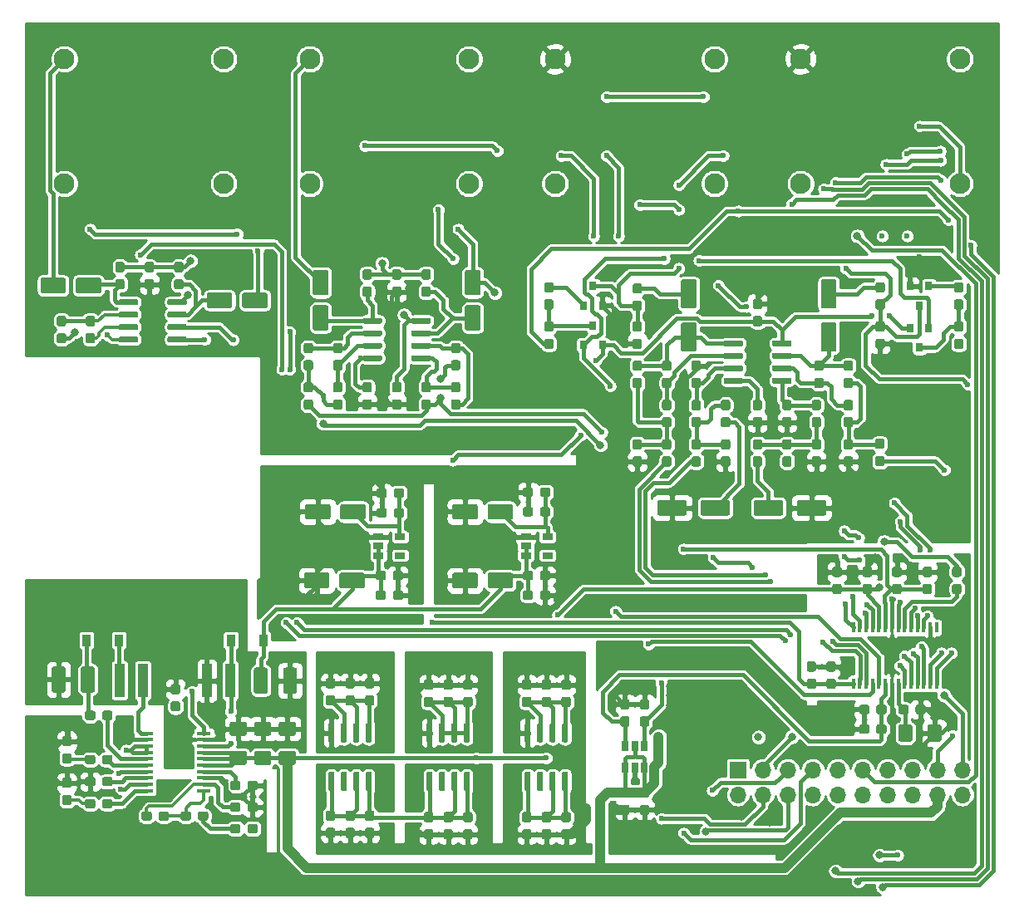
<source format=gbr>
G04 #@! TF.GenerationSoftware,KiCad,Pcbnew,(5.1.4)-1*
G04 #@! TF.CreationDate,2019-11-16T11:12:49+01:00*
G04 #@! TF.ProjectId,fpga_pedal,66706761-5f70-4656-9461-6c2e6b696361,rev?*
G04 #@! TF.SameCoordinates,Original*
G04 #@! TF.FileFunction,Copper,L1,Top*
G04 #@! TF.FilePolarity,Positive*
%FSLAX46Y46*%
G04 Gerber Fmt 4.6, Leading zero omitted, Abs format (unit mm)*
G04 Created by KiCad (PCBNEW (5.1.4)-1) date 2019-11-16 11:12:49*
%MOMM*%
%LPD*%
G04 APERTURE LIST*
%ADD10O,1.700000X1.700000*%
%ADD11R,1.700000X1.700000*%
%ADD12R,0.980000X3.400000*%
%ADD13R,0.400000X1.100000*%
%ADD14R,1.060000X0.650000*%
%ADD15R,1.450000X0.450000*%
%ADD16C,0.100000*%
%ADD17C,0.950000*%
%ADD18R,0.800000X0.900000*%
%ADD19R,0.900000X1.200000*%
%ADD20C,1.600000*%
%ADD21R,0.650000X1.060000*%
%ADD22C,0.600000*%
%ADD23C,1.425000*%
%ADD24C,2.100000*%
%ADD25C,0.800000*%
%ADD26C,0.300000*%
%ADD27C,0.400000*%
%ADD28C,1.000000*%
%ADD29C,0.254000*%
G04 APERTURE END LIST*
D10*
X234860000Y-131340000D03*
X234860000Y-128800000D03*
X232320000Y-131340000D03*
X232320000Y-128800000D03*
X229780000Y-131340000D03*
X229780000Y-128800000D03*
X227240000Y-131340000D03*
X227240000Y-128800000D03*
X224700000Y-131340000D03*
X224700000Y-128800000D03*
X222160000Y-131340000D03*
X222160000Y-128800000D03*
X219620000Y-131340000D03*
X219620000Y-128800000D03*
X217080000Y-131340000D03*
X217080000Y-128800000D03*
X214540000Y-131340000D03*
X214540000Y-128800000D03*
X212000000Y-131340000D03*
D11*
X212000000Y-128800000D03*
D12*
X157915000Y-119700000D03*
X160285000Y-119700000D03*
X149015000Y-119700000D03*
X151385000Y-119700000D03*
D13*
X232225000Y-120000000D03*
X231575000Y-120000000D03*
X230925000Y-120000000D03*
X230275000Y-120000000D03*
X229625000Y-120000000D03*
X228975000Y-120000000D03*
X228325000Y-120000000D03*
X227675000Y-120000000D03*
X227025000Y-120000000D03*
X226375000Y-120000000D03*
X225725000Y-120000000D03*
X225075000Y-120000000D03*
X224425000Y-120000000D03*
X223775000Y-120000000D03*
X223775000Y-114300000D03*
X224425000Y-114300000D03*
X225075000Y-114300000D03*
X225725000Y-114300000D03*
X226375000Y-114300000D03*
X227025000Y-114300000D03*
X227675000Y-114300000D03*
X228325000Y-114300000D03*
X228975000Y-114300000D03*
X229625000Y-114300000D03*
X230275000Y-114300000D03*
X230925000Y-114300000D03*
X231575000Y-114300000D03*
X232225000Y-114300000D03*
D14*
X192600000Y-105050000D03*
X192600000Y-106950000D03*
X190400000Y-106950000D03*
X190400000Y-106000000D03*
X190400000Y-105050000D03*
X177600000Y-105050000D03*
X177600000Y-106950000D03*
X175400000Y-106950000D03*
X175400000Y-106000000D03*
X175400000Y-105050000D03*
D15*
X157600000Y-125075000D03*
X157600000Y-125725000D03*
X157600000Y-126375000D03*
X157600000Y-127025000D03*
X157600000Y-127675000D03*
X157600000Y-128325000D03*
X157600000Y-128975000D03*
X157600000Y-129625000D03*
X157600000Y-130275000D03*
X157600000Y-130925000D03*
X151700000Y-130925000D03*
X151700000Y-130275000D03*
X151700000Y-129625000D03*
X151700000Y-128975000D03*
X151700000Y-128325000D03*
X151700000Y-127675000D03*
X151700000Y-127025000D03*
X151700000Y-126375000D03*
X151700000Y-125725000D03*
X151700000Y-125075000D03*
D16*
G36*
X234760779Y-80851144D02*
G01*
X234783834Y-80854563D01*
X234806443Y-80860227D01*
X234828387Y-80868079D01*
X234849457Y-80878044D01*
X234869448Y-80890026D01*
X234888168Y-80903910D01*
X234905438Y-80919562D01*
X234921090Y-80936832D01*
X234934974Y-80955552D01*
X234946956Y-80975543D01*
X234956921Y-80996613D01*
X234964773Y-81018557D01*
X234970437Y-81041166D01*
X234973856Y-81064221D01*
X234975000Y-81087500D01*
X234975000Y-81662500D01*
X234973856Y-81685779D01*
X234970437Y-81708834D01*
X234964773Y-81731443D01*
X234956921Y-81753387D01*
X234946956Y-81774457D01*
X234934974Y-81794448D01*
X234921090Y-81813168D01*
X234905438Y-81830438D01*
X234888168Y-81846090D01*
X234869448Y-81859974D01*
X234849457Y-81871956D01*
X234828387Y-81881921D01*
X234806443Y-81889773D01*
X234783834Y-81895437D01*
X234760779Y-81898856D01*
X234737500Y-81900000D01*
X234262500Y-81900000D01*
X234239221Y-81898856D01*
X234216166Y-81895437D01*
X234193557Y-81889773D01*
X234171613Y-81881921D01*
X234150543Y-81871956D01*
X234130552Y-81859974D01*
X234111832Y-81846090D01*
X234094562Y-81830438D01*
X234078910Y-81813168D01*
X234065026Y-81794448D01*
X234053044Y-81774457D01*
X234043079Y-81753387D01*
X234035227Y-81731443D01*
X234029563Y-81708834D01*
X234026144Y-81685779D01*
X234025000Y-81662500D01*
X234025000Y-81087500D01*
X234026144Y-81064221D01*
X234029563Y-81041166D01*
X234035227Y-81018557D01*
X234043079Y-80996613D01*
X234053044Y-80975543D01*
X234065026Y-80955552D01*
X234078910Y-80936832D01*
X234094562Y-80919562D01*
X234111832Y-80903910D01*
X234130552Y-80890026D01*
X234150543Y-80878044D01*
X234171613Y-80868079D01*
X234193557Y-80860227D01*
X234216166Y-80854563D01*
X234239221Y-80851144D01*
X234262500Y-80850000D01*
X234737500Y-80850000D01*
X234760779Y-80851144D01*
X234760779Y-80851144D01*
G37*
D17*
X234500000Y-81375000D03*
D16*
G36*
X234760779Y-79101144D02*
G01*
X234783834Y-79104563D01*
X234806443Y-79110227D01*
X234828387Y-79118079D01*
X234849457Y-79128044D01*
X234869448Y-79140026D01*
X234888168Y-79153910D01*
X234905438Y-79169562D01*
X234921090Y-79186832D01*
X234934974Y-79205552D01*
X234946956Y-79225543D01*
X234956921Y-79246613D01*
X234964773Y-79268557D01*
X234970437Y-79291166D01*
X234973856Y-79314221D01*
X234975000Y-79337500D01*
X234975000Y-79912500D01*
X234973856Y-79935779D01*
X234970437Y-79958834D01*
X234964773Y-79981443D01*
X234956921Y-80003387D01*
X234946956Y-80024457D01*
X234934974Y-80044448D01*
X234921090Y-80063168D01*
X234905438Y-80080438D01*
X234888168Y-80096090D01*
X234869448Y-80109974D01*
X234849457Y-80121956D01*
X234828387Y-80131921D01*
X234806443Y-80139773D01*
X234783834Y-80145437D01*
X234760779Y-80148856D01*
X234737500Y-80150000D01*
X234262500Y-80150000D01*
X234239221Y-80148856D01*
X234216166Y-80145437D01*
X234193557Y-80139773D01*
X234171613Y-80131921D01*
X234150543Y-80121956D01*
X234130552Y-80109974D01*
X234111832Y-80096090D01*
X234094562Y-80080438D01*
X234078910Y-80063168D01*
X234065026Y-80044448D01*
X234053044Y-80024457D01*
X234043079Y-80003387D01*
X234035227Y-79981443D01*
X234029563Y-79958834D01*
X234026144Y-79935779D01*
X234025000Y-79912500D01*
X234025000Y-79337500D01*
X234026144Y-79314221D01*
X234029563Y-79291166D01*
X234035227Y-79268557D01*
X234043079Y-79246613D01*
X234053044Y-79225543D01*
X234065026Y-79205552D01*
X234078910Y-79186832D01*
X234094562Y-79169562D01*
X234111832Y-79153910D01*
X234130552Y-79140026D01*
X234150543Y-79128044D01*
X234171613Y-79118079D01*
X234193557Y-79110227D01*
X234216166Y-79104563D01*
X234239221Y-79101144D01*
X234262500Y-79100000D01*
X234737500Y-79100000D01*
X234760779Y-79101144D01*
X234760779Y-79101144D01*
G37*
D17*
X234500000Y-79625000D03*
D16*
G36*
X193010779Y-80851144D02*
G01*
X193033834Y-80854563D01*
X193056443Y-80860227D01*
X193078387Y-80868079D01*
X193099457Y-80878044D01*
X193119448Y-80890026D01*
X193138168Y-80903910D01*
X193155438Y-80919562D01*
X193171090Y-80936832D01*
X193184974Y-80955552D01*
X193196956Y-80975543D01*
X193206921Y-80996613D01*
X193214773Y-81018557D01*
X193220437Y-81041166D01*
X193223856Y-81064221D01*
X193225000Y-81087500D01*
X193225000Y-81662500D01*
X193223856Y-81685779D01*
X193220437Y-81708834D01*
X193214773Y-81731443D01*
X193206921Y-81753387D01*
X193196956Y-81774457D01*
X193184974Y-81794448D01*
X193171090Y-81813168D01*
X193155438Y-81830438D01*
X193138168Y-81846090D01*
X193119448Y-81859974D01*
X193099457Y-81871956D01*
X193078387Y-81881921D01*
X193056443Y-81889773D01*
X193033834Y-81895437D01*
X193010779Y-81898856D01*
X192987500Y-81900000D01*
X192512500Y-81900000D01*
X192489221Y-81898856D01*
X192466166Y-81895437D01*
X192443557Y-81889773D01*
X192421613Y-81881921D01*
X192400543Y-81871956D01*
X192380552Y-81859974D01*
X192361832Y-81846090D01*
X192344562Y-81830438D01*
X192328910Y-81813168D01*
X192315026Y-81794448D01*
X192303044Y-81774457D01*
X192293079Y-81753387D01*
X192285227Y-81731443D01*
X192279563Y-81708834D01*
X192276144Y-81685779D01*
X192275000Y-81662500D01*
X192275000Y-81087500D01*
X192276144Y-81064221D01*
X192279563Y-81041166D01*
X192285227Y-81018557D01*
X192293079Y-80996613D01*
X192303044Y-80975543D01*
X192315026Y-80955552D01*
X192328910Y-80936832D01*
X192344562Y-80919562D01*
X192361832Y-80903910D01*
X192380552Y-80890026D01*
X192400543Y-80878044D01*
X192421613Y-80868079D01*
X192443557Y-80860227D01*
X192466166Y-80854563D01*
X192489221Y-80851144D01*
X192512500Y-80850000D01*
X192987500Y-80850000D01*
X193010779Y-80851144D01*
X193010779Y-80851144D01*
G37*
D17*
X192750000Y-81375000D03*
D16*
G36*
X193010779Y-79101144D02*
G01*
X193033834Y-79104563D01*
X193056443Y-79110227D01*
X193078387Y-79118079D01*
X193099457Y-79128044D01*
X193119448Y-79140026D01*
X193138168Y-79153910D01*
X193155438Y-79169562D01*
X193171090Y-79186832D01*
X193184974Y-79205552D01*
X193196956Y-79225543D01*
X193206921Y-79246613D01*
X193214773Y-79268557D01*
X193220437Y-79291166D01*
X193223856Y-79314221D01*
X193225000Y-79337500D01*
X193225000Y-79912500D01*
X193223856Y-79935779D01*
X193220437Y-79958834D01*
X193214773Y-79981443D01*
X193206921Y-80003387D01*
X193196956Y-80024457D01*
X193184974Y-80044448D01*
X193171090Y-80063168D01*
X193155438Y-80080438D01*
X193138168Y-80096090D01*
X193119448Y-80109974D01*
X193099457Y-80121956D01*
X193078387Y-80131921D01*
X193056443Y-80139773D01*
X193033834Y-80145437D01*
X193010779Y-80148856D01*
X192987500Y-80150000D01*
X192512500Y-80150000D01*
X192489221Y-80148856D01*
X192466166Y-80145437D01*
X192443557Y-80139773D01*
X192421613Y-80131921D01*
X192400543Y-80121956D01*
X192380552Y-80109974D01*
X192361832Y-80096090D01*
X192344562Y-80080438D01*
X192328910Y-80063168D01*
X192315026Y-80044448D01*
X192303044Y-80024457D01*
X192293079Y-80003387D01*
X192285227Y-79981443D01*
X192279563Y-79958834D01*
X192276144Y-79935779D01*
X192275000Y-79912500D01*
X192275000Y-79337500D01*
X192276144Y-79314221D01*
X192279563Y-79291166D01*
X192285227Y-79268557D01*
X192293079Y-79246613D01*
X192303044Y-79225543D01*
X192315026Y-79205552D01*
X192328910Y-79186832D01*
X192344562Y-79169562D01*
X192361832Y-79153910D01*
X192380552Y-79140026D01*
X192400543Y-79128044D01*
X192421613Y-79118079D01*
X192443557Y-79110227D01*
X192466166Y-79104563D01*
X192489221Y-79101144D01*
X192512500Y-79100000D01*
X192987500Y-79100000D01*
X193010779Y-79101144D01*
X193010779Y-79101144D01*
G37*
D17*
X192750000Y-79625000D03*
D16*
G36*
X234760779Y-83101144D02*
G01*
X234783834Y-83104563D01*
X234806443Y-83110227D01*
X234828387Y-83118079D01*
X234849457Y-83128044D01*
X234869448Y-83140026D01*
X234888168Y-83153910D01*
X234905438Y-83169562D01*
X234921090Y-83186832D01*
X234934974Y-83205552D01*
X234946956Y-83225543D01*
X234956921Y-83246613D01*
X234964773Y-83268557D01*
X234970437Y-83291166D01*
X234973856Y-83314221D01*
X234975000Y-83337500D01*
X234975000Y-83912500D01*
X234973856Y-83935779D01*
X234970437Y-83958834D01*
X234964773Y-83981443D01*
X234956921Y-84003387D01*
X234946956Y-84024457D01*
X234934974Y-84044448D01*
X234921090Y-84063168D01*
X234905438Y-84080438D01*
X234888168Y-84096090D01*
X234869448Y-84109974D01*
X234849457Y-84121956D01*
X234828387Y-84131921D01*
X234806443Y-84139773D01*
X234783834Y-84145437D01*
X234760779Y-84148856D01*
X234737500Y-84150000D01*
X234262500Y-84150000D01*
X234239221Y-84148856D01*
X234216166Y-84145437D01*
X234193557Y-84139773D01*
X234171613Y-84131921D01*
X234150543Y-84121956D01*
X234130552Y-84109974D01*
X234111832Y-84096090D01*
X234094562Y-84080438D01*
X234078910Y-84063168D01*
X234065026Y-84044448D01*
X234053044Y-84024457D01*
X234043079Y-84003387D01*
X234035227Y-83981443D01*
X234029563Y-83958834D01*
X234026144Y-83935779D01*
X234025000Y-83912500D01*
X234025000Y-83337500D01*
X234026144Y-83314221D01*
X234029563Y-83291166D01*
X234035227Y-83268557D01*
X234043079Y-83246613D01*
X234053044Y-83225543D01*
X234065026Y-83205552D01*
X234078910Y-83186832D01*
X234094562Y-83169562D01*
X234111832Y-83153910D01*
X234130552Y-83140026D01*
X234150543Y-83128044D01*
X234171613Y-83118079D01*
X234193557Y-83110227D01*
X234216166Y-83104563D01*
X234239221Y-83101144D01*
X234262500Y-83100000D01*
X234737500Y-83100000D01*
X234760779Y-83101144D01*
X234760779Y-83101144D01*
G37*
D17*
X234500000Y-83625000D03*
D16*
G36*
X234760779Y-84851144D02*
G01*
X234783834Y-84854563D01*
X234806443Y-84860227D01*
X234828387Y-84868079D01*
X234849457Y-84878044D01*
X234869448Y-84890026D01*
X234888168Y-84903910D01*
X234905438Y-84919562D01*
X234921090Y-84936832D01*
X234934974Y-84955552D01*
X234946956Y-84975543D01*
X234956921Y-84996613D01*
X234964773Y-85018557D01*
X234970437Y-85041166D01*
X234973856Y-85064221D01*
X234975000Y-85087500D01*
X234975000Y-85662500D01*
X234973856Y-85685779D01*
X234970437Y-85708834D01*
X234964773Y-85731443D01*
X234956921Y-85753387D01*
X234946956Y-85774457D01*
X234934974Y-85794448D01*
X234921090Y-85813168D01*
X234905438Y-85830438D01*
X234888168Y-85846090D01*
X234869448Y-85859974D01*
X234849457Y-85871956D01*
X234828387Y-85881921D01*
X234806443Y-85889773D01*
X234783834Y-85895437D01*
X234760779Y-85898856D01*
X234737500Y-85900000D01*
X234262500Y-85900000D01*
X234239221Y-85898856D01*
X234216166Y-85895437D01*
X234193557Y-85889773D01*
X234171613Y-85881921D01*
X234150543Y-85871956D01*
X234130552Y-85859974D01*
X234111832Y-85846090D01*
X234094562Y-85830438D01*
X234078910Y-85813168D01*
X234065026Y-85794448D01*
X234053044Y-85774457D01*
X234043079Y-85753387D01*
X234035227Y-85731443D01*
X234029563Y-85708834D01*
X234026144Y-85685779D01*
X234025000Y-85662500D01*
X234025000Y-85087500D01*
X234026144Y-85064221D01*
X234029563Y-85041166D01*
X234035227Y-85018557D01*
X234043079Y-84996613D01*
X234053044Y-84975543D01*
X234065026Y-84955552D01*
X234078910Y-84936832D01*
X234094562Y-84919562D01*
X234111832Y-84903910D01*
X234130552Y-84890026D01*
X234150543Y-84878044D01*
X234171613Y-84868079D01*
X234193557Y-84860227D01*
X234216166Y-84854563D01*
X234239221Y-84851144D01*
X234262500Y-84850000D01*
X234737500Y-84850000D01*
X234760779Y-84851144D01*
X234760779Y-84851144D01*
G37*
D17*
X234500000Y-85375000D03*
D16*
G36*
X193010779Y-83101144D02*
G01*
X193033834Y-83104563D01*
X193056443Y-83110227D01*
X193078387Y-83118079D01*
X193099457Y-83128044D01*
X193119448Y-83140026D01*
X193138168Y-83153910D01*
X193155438Y-83169562D01*
X193171090Y-83186832D01*
X193184974Y-83205552D01*
X193196956Y-83225543D01*
X193206921Y-83246613D01*
X193214773Y-83268557D01*
X193220437Y-83291166D01*
X193223856Y-83314221D01*
X193225000Y-83337500D01*
X193225000Y-83912500D01*
X193223856Y-83935779D01*
X193220437Y-83958834D01*
X193214773Y-83981443D01*
X193206921Y-84003387D01*
X193196956Y-84024457D01*
X193184974Y-84044448D01*
X193171090Y-84063168D01*
X193155438Y-84080438D01*
X193138168Y-84096090D01*
X193119448Y-84109974D01*
X193099457Y-84121956D01*
X193078387Y-84131921D01*
X193056443Y-84139773D01*
X193033834Y-84145437D01*
X193010779Y-84148856D01*
X192987500Y-84150000D01*
X192512500Y-84150000D01*
X192489221Y-84148856D01*
X192466166Y-84145437D01*
X192443557Y-84139773D01*
X192421613Y-84131921D01*
X192400543Y-84121956D01*
X192380552Y-84109974D01*
X192361832Y-84096090D01*
X192344562Y-84080438D01*
X192328910Y-84063168D01*
X192315026Y-84044448D01*
X192303044Y-84024457D01*
X192293079Y-84003387D01*
X192285227Y-83981443D01*
X192279563Y-83958834D01*
X192276144Y-83935779D01*
X192275000Y-83912500D01*
X192275000Y-83337500D01*
X192276144Y-83314221D01*
X192279563Y-83291166D01*
X192285227Y-83268557D01*
X192293079Y-83246613D01*
X192303044Y-83225543D01*
X192315026Y-83205552D01*
X192328910Y-83186832D01*
X192344562Y-83169562D01*
X192361832Y-83153910D01*
X192380552Y-83140026D01*
X192400543Y-83128044D01*
X192421613Y-83118079D01*
X192443557Y-83110227D01*
X192466166Y-83104563D01*
X192489221Y-83101144D01*
X192512500Y-83100000D01*
X192987500Y-83100000D01*
X193010779Y-83101144D01*
X193010779Y-83101144D01*
G37*
D17*
X192750000Y-83625000D03*
D16*
G36*
X193010779Y-84851144D02*
G01*
X193033834Y-84854563D01*
X193056443Y-84860227D01*
X193078387Y-84868079D01*
X193099457Y-84878044D01*
X193119448Y-84890026D01*
X193138168Y-84903910D01*
X193155438Y-84919562D01*
X193171090Y-84936832D01*
X193184974Y-84955552D01*
X193196956Y-84975543D01*
X193206921Y-84996613D01*
X193214773Y-85018557D01*
X193220437Y-85041166D01*
X193223856Y-85064221D01*
X193225000Y-85087500D01*
X193225000Y-85662500D01*
X193223856Y-85685779D01*
X193220437Y-85708834D01*
X193214773Y-85731443D01*
X193206921Y-85753387D01*
X193196956Y-85774457D01*
X193184974Y-85794448D01*
X193171090Y-85813168D01*
X193155438Y-85830438D01*
X193138168Y-85846090D01*
X193119448Y-85859974D01*
X193099457Y-85871956D01*
X193078387Y-85881921D01*
X193056443Y-85889773D01*
X193033834Y-85895437D01*
X193010779Y-85898856D01*
X192987500Y-85900000D01*
X192512500Y-85900000D01*
X192489221Y-85898856D01*
X192466166Y-85895437D01*
X192443557Y-85889773D01*
X192421613Y-85881921D01*
X192400543Y-85871956D01*
X192380552Y-85859974D01*
X192361832Y-85846090D01*
X192344562Y-85830438D01*
X192328910Y-85813168D01*
X192315026Y-85794448D01*
X192303044Y-85774457D01*
X192293079Y-85753387D01*
X192285227Y-85731443D01*
X192279563Y-85708834D01*
X192276144Y-85685779D01*
X192275000Y-85662500D01*
X192275000Y-85087500D01*
X192276144Y-85064221D01*
X192279563Y-85041166D01*
X192285227Y-85018557D01*
X192293079Y-84996613D01*
X192303044Y-84975543D01*
X192315026Y-84955552D01*
X192328910Y-84936832D01*
X192344562Y-84919562D01*
X192361832Y-84903910D01*
X192380552Y-84890026D01*
X192400543Y-84878044D01*
X192421613Y-84868079D01*
X192443557Y-84860227D01*
X192466166Y-84854563D01*
X192489221Y-84851144D01*
X192512500Y-84850000D01*
X192987500Y-84850000D01*
X193010779Y-84851144D01*
X193010779Y-84851144D01*
G37*
D17*
X192750000Y-85375000D03*
D16*
G36*
X226760779Y-83101144D02*
G01*
X226783834Y-83104563D01*
X226806443Y-83110227D01*
X226828387Y-83118079D01*
X226849457Y-83128044D01*
X226869448Y-83140026D01*
X226888168Y-83153910D01*
X226905438Y-83169562D01*
X226921090Y-83186832D01*
X226934974Y-83205552D01*
X226946956Y-83225543D01*
X226956921Y-83246613D01*
X226964773Y-83268557D01*
X226970437Y-83291166D01*
X226973856Y-83314221D01*
X226975000Y-83337500D01*
X226975000Y-83912500D01*
X226973856Y-83935779D01*
X226970437Y-83958834D01*
X226964773Y-83981443D01*
X226956921Y-84003387D01*
X226946956Y-84024457D01*
X226934974Y-84044448D01*
X226921090Y-84063168D01*
X226905438Y-84080438D01*
X226888168Y-84096090D01*
X226869448Y-84109974D01*
X226849457Y-84121956D01*
X226828387Y-84131921D01*
X226806443Y-84139773D01*
X226783834Y-84145437D01*
X226760779Y-84148856D01*
X226737500Y-84150000D01*
X226262500Y-84150000D01*
X226239221Y-84148856D01*
X226216166Y-84145437D01*
X226193557Y-84139773D01*
X226171613Y-84131921D01*
X226150543Y-84121956D01*
X226130552Y-84109974D01*
X226111832Y-84096090D01*
X226094562Y-84080438D01*
X226078910Y-84063168D01*
X226065026Y-84044448D01*
X226053044Y-84024457D01*
X226043079Y-84003387D01*
X226035227Y-83981443D01*
X226029563Y-83958834D01*
X226026144Y-83935779D01*
X226025000Y-83912500D01*
X226025000Y-83337500D01*
X226026144Y-83314221D01*
X226029563Y-83291166D01*
X226035227Y-83268557D01*
X226043079Y-83246613D01*
X226053044Y-83225543D01*
X226065026Y-83205552D01*
X226078910Y-83186832D01*
X226094562Y-83169562D01*
X226111832Y-83153910D01*
X226130552Y-83140026D01*
X226150543Y-83128044D01*
X226171613Y-83118079D01*
X226193557Y-83110227D01*
X226216166Y-83104563D01*
X226239221Y-83101144D01*
X226262500Y-83100000D01*
X226737500Y-83100000D01*
X226760779Y-83101144D01*
X226760779Y-83101144D01*
G37*
D17*
X226500000Y-83625000D03*
D16*
G36*
X226760779Y-84851144D02*
G01*
X226783834Y-84854563D01*
X226806443Y-84860227D01*
X226828387Y-84868079D01*
X226849457Y-84878044D01*
X226869448Y-84890026D01*
X226888168Y-84903910D01*
X226905438Y-84919562D01*
X226921090Y-84936832D01*
X226934974Y-84955552D01*
X226946956Y-84975543D01*
X226956921Y-84996613D01*
X226964773Y-85018557D01*
X226970437Y-85041166D01*
X226973856Y-85064221D01*
X226975000Y-85087500D01*
X226975000Y-85662500D01*
X226973856Y-85685779D01*
X226970437Y-85708834D01*
X226964773Y-85731443D01*
X226956921Y-85753387D01*
X226946956Y-85774457D01*
X226934974Y-85794448D01*
X226921090Y-85813168D01*
X226905438Y-85830438D01*
X226888168Y-85846090D01*
X226869448Y-85859974D01*
X226849457Y-85871956D01*
X226828387Y-85881921D01*
X226806443Y-85889773D01*
X226783834Y-85895437D01*
X226760779Y-85898856D01*
X226737500Y-85900000D01*
X226262500Y-85900000D01*
X226239221Y-85898856D01*
X226216166Y-85895437D01*
X226193557Y-85889773D01*
X226171613Y-85881921D01*
X226150543Y-85871956D01*
X226130552Y-85859974D01*
X226111832Y-85846090D01*
X226094562Y-85830438D01*
X226078910Y-85813168D01*
X226065026Y-85794448D01*
X226053044Y-85774457D01*
X226043079Y-85753387D01*
X226035227Y-85731443D01*
X226029563Y-85708834D01*
X226026144Y-85685779D01*
X226025000Y-85662500D01*
X226025000Y-85087500D01*
X226026144Y-85064221D01*
X226029563Y-85041166D01*
X226035227Y-85018557D01*
X226043079Y-84996613D01*
X226053044Y-84975543D01*
X226065026Y-84955552D01*
X226078910Y-84936832D01*
X226094562Y-84919562D01*
X226111832Y-84903910D01*
X226130552Y-84890026D01*
X226150543Y-84878044D01*
X226171613Y-84868079D01*
X226193557Y-84860227D01*
X226216166Y-84854563D01*
X226239221Y-84851144D01*
X226262500Y-84850000D01*
X226737500Y-84850000D01*
X226760779Y-84851144D01*
X226760779Y-84851144D01*
G37*
D17*
X226500000Y-85375000D03*
D16*
G36*
X202010779Y-83101144D02*
G01*
X202033834Y-83104563D01*
X202056443Y-83110227D01*
X202078387Y-83118079D01*
X202099457Y-83128044D01*
X202119448Y-83140026D01*
X202138168Y-83153910D01*
X202155438Y-83169562D01*
X202171090Y-83186832D01*
X202184974Y-83205552D01*
X202196956Y-83225543D01*
X202206921Y-83246613D01*
X202214773Y-83268557D01*
X202220437Y-83291166D01*
X202223856Y-83314221D01*
X202225000Y-83337500D01*
X202225000Y-83912500D01*
X202223856Y-83935779D01*
X202220437Y-83958834D01*
X202214773Y-83981443D01*
X202206921Y-84003387D01*
X202196956Y-84024457D01*
X202184974Y-84044448D01*
X202171090Y-84063168D01*
X202155438Y-84080438D01*
X202138168Y-84096090D01*
X202119448Y-84109974D01*
X202099457Y-84121956D01*
X202078387Y-84131921D01*
X202056443Y-84139773D01*
X202033834Y-84145437D01*
X202010779Y-84148856D01*
X201987500Y-84150000D01*
X201512500Y-84150000D01*
X201489221Y-84148856D01*
X201466166Y-84145437D01*
X201443557Y-84139773D01*
X201421613Y-84131921D01*
X201400543Y-84121956D01*
X201380552Y-84109974D01*
X201361832Y-84096090D01*
X201344562Y-84080438D01*
X201328910Y-84063168D01*
X201315026Y-84044448D01*
X201303044Y-84024457D01*
X201293079Y-84003387D01*
X201285227Y-83981443D01*
X201279563Y-83958834D01*
X201276144Y-83935779D01*
X201275000Y-83912500D01*
X201275000Y-83337500D01*
X201276144Y-83314221D01*
X201279563Y-83291166D01*
X201285227Y-83268557D01*
X201293079Y-83246613D01*
X201303044Y-83225543D01*
X201315026Y-83205552D01*
X201328910Y-83186832D01*
X201344562Y-83169562D01*
X201361832Y-83153910D01*
X201380552Y-83140026D01*
X201400543Y-83128044D01*
X201421613Y-83118079D01*
X201443557Y-83110227D01*
X201466166Y-83104563D01*
X201489221Y-83101144D01*
X201512500Y-83100000D01*
X201987500Y-83100000D01*
X202010779Y-83101144D01*
X202010779Y-83101144D01*
G37*
D17*
X201750000Y-83625000D03*
D16*
G36*
X202010779Y-84851144D02*
G01*
X202033834Y-84854563D01*
X202056443Y-84860227D01*
X202078387Y-84868079D01*
X202099457Y-84878044D01*
X202119448Y-84890026D01*
X202138168Y-84903910D01*
X202155438Y-84919562D01*
X202171090Y-84936832D01*
X202184974Y-84955552D01*
X202196956Y-84975543D01*
X202206921Y-84996613D01*
X202214773Y-85018557D01*
X202220437Y-85041166D01*
X202223856Y-85064221D01*
X202225000Y-85087500D01*
X202225000Y-85662500D01*
X202223856Y-85685779D01*
X202220437Y-85708834D01*
X202214773Y-85731443D01*
X202206921Y-85753387D01*
X202196956Y-85774457D01*
X202184974Y-85794448D01*
X202171090Y-85813168D01*
X202155438Y-85830438D01*
X202138168Y-85846090D01*
X202119448Y-85859974D01*
X202099457Y-85871956D01*
X202078387Y-85881921D01*
X202056443Y-85889773D01*
X202033834Y-85895437D01*
X202010779Y-85898856D01*
X201987500Y-85900000D01*
X201512500Y-85900000D01*
X201489221Y-85898856D01*
X201466166Y-85895437D01*
X201443557Y-85889773D01*
X201421613Y-85881921D01*
X201400543Y-85871956D01*
X201380552Y-85859974D01*
X201361832Y-85846090D01*
X201344562Y-85830438D01*
X201328910Y-85813168D01*
X201315026Y-85794448D01*
X201303044Y-85774457D01*
X201293079Y-85753387D01*
X201285227Y-85731443D01*
X201279563Y-85708834D01*
X201276144Y-85685779D01*
X201275000Y-85662500D01*
X201275000Y-85087500D01*
X201276144Y-85064221D01*
X201279563Y-85041166D01*
X201285227Y-85018557D01*
X201293079Y-84996613D01*
X201303044Y-84975543D01*
X201315026Y-84955552D01*
X201328910Y-84936832D01*
X201344562Y-84919562D01*
X201361832Y-84903910D01*
X201380552Y-84890026D01*
X201400543Y-84878044D01*
X201421613Y-84868079D01*
X201443557Y-84860227D01*
X201466166Y-84854563D01*
X201489221Y-84851144D01*
X201512500Y-84850000D01*
X201987500Y-84850000D01*
X202010779Y-84851144D01*
X202010779Y-84851144D01*
G37*
D17*
X201750000Y-85375000D03*
D16*
G36*
X226760779Y-79101144D02*
G01*
X226783834Y-79104563D01*
X226806443Y-79110227D01*
X226828387Y-79118079D01*
X226849457Y-79128044D01*
X226869448Y-79140026D01*
X226888168Y-79153910D01*
X226905438Y-79169562D01*
X226921090Y-79186832D01*
X226934974Y-79205552D01*
X226946956Y-79225543D01*
X226956921Y-79246613D01*
X226964773Y-79268557D01*
X226970437Y-79291166D01*
X226973856Y-79314221D01*
X226975000Y-79337500D01*
X226975000Y-79912500D01*
X226973856Y-79935779D01*
X226970437Y-79958834D01*
X226964773Y-79981443D01*
X226956921Y-80003387D01*
X226946956Y-80024457D01*
X226934974Y-80044448D01*
X226921090Y-80063168D01*
X226905438Y-80080438D01*
X226888168Y-80096090D01*
X226869448Y-80109974D01*
X226849457Y-80121956D01*
X226828387Y-80131921D01*
X226806443Y-80139773D01*
X226783834Y-80145437D01*
X226760779Y-80148856D01*
X226737500Y-80150000D01*
X226262500Y-80150000D01*
X226239221Y-80148856D01*
X226216166Y-80145437D01*
X226193557Y-80139773D01*
X226171613Y-80131921D01*
X226150543Y-80121956D01*
X226130552Y-80109974D01*
X226111832Y-80096090D01*
X226094562Y-80080438D01*
X226078910Y-80063168D01*
X226065026Y-80044448D01*
X226053044Y-80024457D01*
X226043079Y-80003387D01*
X226035227Y-79981443D01*
X226029563Y-79958834D01*
X226026144Y-79935779D01*
X226025000Y-79912500D01*
X226025000Y-79337500D01*
X226026144Y-79314221D01*
X226029563Y-79291166D01*
X226035227Y-79268557D01*
X226043079Y-79246613D01*
X226053044Y-79225543D01*
X226065026Y-79205552D01*
X226078910Y-79186832D01*
X226094562Y-79169562D01*
X226111832Y-79153910D01*
X226130552Y-79140026D01*
X226150543Y-79128044D01*
X226171613Y-79118079D01*
X226193557Y-79110227D01*
X226216166Y-79104563D01*
X226239221Y-79101144D01*
X226262500Y-79100000D01*
X226737500Y-79100000D01*
X226760779Y-79101144D01*
X226760779Y-79101144D01*
G37*
D17*
X226500000Y-79625000D03*
D16*
G36*
X226760779Y-80851144D02*
G01*
X226783834Y-80854563D01*
X226806443Y-80860227D01*
X226828387Y-80868079D01*
X226849457Y-80878044D01*
X226869448Y-80890026D01*
X226888168Y-80903910D01*
X226905438Y-80919562D01*
X226921090Y-80936832D01*
X226934974Y-80955552D01*
X226946956Y-80975543D01*
X226956921Y-80996613D01*
X226964773Y-81018557D01*
X226970437Y-81041166D01*
X226973856Y-81064221D01*
X226975000Y-81087500D01*
X226975000Y-81662500D01*
X226973856Y-81685779D01*
X226970437Y-81708834D01*
X226964773Y-81731443D01*
X226956921Y-81753387D01*
X226946956Y-81774457D01*
X226934974Y-81794448D01*
X226921090Y-81813168D01*
X226905438Y-81830438D01*
X226888168Y-81846090D01*
X226869448Y-81859974D01*
X226849457Y-81871956D01*
X226828387Y-81881921D01*
X226806443Y-81889773D01*
X226783834Y-81895437D01*
X226760779Y-81898856D01*
X226737500Y-81900000D01*
X226262500Y-81900000D01*
X226239221Y-81898856D01*
X226216166Y-81895437D01*
X226193557Y-81889773D01*
X226171613Y-81881921D01*
X226150543Y-81871956D01*
X226130552Y-81859974D01*
X226111832Y-81846090D01*
X226094562Y-81830438D01*
X226078910Y-81813168D01*
X226065026Y-81794448D01*
X226053044Y-81774457D01*
X226043079Y-81753387D01*
X226035227Y-81731443D01*
X226029563Y-81708834D01*
X226026144Y-81685779D01*
X226025000Y-81662500D01*
X226025000Y-81087500D01*
X226026144Y-81064221D01*
X226029563Y-81041166D01*
X226035227Y-81018557D01*
X226043079Y-80996613D01*
X226053044Y-80975543D01*
X226065026Y-80955552D01*
X226078910Y-80936832D01*
X226094562Y-80919562D01*
X226111832Y-80903910D01*
X226130552Y-80890026D01*
X226150543Y-80878044D01*
X226171613Y-80868079D01*
X226193557Y-80860227D01*
X226216166Y-80854563D01*
X226239221Y-80851144D01*
X226262500Y-80850000D01*
X226737500Y-80850000D01*
X226760779Y-80851144D01*
X226760779Y-80851144D01*
G37*
D17*
X226500000Y-81375000D03*
D16*
G36*
X202010779Y-79226144D02*
G01*
X202033834Y-79229563D01*
X202056443Y-79235227D01*
X202078387Y-79243079D01*
X202099457Y-79253044D01*
X202119448Y-79265026D01*
X202138168Y-79278910D01*
X202155438Y-79294562D01*
X202171090Y-79311832D01*
X202184974Y-79330552D01*
X202196956Y-79350543D01*
X202206921Y-79371613D01*
X202214773Y-79393557D01*
X202220437Y-79416166D01*
X202223856Y-79439221D01*
X202225000Y-79462500D01*
X202225000Y-80037500D01*
X202223856Y-80060779D01*
X202220437Y-80083834D01*
X202214773Y-80106443D01*
X202206921Y-80128387D01*
X202196956Y-80149457D01*
X202184974Y-80169448D01*
X202171090Y-80188168D01*
X202155438Y-80205438D01*
X202138168Y-80221090D01*
X202119448Y-80234974D01*
X202099457Y-80246956D01*
X202078387Y-80256921D01*
X202056443Y-80264773D01*
X202033834Y-80270437D01*
X202010779Y-80273856D01*
X201987500Y-80275000D01*
X201512500Y-80275000D01*
X201489221Y-80273856D01*
X201466166Y-80270437D01*
X201443557Y-80264773D01*
X201421613Y-80256921D01*
X201400543Y-80246956D01*
X201380552Y-80234974D01*
X201361832Y-80221090D01*
X201344562Y-80205438D01*
X201328910Y-80188168D01*
X201315026Y-80169448D01*
X201303044Y-80149457D01*
X201293079Y-80128387D01*
X201285227Y-80106443D01*
X201279563Y-80083834D01*
X201276144Y-80060779D01*
X201275000Y-80037500D01*
X201275000Y-79462500D01*
X201276144Y-79439221D01*
X201279563Y-79416166D01*
X201285227Y-79393557D01*
X201293079Y-79371613D01*
X201303044Y-79350543D01*
X201315026Y-79330552D01*
X201328910Y-79311832D01*
X201344562Y-79294562D01*
X201361832Y-79278910D01*
X201380552Y-79265026D01*
X201400543Y-79253044D01*
X201421613Y-79243079D01*
X201443557Y-79235227D01*
X201466166Y-79229563D01*
X201489221Y-79226144D01*
X201512500Y-79225000D01*
X201987500Y-79225000D01*
X202010779Y-79226144D01*
X202010779Y-79226144D01*
G37*
D17*
X201750000Y-79750000D03*
D16*
G36*
X202010779Y-80976144D02*
G01*
X202033834Y-80979563D01*
X202056443Y-80985227D01*
X202078387Y-80993079D01*
X202099457Y-81003044D01*
X202119448Y-81015026D01*
X202138168Y-81028910D01*
X202155438Y-81044562D01*
X202171090Y-81061832D01*
X202184974Y-81080552D01*
X202196956Y-81100543D01*
X202206921Y-81121613D01*
X202214773Y-81143557D01*
X202220437Y-81166166D01*
X202223856Y-81189221D01*
X202225000Y-81212500D01*
X202225000Y-81787500D01*
X202223856Y-81810779D01*
X202220437Y-81833834D01*
X202214773Y-81856443D01*
X202206921Y-81878387D01*
X202196956Y-81899457D01*
X202184974Y-81919448D01*
X202171090Y-81938168D01*
X202155438Y-81955438D01*
X202138168Y-81971090D01*
X202119448Y-81984974D01*
X202099457Y-81996956D01*
X202078387Y-82006921D01*
X202056443Y-82014773D01*
X202033834Y-82020437D01*
X202010779Y-82023856D01*
X201987500Y-82025000D01*
X201512500Y-82025000D01*
X201489221Y-82023856D01*
X201466166Y-82020437D01*
X201443557Y-82014773D01*
X201421613Y-82006921D01*
X201400543Y-81996956D01*
X201380552Y-81984974D01*
X201361832Y-81971090D01*
X201344562Y-81955438D01*
X201328910Y-81938168D01*
X201315026Y-81919448D01*
X201303044Y-81899457D01*
X201293079Y-81878387D01*
X201285227Y-81856443D01*
X201279563Y-81833834D01*
X201276144Y-81810779D01*
X201275000Y-81787500D01*
X201275000Y-81212500D01*
X201276144Y-81189221D01*
X201279563Y-81166166D01*
X201285227Y-81143557D01*
X201293079Y-81121613D01*
X201303044Y-81100543D01*
X201315026Y-81080552D01*
X201328910Y-81061832D01*
X201344562Y-81044562D01*
X201361832Y-81028910D01*
X201380552Y-81015026D01*
X201400543Y-81003044D01*
X201421613Y-80993079D01*
X201443557Y-80985227D01*
X201466166Y-80979563D01*
X201489221Y-80976144D01*
X201512500Y-80975000D01*
X201987500Y-80975000D01*
X202010779Y-80976144D01*
X202010779Y-80976144D01*
G37*
D17*
X201750000Y-81500000D03*
D16*
G36*
X223510779Y-88851144D02*
G01*
X223533834Y-88854563D01*
X223556443Y-88860227D01*
X223578387Y-88868079D01*
X223599457Y-88878044D01*
X223619448Y-88890026D01*
X223638168Y-88903910D01*
X223655438Y-88919562D01*
X223671090Y-88936832D01*
X223684974Y-88955552D01*
X223696956Y-88975543D01*
X223706921Y-88996613D01*
X223714773Y-89018557D01*
X223720437Y-89041166D01*
X223723856Y-89064221D01*
X223725000Y-89087500D01*
X223725000Y-89662500D01*
X223723856Y-89685779D01*
X223720437Y-89708834D01*
X223714773Y-89731443D01*
X223706921Y-89753387D01*
X223696956Y-89774457D01*
X223684974Y-89794448D01*
X223671090Y-89813168D01*
X223655438Y-89830438D01*
X223638168Y-89846090D01*
X223619448Y-89859974D01*
X223599457Y-89871956D01*
X223578387Y-89881921D01*
X223556443Y-89889773D01*
X223533834Y-89895437D01*
X223510779Y-89898856D01*
X223487500Y-89900000D01*
X223012500Y-89900000D01*
X222989221Y-89898856D01*
X222966166Y-89895437D01*
X222943557Y-89889773D01*
X222921613Y-89881921D01*
X222900543Y-89871956D01*
X222880552Y-89859974D01*
X222861832Y-89846090D01*
X222844562Y-89830438D01*
X222828910Y-89813168D01*
X222815026Y-89794448D01*
X222803044Y-89774457D01*
X222793079Y-89753387D01*
X222785227Y-89731443D01*
X222779563Y-89708834D01*
X222776144Y-89685779D01*
X222775000Y-89662500D01*
X222775000Y-89087500D01*
X222776144Y-89064221D01*
X222779563Y-89041166D01*
X222785227Y-89018557D01*
X222793079Y-88996613D01*
X222803044Y-88975543D01*
X222815026Y-88955552D01*
X222828910Y-88936832D01*
X222844562Y-88919562D01*
X222861832Y-88903910D01*
X222880552Y-88890026D01*
X222900543Y-88878044D01*
X222921613Y-88868079D01*
X222943557Y-88860227D01*
X222966166Y-88854563D01*
X222989221Y-88851144D01*
X223012500Y-88850000D01*
X223487500Y-88850000D01*
X223510779Y-88851144D01*
X223510779Y-88851144D01*
G37*
D17*
X223250000Y-89375000D03*
D16*
G36*
X223510779Y-87101144D02*
G01*
X223533834Y-87104563D01*
X223556443Y-87110227D01*
X223578387Y-87118079D01*
X223599457Y-87128044D01*
X223619448Y-87140026D01*
X223638168Y-87153910D01*
X223655438Y-87169562D01*
X223671090Y-87186832D01*
X223684974Y-87205552D01*
X223696956Y-87225543D01*
X223706921Y-87246613D01*
X223714773Y-87268557D01*
X223720437Y-87291166D01*
X223723856Y-87314221D01*
X223725000Y-87337500D01*
X223725000Y-87912500D01*
X223723856Y-87935779D01*
X223720437Y-87958834D01*
X223714773Y-87981443D01*
X223706921Y-88003387D01*
X223696956Y-88024457D01*
X223684974Y-88044448D01*
X223671090Y-88063168D01*
X223655438Y-88080438D01*
X223638168Y-88096090D01*
X223619448Y-88109974D01*
X223599457Y-88121956D01*
X223578387Y-88131921D01*
X223556443Y-88139773D01*
X223533834Y-88145437D01*
X223510779Y-88148856D01*
X223487500Y-88150000D01*
X223012500Y-88150000D01*
X222989221Y-88148856D01*
X222966166Y-88145437D01*
X222943557Y-88139773D01*
X222921613Y-88131921D01*
X222900543Y-88121956D01*
X222880552Y-88109974D01*
X222861832Y-88096090D01*
X222844562Y-88080438D01*
X222828910Y-88063168D01*
X222815026Y-88044448D01*
X222803044Y-88024457D01*
X222793079Y-88003387D01*
X222785227Y-87981443D01*
X222779563Y-87958834D01*
X222776144Y-87935779D01*
X222775000Y-87912500D01*
X222775000Y-87337500D01*
X222776144Y-87314221D01*
X222779563Y-87291166D01*
X222785227Y-87268557D01*
X222793079Y-87246613D01*
X222803044Y-87225543D01*
X222815026Y-87205552D01*
X222828910Y-87186832D01*
X222844562Y-87169562D01*
X222861832Y-87153910D01*
X222880552Y-87140026D01*
X222900543Y-87128044D01*
X222921613Y-87118079D01*
X222943557Y-87110227D01*
X222966166Y-87104563D01*
X222989221Y-87101144D01*
X223012500Y-87100000D01*
X223487500Y-87100000D01*
X223510779Y-87101144D01*
X223510779Y-87101144D01*
G37*
D17*
X223250000Y-87625000D03*
D16*
G36*
X202010779Y-88851144D02*
G01*
X202033834Y-88854563D01*
X202056443Y-88860227D01*
X202078387Y-88868079D01*
X202099457Y-88878044D01*
X202119448Y-88890026D01*
X202138168Y-88903910D01*
X202155438Y-88919562D01*
X202171090Y-88936832D01*
X202184974Y-88955552D01*
X202196956Y-88975543D01*
X202206921Y-88996613D01*
X202214773Y-89018557D01*
X202220437Y-89041166D01*
X202223856Y-89064221D01*
X202225000Y-89087500D01*
X202225000Y-89662500D01*
X202223856Y-89685779D01*
X202220437Y-89708834D01*
X202214773Y-89731443D01*
X202206921Y-89753387D01*
X202196956Y-89774457D01*
X202184974Y-89794448D01*
X202171090Y-89813168D01*
X202155438Y-89830438D01*
X202138168Y-89846090D01*
X202119448Y-89859974D01*
X202099457Y-89871956D01*
X202078387Y-89881921D01*
X202056443Y-89889773D01*
X202033834Y-89895437D01*
X202010779Y-89898856D01*
X201987500Y-89900000D01*
X201512500Y-89900000D01*
X201489221Y-89898856D01*
X201466166Y-89895437D01*
X201443557Y-89889773D01*
X201421613Y-89881921D01*
X201400543Y-89871956D01*
X201380552Y-89859974D01*
X201361832Y-89846090D01*
X201344562Y-89830438D01*
X201328910Y-89813168D01*
X201315026Y-89794448D01*
X201303044Y-89774457D01*
X201293079Y-89753387D01*
X201285227Y-89731443D01*
X201279563Y-89708834D01*
X201276144Y-89685779D01*
X201275000Y-89662500D01*
X201275000Y-89087500D01*
X201276144Y-89064221D01*
X201279563Y-89041166D01*
X201285227Y-89018557D01*
X201293079Y-88996613D01*
X201303044Y-88975543D01*
X201315026Y-88955552D01*
X201328910Y-88936832D01*
X201344562Y-88919562D01*
X201361832Y-88903910D01*
X201380552Y-88890026D01*
X201400543Y-88878044D01*
X201421613Y-88868079D01*
X201443557Y-88860227D01*
X201466166Y-88854563D01*
X201489221Y-88851144D01*
X201512500Y-88850000D01*
X201987500Y-88850000D01*
X202010779Y-88851144D01*
X202010779Y-88851144D01*
G37*
D17*
X201750000Y-89375000D03*
D16*
G36*
X202010779Y-87101144D02*
G01*
X202033834Y-87104563D01*
X202056443Y-87110227D01*
X202078387Y-87118079D01*
X202099457Y-87128044D01*
X202119448Y-87140026D01*
X202138168Y-87153910D01*
X202155438Y-87169562D01*
X202171090Y-87186832D01*
X202184974Y-87205552D01*
X202196956Y-87225543D01*
X202206921Y-87246613D01*
X202214773Y-87268557D01*
X202220437Y-87291166D01*
X202223856Y-87314221D01*
X202225000Y-87337500D01*
X202225000Y-87912500D01*
X202223856Y-87935779D01*
X202220437Y-87958834D01*
X202214773Y-87981443D01*
X202206921Y-88003387D01*
X202196956Y-88024457D01*
X202184974Y-88044448D01*
X202171090Y-88063168D01*
X202155438Y-88080438D01*
X202138168Y-88096090D01*
X202119448Y-88109974D01*
X202099457Y-88121956D01*
X202078387Y-88131921D01*
X202056443Y-88139773D01*
X202033834Y-88145437D01*
X202010779Y-88148856D01*
X201987500Y-88150000D01*
X201512500Y-88150000D01*
X201489221Y-88148856D01*
X201466166Y-88145437D01*
X201443557Y-88139773D01*
X201421613Y-88131921D01*
X201400543Y-88121956D01*
X201380552Y-88109974D01*
X201361832Y-88096090D01*
X201344562Y-88080438D01*
X201328910Y-88063168D01*
X201315026Y-88044448D01*
X201303044Y-88024457D01*
X201293079Y-88003387D01*
X201285227Y-87981443D01*
X201279563Y-87958834D01*
X201276144Y-87935779D01*
X201275000Y-87912500D01*
X201275000Y-87337500D01*
X201276144Y-87314221D01*
X201279563Y-87291166D01*
X201285227Y-87268557D01*
X201293079Y-87246613D01*
X201303044Y-87225543D01*
X201315026Y-87205552D01*
X201328910Y-87186832D01*
X201344562Y-87169562D01*
X201361832Y-87153910D01*
X201380552Y-87140026D01*
X201400543Y-87128044D01*
X201421613Y-87118079D01*
X201443557Y-87110227D01*
X201466166Y-87104563D01*
X201489221Y-87101144D01*
X201512500Y-87100000D01*
X201987500Y-87100000D01*
X202010779Y-87101144D01*
X202010779Y-87101144D01*
G37*
D17*
X201750000Y-87625000D03*
D16*
G36*
X214260779Y-96851144D02*
G01*
X214283834Y-96854563D01*
X214306443Y-96860227D01*
X214328387Y-96868079D01*
X214349457Y-96878044D01*
X214369448Y-96890026D01*
X214388168Y-96903910D01*
X214405438Y-96919562D01*
X214421090Y-96936832D01*
X214434974Y-96955552D01*
X214446956Y-96975543D01*
X214456921Y-96996613D01*
X214464773Y-97018557D01*
X214470437Y-97041166D01*
X214473856Y-97064221D01*
X214475000Y-97087500D01*
X214475000Y-97662500D01*
X214473856Y-97685779D01*
X214470437Y-97708834D01*
X214464773Y-97731443D01*
X214456921Y-97753387D01*
X214446956Y-97774457D01*
X214434974Y-97794448D01*
X214421090Y-97813168D01*
X214405438Y-97830438D01*
X214388168Y-97846090D01*
X214369448Y-97859974D01*
X214349457Y-97871956D01*
X214328387Y-97881921D01*
X214306443Y-97889773D01*
X214283834Y-97895437D01*
X214260779Y-97898856D01*
X214237500Y-97900000D01*
X213762500Y-97900000D01*
X213739221Y-97898856D01*
X213716166Y-97895437D01*
X213693557Y-97889773D01*
X213671613Y-97881921D01*
X213650543Y-97871956D01*
X213630552Y-97859974D01*
X213611832Y-97846090D01*
X213594562Y-97830438D01*
X213578910Y-97813168D01*
X213565026Y-97794448D01*
X213553044Y-97774457D01*
X213543079Y-97753387D01*
X213535227Y-97731443D01*
X213529563Y-97708834D01*
X213526144Y-97685779D01*
X213525000Y-97662500D01*
X213525000Y-97087500D01*
X213526144Y-97064221D01*
X213529563Y-97041166D01*
X213535227Y-97018557D01*
X213543079Y-96996613D01*
X213553044Y-96975543D01*
X213565026Y-96955552D01*
X213578910Y-96936832D01*
X213594562Y-96919562D01*
X213611832Y-96903910D01*
X213630552Y-96890026D01*
X213650543Y-96878044D01*
X213671613Y-96868079D01*
X213693557Y-96860227D01*
X213716166Y-96854563D01*
X213739221Y-96851144D01*
X213762500Y-96850000D01*
X214237500Y-96850000D01*
X214260779Y-96851144D01*
X214260779Y-96851144D01*
G37*
D17*
X214000000Y-97375000D03*
D16*
G36*
X214260779Y-95101144D02*
G01*
X214283834Y-95104563D01*
X214306443Y-95110227D01*
X214328387Y-95118079D01*
X214349457Y-95128044D01*
X214369448Y-95140026D01*
X214388168Y-95153910D01*
X214405438Y-95169562D01*
X214421090Y-95186832D01*
X214434974Y-95205552D01*
X214446956Y-95225543D01*
X214456921Y-95246613D01*
X214464773Y-95268557D01*
X214470437Y-95291166D01*
X214473856Y-95314221D01*
X214475000Y-95337500D01*
X214475000Y-95912500D01*
X214473856Y-95935779D01*
X214470437Y-95958834D01*
X214464773Y-95981443D01*
X214456921Y-96003387D01*
X214446956Y-96024457D01*
X214434974Y-96044448D01*
X214421090Y-96063168D01*
X214405438Y-96080438D01*
X214388168Y-96096090D01*
X214369448Y-96109974D01*
X214349457Y-96121956D01*
X214328387Y-96131921D01*
X214306443Y-96139773D01*
X214283834Y-96145437D01*
X214260779Y-96148856D01*
X214237500Y-96150000D01*
X213762500Y-96150000D01*
X213739221Y-96148856D01*
X213716166Y-96145437D01*
X213693557Y-96139773D01*
X213671613Y-96131921D01*
X213650543Y-96121956D01*
X213630552Y-96109974D01*
X213611832Y-96096090D01*
X213594562Y-96080438D01*
X213578910Y-96063168D01*
X213565026Y-96044448D01*
X213553044Y-96024457D01*
X213543079Y-96003387D01*
X213535227Y-95981443D01*
X213529563Y-95958834D01*
X213526144Y-95935779D01*
X213525000Y-95912500D01*
X213525000Y-95337500D01*
X213526144Y-95314221D01*
X213529563Y-95291166D01*
X213535227Y-95268557D01*
X213543079Y-95246613D01*
X213553044Y-95225543D01*
X213565026Y-95205552D01*
X213578910Y-95186832D01*
X213594562Y-95169562D01*
X213611832Y-95153910D01*
X213630552Y-95140026D01*
X213650543Y-95128044D01*
X213671613Y-95118079D01*
X213693557Y-95110227D01*
X213716166Y-95104563D01*
X213739221Y-95101144D01*
X213762500Y-95100000D01*
X214237500Y-95100000D01*
X214260779Y-95101144D01*
X214260779Y-95101144D01*
G37*
D17*
X214000000Y-95625000D03*
D16*
G36*
X220260779Y-91101144D02*
G01*
X220283834Y-91104563D01*
X220306443Y-91110227D01*
X220328387Y-91118079D01*
X220349457Y-91128044D01*
X220369448Y-91140026D01*
X220388168Y-91153910D01*
X220405438Y-91169562D01*
X220421090Y-91186832D01*
X220434974Y-91205552D01*
X220446956Y-91225543D01*
X220456921Y-91246613D01*
X220464773Y-91268557D01*
X220470437Y-91291166D01*
X220473856Y-91314221D01*
X220475000Y-91337500D01*
X220475000Y-91912500D01*
X220473856Y-91935779D01*
X220470437Y-91958834D01*
X220464773Y-91981443D01*
X220456921Y-92003387D01*
X220446956Y-92024457D01*
X220434974Y-92044448D01*
X220421090Y-92063168D01*
X220405438Y-92080438D01*
X220388168Y-92096090D01*
X220369448Y-92109974D01*
X220349457Y-92121956D01*
X220328387Y-92131921D01*
X220306443Y-92139773D01*
X220283834Y-92145437D01*
X220260779Y-92148856D01*
X220237500Y-92150000D01*
X219762500Y-92150000D01*
X219739221Y-92148856D01*
X219716166Y-92145437D01*
X219693557Y-92139773D01*
X219671613Y-92131921D01*
X219650543Y-92121956D01*
X219630552Y-92109974D01*
X219611832Y-92096090D01*
X219594562Y-92080438D01*
X219578910Y-92063168D01*
X219565026Y-92044448D01*
X219553044Y-92024457D01*
X219543079Y-92003387D01*
X219535227Y-91981443D01*
X219529563Y-91958834D01*
X219526144Y-91935779D01*
X219525000Y-91912500D01*
X219525000Y-91337500D01*
X219526144Y-91314221D01*
X219529563Y-91291166D01*
X219535227Y-91268557D01*
X219543079Y-91246613D01*
X219553044Y-91225543D01*
X219565026Y-91205552D01*
X219578910Y-91186832D01*
X219594562Y-91169562D01*
X219611832Y-91153910D01*
X219630552Y-91140026D01*
X219650543Y-91128044D01*
X219671613Y-91118079D01*
X219693557Y-91110227D01*
X219716166Y-91104563D01*
X219739221Y-91101144D01*
X219762500Y-91100000D01*
X220237500Y-91100000D01*
X220260779Y-91101144D01*
X220260779Y-91101144D01*
G37*
D17*
X220000000Y-91625000D03*
D16*
G36*
X220260779Y-92851144D02*
G01*
X220283834Y-92854563D01*
X220306443Y-92860227D01*
X220328387Y-92868079D01*
X220349457Y-92878044D01*
X220369448Y-92890026D01*
X220388168Y-92903910D01*
X220405438Y-92919562D01*
X220421090Y-92936832D01*
X220434974Y-92955552D01*
X220446956Y-92975543D01*
X220456921Y-92996613D01*
X220464773Y-93018557D01*
X220470437Y-93041166D01*
X220473856Y-93064221D01*
X220475000Y-93087500D01*
X220475000Y-93662500D01*
X220473856Y-93685779D01*
X220470437Y-93708834D01*
X220464773Y-93731443D01*
X220456921Y-93753387D01*
X220446956Y-93774457D01*
X220434974Y-93794448D01*
X220421090Y-93813168D01*
X220405438Y-93830438D01*
X220388168Y-93846090D01*
X220369448Y-93859974D01*
X220349457Y-93871956D01*
X220328387Y-93881921D01*
X220306443Y-93889773D01*
X220283834Y-93895437D01*
X220260779Y-93898856D01*
X220237500Y-93900000D01*
X219762500Y-93900000D01*
X219739221Y-93898856D01*
X219716166Y-93895437D01*
X219693557Y-93889773D01*
X219671613Y-93881921D01*
X219650543Y-93871956D01*
X219630552Y-93859974D01*
X219611832Y-93846090D01*
X219594562Y-93830438D01*
X219578910Y-93813168D01*
X219565026Y-93794448D01*
X219553044Y-93774457D01*
X219543079Y-93753387D01*
X219535227Y-93731443D01*
X219529563Y-93708834D01*
X219526144Y-93685779D01*
X219525000Y-93662500D01*
X219525000Y-93087500D01*
X219526144Y-93064221D01*
X219529563Y-93041166D01*
X219535227Y-93018557D01*
X219543079Y-92996613D01*
X219553044Y-92975543D01*
X219565026Y-92955552D01*
X219578910Y-92936832D01*
X219594562Y-92919562D01*
X219611832Y-92903910D01*
X219630552Y-92890026D01*
X219650543Y-92878044D01*
X219671613Y-92868079D01*
X219693557Y-92860227D01*
X219716166Y-92854563D01*
X219739221Y-92851144D01*
X219762500Y-92850000D01*
X220237500Y-92850000D01*
X220260779Y-92851144D01*
X220260779Y-92851144D01*
G37*
D17*
X220000000Y-93375000D03*
D16*
G36*
X223510779Y-92851144D02*
G01*
X223533834Y-92854563D01*
X223556443Y-92860227D01*
X223578387Y-92868079D01*
X223599457Y-92878044D01*
X223619448Y-92890026D01*
X223638168Y-92903910D01*
X223655438Y-92919562D01*
X223671090Y-92936832D01*
X223684974Y-92955552D01*
X223696956Y-92975543D01*
X223706921Y-92996613D01*
X223714773Y-93018557D01*
X223720437Y-93041166D01*
X223723856Y-93064221D01*
X223725000Y-93087500D01*
X223725000Y-93662500D01*
X223723856Y-93685779D01*
X223720437Y-93708834D01*
X223714773Y-93731443D01*
X223706921Y-93753387D01*
X223696956Y-93774457D01*
X223684974Y-93794448D01*
X223671090Y-93813168D01*
X223655438Y-93830438D01*
X223638168Y-93846090D01*
X223619448Y-93859974D01*
X223599457Y-93871956D01*
X223578387Y-93881921D01*
X223556443Y-93889773D01*
X223533834Y-93895437D01*
X223510779Y-93898856D01*
X223487500Y-93900000D01*
X223012500Y-93900000D01*
X222989221Y-93898856D01*
X222966166Y-93895437D01*
X222943557Y-93889773D01*
X222921613Y-93881921D01*
X222900543Y-93871956D01*
X222880552Y-93859974D01*
X222861832Y-93846090D01*
X222844562Y-93830438D01*
X222828910Y-93813168D01*
X222815026Y-93794448D01*
X222803044Y-93774457D01*
X222793079Y-93753387D01*
X222785227Y-93731443D01*
X222779563Y-93708834D01*
X222776144Y-93685779D01*
X222775000Y-93662500D01*
X222775000Y-93087500D01*
X222776144Y-93064221D01*
X222779563Y-93041166D01*
X222785227Y-93018557D01*
X222793079Y-92996613D01*
X222803044Y-92975543D01*
X222815026Y-92955552D01*
X222828910Y-92936832D01*
X222844562Y-92919562D01*
X222861832Y-92903910D01*
X222880552Y-92890026D01*
X222900543Y-92878044D01*
X222921613Y-92868079D01*
X222943557Y-92860227D01*
X222966166Y-92854563D01*
X222989221Y-92851144D01*
X223012500Y-92850000D01*
X223487500Y-92850000D01*
X223510779Y-92851144D01*
X223510779Y-92851144D01*
G37*
D17*
X223250000Y-93375000D03*
D16*
G36*
X223510779Y-91101144D02*
G01*
X223533834Y-91104563D01*
X223556443Y-91110227D01*
X223578387Y-91118079D01*
X223599457Y-91128044D01*
X223619448Y-91140026D01*
X223638168Y-91153910D01*
X223655438Y-91169562D01*
X223671090Y-91186832D01*
X223684974Y-91205552D01*
X223696956Y-91225543D01*
X223706921Y-91246613D01*
X223714773Y-91268557D01*
X223720437Y-91291166D01*
X223723856Y-91314221D01*
X223725000Y-91337500D01*
X223725000Y-91912500D01*
X223723856Y-91935779D01*
X223720437Y-91958834D01*
X223714773Y-91981443D01*
X223706921Y-92003387D01*
X223696956Y-92024457D01*
X223684974Y-92044448D01*
X223671090Y-92063168D01*
X223655438Y-92080438D01*
X223638168Y-92096090D01*
X223619448Y-92109974D01*
X223599457Y-92121956D01*
X223578387Y-92131921D01*
X223556443Y-92139773D01*
X223533834Y-92145437D01*
X223510779Y-92148856D01*
X223487500Y-92150000D01*
X223012500Y-92150000D01*
X222989221Y-92148856D01*
X222966166Y-92145437D01*
X222943557Y-92139773D01*
X222921613Y-92131921D01*
X222900543Y-92121956D01*
X222880552Y-92109974D01*
X222861832Y-92096090D01*
X222844562Y-92080438D01*
X222828910Y-92063168D01*
X222815026Y-92044448D01*
X222803044Y-92024457D01*
X222793079Y-92003387D01*
X222785227Y-91981443D01*
X222779563Y-91958834D01*
X222776144Y-91935779D01*
X222775000Y-91912500D01*
X222775000Y-91337500D01*
X222776144Y-91314221D01*
X222779563Y-91291166D01*
X222785227Y-91268557D01*
X222793079Y-91246613D01*
X222803044Y-91225543D01*
X222815026Y-91205552D01*
X222828910Y-91186832D01*
X222844562Y-91169562D01*
X222861832Y-91153910D01*
X222880552Y-91140026D01*
X222900543Y-91128044D01*
X222921613Y-91118079D01*
X222943557Y-91110227D01*
X222966166Y-91104563D01*
X222989221Y-91101144D01*
X223012500Y-91100000D01*
X223487500Y-91100000D01*
X223510779Y-91101144D01*
X223510779Y-91101144D01*
G37*
D17*
X223250000Y-91625000D03*
D16*
G36*
X211010779Y-92851144D02*
G01*
X211033834Y-92854563D01*
X211056443Y-92860227D01*
X211078387Y-92868079D01*
X211099457Y-92878044D01*
X211119448Y-92890026D01*
X211138168Y-92903910D01*
X211155438Y-92919562D01*
X211171090Y-92936832D01*
X211184974Y-92955552D01*
X211196956Y-92975543D01*
X211206921Y-92996613D01*
X211214773Y-93018557D01*
X211220437Y-93041166D01*
X211223856Y-93064221D01*
X211225000Y-93087500D01*
X211225000Y-93662500D01*
X211223856Y-93685779D01*
X211220437Y-93708834D01*
X211214773Y-93731443D01*
X211206921Y-93753387D01*
X211196956Y-93774457D01*
X211184974Y-93794448D01*
X211171090Y-93813168D01*
X211155438Y-93830438D01*
X211138168Y-93846090D01*
X211119448Y-93859974D01*
X211099457Y-93871956D01*
X211078387Y-93881921D01*
X211056443Y-93889773D01*
X211033834Y-93895437D01*
X211010779Y-93898856D01*
X210987500Y-93900000D01*
X210512500Y-93900000D01*
X210489221Y-93898856D01*
X210466166Y-93895437D01*
X210443557Y-93889773D01*
X210421613Y-93881921D01*
X210400543Y-93871956D01*
X210380552Y-93859974D01*
X210361832Y-93846090D01*
X210344562Y-93830438D01*
X210328910Y-93813168D01*
X210315026Y-93794448D01*
X210303044Y-93774457D01*
X210293079Y-93753387D01*
X210285227Y-93731443D01*
X210279563Y-93708834D01*
X210276144Y-93685779D01*
X210275000Y-93662500D01*
X210275000Y-93087500D01*
X210276144Y-93064221D01*
X210279563Y-93041166D01*
X210285227Y-93018557D01*
X210293079Y-92996613D01*
X210303044Y-92975543D01*
X210315026Y-92955552D01*
X210328910Y-92936832D01*
X210344562Y-92919562D01*
X210361832Y-92903910D01*
X210380552Y-92890026D01*
X210400543Y-92878044D01*
X210421613Y-92868079D01*
X210443557Y-92860227D01*
X210466166Y-92854563D01*
X210489221Y-92851144D01*
X210512500Y-92850000D01*
X210987500Y-92850000D01*
X211010779Y-92851144D01*
X211010779Y-92851144D01*
G37*
D17*
X210750000Y-93375000D03*
D16*
G36*
X211010779Y-91101144D02*
G01*
X211033834Y-91104563D01*
X211056443Y-91110227D01*
X211078387Y-91118079D01*
X211099457Y-91128044D01*
X211119448Y-91140026D01*
X211138168Y-91153910D01*
X211155438Y-91169562D01*
X211171090Y-91186832D01*
X211184974Y-91205552D01*
X211196956Y-91225543D01*
X211206921Y-91246613D01*
X211214773Y-91268557D01*
X211220437Y-91291166D01*
X211223856Y-91314221D01*
X211225000Y-91337500D01*
X211225000Y-91912500D01*
X211223856Y-91935779D01*
X211220437Y-91958834D01*
X211214773Y-91981443D01*
X211206921Y-92003387D01*
X211196956Y-92024457D01*
X211184974Y-92044448D01*
X211171090Y-92063168D01*
X211155438Y-92080438D01*
X211138168Y-92096090D01*
X211119448Y-92109974D01*
X211099457Y-92121956D01*
X211078387Y-92131921D01*
X211056443Y-92139773D01*
X211033834Y-92145437D01*
X211010779Y-92148856D01*
X210987500Y-92150000D01*
X210512500Y-92150000D01*
X210489221Y-92148856D01*
X210466166Y-92145437D01*
X210443557Y-92139773D01*
X210421613Y-92131921D01*
X210400543Y-92121956D01*
X210380552Y-92109974D01*
X210361832Y-92096090D01*
X210344562Y-92080438D01*
X210328910Y-92063168D01*
X210315026Y-92044448D01*
X210303044Y-92024457D01*
X210293079Y-92003387D01*
X210285227Y-91981443D01*
X210279563Y-91958834D01*
X210276144Y-91935779D01*
X210275000Y-91912500D01*
X210275000Y-91337500D01*
X210276144Y-91314221D01*
X210279563Y-91291166D01*
X210285227Y-91268557D01*
X210293079Y-91246613D01*
X210303044Y-91225543D01*
X210315026Y-91205552D01*
X210328910Y-91186832D01*
X210344562Y-91169562D01*
X210361832Y-91153910D01*
X210380552Y-91140026D01*
X210400543Y-91128044D01*
X210421613Y-91118079D01*
X210443557Y-91110227D01*
X210466166Y-91104563D01*
X210489221Y-91101144D01*
X210512500Y-91100000D01*
X210987500Y-91100000D01*
X211010779Y-91101144D01*
X211010779Y-91101144D01*
G37*
D17*
X210750000Y-91625000D03*
D16*
G36*
X208010779Y-91101144D02*
G01*
X208033834Y-91104563D01*
X208056443Y-91110227D01*
X208078387Y-91118079D01*
X208099457Y-91128044D01*
X208119448Y-91140026D01*
X208138168Y-91153910D01*
X208155438Y-91169562D01*
X208171090Y-91186832D01*
X208184974Y-91205552D01*
X208196956Y-91225543D01*
X208206921Y-91246613D01*
X208214773Y-91268557D01*
X208220437Y-91291166D01*
X208223856Y-91314221D01*
X208225000Y-91337500D01*
X208225000Y-91912500D01*
X208223856Y-91935779D01*
X208220437Y-91958834D01*
X208214773Y-91981443D01*
X208206921Y-92003387D01*
X208196956Y-92024457D01*
X208184974Y-92044448D01*
X208171090Y-92063168D01*
X208155438Y-92080438D01*
X208138168Y-92096090D01*
X208119448Y-92109974D01*
X208099457Y-92121956D01*
X208078387Y-92131921D01*
X208056443Y-92139773D01*
X208033834Y-92145437D01*
X208010779Y-92148856D01*
X207987500Y-92150000D01*
X207512500Y-92150000D01*
X207489221Y-92148856D01*
X207466166Y-92145437D01*
X207443557Y-92139773D01*
X207421613Y-92131921D01*
X207400543Y-92121956D01*
X207380552Y-92109974D01*
X207361832Y-92096090D01*
X207344562Y-92080438D01*
X207328910Y-92063168D01*
X207315026Y-92044448D01*
X207303044Y-92024457D01*
X207293079Y-92003387D01*
X207285227Y-91981443D01*
X207279563Y-91958834D01*
X207276144Y-91935779D01*
X207275000Y-91912500D01*
X207275000Y-91337500D01*
X207276144Y-91314221D01*
X207279563Y-91291166D01*
X207285227Y-91268557D01*
X207293079Y-91246613D01*
X207303044Y-91225543D01*
X207315026Y-91205552D01*
X207328910Y-91186832D01*
X207344562Y-91169562D01*
X207361832Y-91153910D01*
X207380552Y-91140026D01*
X207400543Y-91128044D01*
X207421613Y-91118079D01*
X207443557Y-91110227D01*
X207466166Y-91104563D01*
X207489221Y-91101144D01*
X207512500Y-91100000D01*
X207987500Y-91100000D01*
X208010779Y-91101144D01*
X208010779Y-91101144D01*
G37*
D17*
X207750000Y-91625000D03*
D16*
G36*
X208010779Y-92851144D02*
G01*
X208033834Y-92854563D01*
X208056443Y-92860227D01*
X208078387Y-92868079D01*
X208099457Y-92878044D01*
X208119448Y-92890026D01*
X208138168Y-92903910D01*
X208155438Y-92919562D01*
X208171090Y-92936832D01*
X208184974Y-92955552D01*
X208196956Y-92975543D01*
X208206921Y-92996613D01*
X208214773Y-93018557D01*
X208220437Y-93041166D01*
X208223856Y-93064221D01*
X208225000Y-93087500D01*
X208225000Y-93662500D01*
X208223856Y-93685779D01*
X208220437Y-93708834D01*
X208214773Y-93731443D01*
X208206921Y-93753387D01*
X208196956Y-93774457D01*
X208184974Y-93794448D01*
X208171090Y-93813168D01*
X208155438Y-93830438D01*
X208138168Y-93846090D01*
X208119448Y-93859974D01*
X208099457Y-93871956D01*
X208078387Y-93881921D01*
X208056443Y-93889773D01*
X208033834Y-93895437D01*
X208010779Y-93898856D01*
X207987500Y-93900000D01*
X207512500Y-93900000D01*
X207489221Y-93898856D01*
X207466166Y-93895437D01*
X207443557Y-93889773D01*
X207421613Y-93881921D01*
X207400543Y-93871956D01*
X207380552Y-93859974D01*
X207361832Y-93846090D01*
X207344562Y-93830438D01*
X207328910Y-93813168D01*
X207315026Y-93794448D01*
X207303044Y-93774457D01*
X207293079Y-93753387D01*
X207285227Y-93731443D01*
X207279563Y-93708834D01*
X207276144Y-93685779D01*
X207275000Y-93662500D01*
X207275000Y-93087500D01*
X207276144Y-93064221D01*
X207279563Y-93041166D01*
X207285227Y-93018557D01*
X207293079Y-92996613D01*
X207303044Y-92975543D01*
X207315026Y-92955552D01*
X207328910Y-92936832D01*
X207344562Y-92919562D01*
X207361832Y-92903910D01*
X207380552Y-92890026D01*
X207400543Y-92878044D01*
X207421613Y-92868079D01*
X207443557Y-92860227D01*
X207466166Y-92854563D01*
X207489221Y-92851144D01*
X207512500Y-92850000D01*
X207987500Y-92850000D01*
X208010779Y-92851144D01*
X208010779Y-92851144D01*
G37*
D17*
X207750000Y-93375000D03*
D16*
G36*
X205010779Y-92851144D02*
G01*
X205033834Y-92854563D01*
X205056443Y-92860227D01*
X205078387Y-92868079D01*
X205099457Y-92878044D01*
X205119448Y-92890026D01*
X205138168Y-92903910D01*
X205155438Y-92919562D01*
X205171090Y-92936832D01*
X205184974Y-92955552D01*
X205196956Y-92975543D01*
X205206921Y-92996613D01*
X205214773Y-93018557D01*
X205220437Y-93041166D01*
X205223856Y-93064221D01*
X205225000Y-93087500D01*
X205225000Y-93662500D01*
X205223856Y-93685779D01*
X205220437Y-93708834D01*
X205214773Y-93731443D01*
X205206921Y-93753387D01*
X205196956Y-93774457D01*
X205184974Y-93794448D01*
X205171090Y-93813168D01*
X205155438Y-93830438D01*
X205138168Y-93846090D01*
X205119448Y-93859974D01*
X205099457Y-93871956D01*
X205078387Y-93881921D01*
X205056443Y-93889773D01*
X205033834Y-93895437D01*
X205010779Y-93898856D01*
X204987500Y-93900000D01*
X204512500Y-93900000D01*
X204489221Y-93898856D01*
X204466166Y-93895437D01*
X204443557Y-93889773D01*
X204421613Y-93881921D01*
X204400543Y-93871956D01*
X204380552Y-93859974D01*
X204361832Y-93846090D01*
X204344562Y-93830438D01*
X204328910Y-93813168D01*
X204315026Y-93794448D01*
X204303044Y-93774457D01*
X204293079Y-93753387D01*
X204285227Y-93731443D01*
X204279563Y-93708834D01*
X204276144Y-93685779D01*
X204275000Y-93662500D01*
X204275000Y-93087500D01*
X204276144Y-93064221D01*
X204279563Y-93041166D01*
X204285227Y-93018557D01*
X204293079Y-92996613D01*
X204303044Y-92975543D01*
X204315026Y-92955552D01*
X204328910Y-92936832D01*
X204344562Y-92919562D01*
X204361832Y-92903910D01*
X204380552Y-92890026D01*
X204400543Y-92878044D01*
X204421613Y-92868079D01*
X204443557Y-92860227D01*
X204466166Y-92854563D01*
X204489221Y-92851144D01*
X204512500Y-92850000D01*
X204987500Y-92850000D01*
X205010779Y-92851144D01*
X205010779Y-92851144D01*
G37*
D17*
X204750000Y-93375000D03*
D16*
G36*
X205010779Y-91101144D02*
G01*
X205033834Y-91104563D01*
X205056443Y-91110227D01*
X205078387Y-91118079D01*
X205099457Y-91128044D01*
X205119448Y-91140026D01*
X205138168Y-91153910D01*
X205155438Y-91169562D01*
X205171090Y-91186832D01*
X205184974Y-91205552D01*
X205196956Y-91225543D01*
X205206921Y-91246613D01*
X205214773Y-91268557D01*
X205220437Y-91291166D01*
X205223856Y-91314221D01*
X205225000Y-91337500D01*
X205225000Y-91912500D01*
X205223856Y-91935779D01*
X205220437Y-91958834D01*
X205214773Y-91981443D01*
X205206921Y-92003387D01*
X205196956Y-92024457D01*
X205184974Y-92044448D01*
X205171090Y-92063168D01*
X205155438Y-92080438D01*
X205138168Y-92096090D01*
X205119448Y-92109974D01*
X205099457Y-92121956D01*
X205078387Y-92131921D01*
X205056443Y-92139773D01*
X205033834Y-92145437D01*
X205010779Y-92148856D01*
X204987500Y-92150000D01*
X204512500Y-92150000D01*
X204489221Y-92148856D01*
X204466166Y-92145437D01*
X204443557Y-92139773D01*
X204421613Y-92131921D01*
X204400543Y-92121956D01*
X204380552Y-92109974D01*
X204361832Y-92096090D01*
X204344562Y-92080438D01*
X204328910Y-92063168D01*
X204315026Y-92044448D01*
X204303044Y-92024457D01*
X204293079Y-92003387D01*
X204285227Y-91981443D01*
X204279563Y-91958834D01*
X204276144Y-91935779D01*
X204275000Y-91912500D01*
X204275000Y-91337500D01*
X204276144Y-91314221D01*
X204279563Y-91291166D01*
X204285227Y-91268557D01*
X204293079Y-91246613D01*
X204303044Y-91225543D01*
X204315026Y-91205552D01*
X204328910Y-91186832D01*
X204344562Y-91169562D01*
X204361832Y-91153910D01*
X204380552Y-91140026D01*
X204400543Y-91128044D01*
X204421613Y-91118079D01*
X204443557Y-91110227D01*
X204466166Y-91104563D01*
X204489221Y-91101144D01*
X204512500Y-91100000D01*
X204987500Y-91100000D01*
X205010779Y-91101144D01*
X205010779Y-91101144D01*
G37*
D17*
X204750000Y-91625000D03*
D16*
G36*
X217260779Y-95101144D02*
G01*
X217283834Y-95104563D01*
X217306443Y-95110227D01*
X217328387Y-95118079D01*
X217349457Y-95128044D01*
X217369448Y-95140026D01*
X217388168Y-95153910D01*
X217405438Y-95169562D01*
X217421090Y-95186832D01*
X217434974Y-95205552D01*
X217446956Y-95225543D01*
X217456921Y-95246613D01*
X217464773Y-95268557D01*
X217470437Y-95291166D01*
X217473856Y-95314221D01*
X217475000Y-95337500D01*
X217475000Y-95912500D01*
X217473856Y-95935779D01*
X217470437Y-95958834D01*
X217464773Y-95981443D01*
X217456921Y-96003387D01*
X217446956Y-96024457D01*
X217434974Y-96044448D01*
X217421090Y-96063168D01*
X217405438Y-96080438D01*
X217388168Y-96096090D01*
X217369448Y-96109974D01*
X217349457Y-96121956D01*
X217328387Y-96131921D01*
X217306443Y-96139773D01*
X217283834Y-96145437D01*
X217260779Y-96148856D01*
X217237500Y-96150000D01*
X216762500Y-96150000D01*
X216739221Y-96148856D01*
X216716166Y-96145437D01*
X216693557Y-96139773D01*
X216671613Y-96131921D01*
X216650543Y-96121956D01*
X216630552Y-96109974D01*
X216611832Y-96096090D01*
X216594562Y-96080438D01*
X216578910Y-96063168D01*
X216565026Y-96044448D01*
X216553044Y-96024457D01*
X216543079Y-96003387D01*
X216535227Y-95981443D01*
X216529563Y-95958834D01*
X216526144Y-95935779D01*
X216525000Y-95912500D01*
X216525000Y-95337500D01*
X216526144Y-95314221D01*
X216529563Y-95291166D01*
X216535227Y-95268557D01*
X216543079Y-95246613D01*
X216553044Y-95225543D01*
X216565026Y-95205552D01*
X216578910Y-95186832D01*
X216594562Y-95169562D01*
X216611832Y-95153910D01*
X216630552Y-95140026D01*
X216650543Y-95128044D01*
X216671613Y-95118079D01*
X216693557Y-95110227D01*
X216716166Y-95104563D01*
X216739221Y-95101144D01*
X216762500Y-95100000D01*
X217237500Y-95100000D01*
X217260779Y-95101144D01*
X217260779Y-95101144D01*
G37*
D17*
X217000000Y-95625000D03*
D16*
G36*
X217260779Y-96851144D02*
G01*
X217283834Y-96854563D01*
X217306443Y-96860227D01*
X217328387Y-96868079D01*
X217349457Y-96878044D01*
X217369448Y-96890026D01*
X217388168Y-96903910D01*
X217405438Y-96919562D01*
X217421090Y-96936832D01*
X217434974Y-96955552D01*
X217446956Y-96975543D01*
X217456921Y-96996613D01*
X217464773Y-97018557D01*
X217470437Y-97041166D01*
X217473856Y-97064221D01*
X217475000Y-97087500D01*
X217475000Y-97662500D01*
X217473856Y-97685779D01*
X217470437Y-97708834D01*
X217464773Y-97731443D01*
X217456921Y-97753387D01*
X217446956Y-97774457D01*
X217434974Y-97794448D01*
X217421090Y-97813168D01*
X217405438Y-97830438D01*
X217388168Y-97846090D01*
X217369448Y-97859974D01*
X217349457Y-97871956D01*
X217328387Y-97881921D01*
X217306443Y-97889773D01*
X217283834Y-97895437D01*
X217260779Y-97898856D01*
X217237500Y-97900000D01*
X216762500Y-97900000D01*
X216739221Y-97898856D01*
X216716166Y-97895437D01*
X216693557Y-97889773D01*
X216671613Y-97881921D01*
X216650543Y-97871956D01*
X216630552Y-97859974D01*
X216611832Y-97846090D01*
X216594562Y-97830438D01*
X216578910Y-97813168D01*
X216565026Y-97794448D01*
X216553044Y-97774457D01*
X216543079Y-97753387D01*
X216535227Y-97731443D01*
X216529563Y-97708834D01*
X216526144Y-97685779D01*
X216525000Y-97662500D01*
X216525000Y-97087500D01*
X216526144Y-97064221D01*
X216529563Y-97041166D01*
X216535227Y-97018557D01*
X216543079Y-96996613D01*
X216553044Y-96975543D01*
X216565026Y-96955552D01*
X216578910Y-96936832D01*
X216594562Y-96919562D01*
X216611832Y-96903910D01*
X216630552Y-96890026D01*
X216650543Y-96878044D01*
X216671613Y-96868079D01*
X216693557Y-96860227D01*
X216716166Y-96854563D01*
X216739221Y-96851144D01*
X216762500Y-96850000D01*
X217237500Y-96850000D01*
X217260779Y-96851144D01*
X217260779Y-96851144D01*
G37*
D17*
X217000000Y-97375000D03*
D16*
G36*
X226710779Y-96801144D02*
G01*
X226733834Y-96804563D01*
X226756443Y-96810227D01*
X226778387Y-96818079D01*
X226799457Y-96828044D01*
X226819448Y-96840026D01*
X226838168Y-96853910D01*
X226855438Y-96869562D01*
X226871090Y-96886832D01*
X226884974Y-96905552D01*
X226896956Y-96925543D01*
X226906921Y-96946613D01*
X226914773Y-96968557D01*
X226920437Y-96991166D01*
X226923856Y-97014221D01*
X226925000Y-97037500D01*
X226925000Y-97612500D01*
X226923856Y-97635779D01*
X226920437Y-97658834D01*
X226914773Y-97681443D01*
X226906921Y-97703387D01*
X226896956Y-97724457D01*
X226884974Y-97744448D01*
X226871090Y-97763168D01*
X226855438Y-97780438D01*
X226838168Y-97796090D01*
X226819448Y-97809974D01*
X226799457Y-97821956D01*
X226778387Y-97831921D01*
X226756443Y-97839773D01*
X226733834Y-97845437D01*
X226710779Y-97848856D01*
X226687500Y-97850000D01*
X226212500Y-97850000D01*
X226189221Y-97848856D01*
X226166166Y-97845437D01*
X226143557Y-97839773D01*
X226121613Y-97831921D01*
X226100543Y-97821956D01*
X226080552Y-97809974D01*
X226061832Y-97796090D01*
X226044562Y-97780438D01*
X226028910Y-97763168D01*
X226015026Y-97744448D01*
X226003044Y-97724457D01*
X225993079Y-97703387D01*
X225985227Y-97681443D01*
X225979563Y-97658834D01*
X225976144Y-97635779D01*
X225975000Y-97612500D01*
X225975000Y-97037500D01*
X225976144Y-97014221D01*
X225979563Y-96991166D01*
X225985227Y-96968557D01*
X225993079Y-96946613D01*
X226003044Y-96925543D01*
X226015026Y-96905552D01*
X226028910Y-96886832D01*
X226044562Y-96869562D01*
X226061832Y-96853910D01*
X226080552Y-96840026D01*
X226100543Y-96828044D01*
X226121613Y-96818079D01*
X226143557Y-96810227D01*
X226166166Y-96804563D01*
X226189221Y-96801144D01*
X226212500Y-96800000D01*
X226687500Y-96800000D01*
X226710779Y-96801144D01*
X226710779Y-96801144D01*
G37*
D17*
X226450000Y-97325000D03*
D16*
G36*
X226710779Y-95051144D02*
G01*
X226733834Y-95054563D01*
X226756443Y-95060227D01*
X226778387Y-95068079D01*
X226799457Y-95078044D01*
X226819448Y-95090026D01*
X226838168Y-95103910D01*
X226855438Y-95119562D01*
X226871090Y-95136832D01*
X226884974Y-95155552D01*
X226896956Y-95175543D01*
X226906921Y-95196613D01*
X226914773Y-95218557D01*
X226920437Y-95241166D01*
X226923856Y-95264221D01*
X226925000Y-95287500D01*
X226925000Y-95862500D01*
X226923856Y-95885779D01*
X226920437Y-95908834D01*
X226914773Y-95931443D01*
X226906921Y-95953387D01*
X226896956Y-95974457D01*
X226884974Y-95994448D01*
X226871090Y-96013168D01*
X226855438Y-96030438D01*
X226838168Y-96046090D01*
X226819448Y-96059974D01*
X226799457Y-96071956D01*
X226778387Y-96081921D01*
X226756443Y-96089773D01*
X226733834Y-96095437D01*
X226710779Y-96098856D01*
X226687500Y-96100000D01*
X226212500Y-96100000D01*
X226189221Y-96098856D01*
X226166166Y-96095437D01*
X226143557Y-96089773D01*
X226121613Y-96081921D01*
X226100543Y-96071956D01*
X226080552Y-96059974D01*
X226061832Y-96046090D01*
X226044562Y-96030438D01*
X226028910Y-96013168D01*
X226015026Y-95994448D01*
X226003044Y-95974457D01*
X225993079Y-95953387D01*
X225985227Y-95931443D01*
X225979563Y-95908834D01*
X225976144Y-95885779D01*
X225975000Y-95862500D01*
X225975000Y-95287500D01*
X225976144Y-95264221D01*
X225979563Y-95241166D01*
X225985227Y-95218557D01*
X225993079Y-95196613D01*
X226003044Y-95175543D01*
X226015026Y-95155552D01*
X226028910Y-95136832D01*
X226044562Y-95119562D01*
X226061832Y-95103910D01*
X226080552Y-95090026D01*
X226100543Y-95078044D01*
X226121613Y-95068079D01*
X226143557Y-95060227D01*
X226166166Y-95054563D01*
X226189221Y-95051144D01*
X226212500Y-95050000D01*
X226687500Y-95050000D01*
X226710779Y-95051144D01*
X226710779Y-95051144D01*
G37*
D17*
X226450000Y-95575000D03*
D16*
G36*
X208010779Y-95101144D02*
G01*
X208033834Y-95104563D01*
X208056443Y-95110227D01*
X208078387Y-95118079D01*
X208099457Y-95128044D01*
X208119448Y-95140026D01*
X208138168Y-95153910D01*
X208155438Y-95169562D01*
X208171090Y-95186832D01*
X208184974Y-95205552D01*
X208196956Y-95225543D01*
X208206921Y-95246613D01*
X208214773Y-95268557D01*
X208220437Y-95291166D01*
X208223856Y-95314221D01*
X208225000Y-95337500D01*
X208225000Y-95912500D01*
X208223856Y-95935779D01*
X208220437Y-95958834D01*
X208214773Y-95981443D01*
X208206921Y-96003387D01*
X208196956Y-96024457D01*
X208184974Y-96044448D01*
X208171090Y-96063168D01*
X208155438Y-96080438D01*
X208138168Y-96096090D01*
X208119448Y-96109974D01*
X208099457Y-96121956D01*
X208078387Y-96131921D01*
X208056443Y-96139773D01*
X208033834Y-96145437D01*
X208010779Y-96148856D01*
X207987500Y-96150000D01*
X207512500Y-96150000D01*
X207489221Y-96148856D01*
X207466166Y-96145437D01*
X207443557Y-96139773D01*
X207421613Y-96131921D01*
X207400543Y-96121956D01*
X207380552Y-96109974D01*
X207361832Y-96096090D01*
X207344562Y-96080438D01*
X207328910Y-96063168D01*
X207315026Y-96044448D01*
X207303044Y-96024457D01*
X207293079Y-96003387D01*
X207285227Y-95981443D01*
X207279563Y-95958834D01*
X207276144Y-95935779D01*
X207275000Y-95912500D01*
X207275000Y-95337500D01*
X207276144Y-95314221D01*
X207279563Y-95291166D01*
X207285227Y-95268557D01*
X207293079Y-95246613D01*
X207303044Y-95225543D01*
X207315026Y-95205552D01*
X207328910Y-95186832D01*
X207344562Y-95169562D01*
X207361832Y-95153910D01*
X207380552Y-95140026D01*
X207400543Y-95128044D01*
X207421613Y-95118079D01*
X207443557Y-95110227D01*
X207466166Y-95104563D01*
X207489221Y-95101144D01*
X207512500Y-95100000D01*
X207987500Y-95100000D01*
X208010779Y-95101144D01*
X208010779Y-95101144D01*
G37*
D17*
X207750000Y-95625000D03*
D16*
G36*
X208010779Y-96851144D02*
G01*
X208033834Y-96854563D01*
X208056443Y-96860227D01*
X208078387Y-96868079D01*
X208099457Y-96878044D01*
X208119448Y-96890026D01*
X208138168Y-96903910D01*
X208155438Y-96919562D01*
X208171090Y-96936832D01*
X208184974Y-96955552D01*
X208196956Y-96975543D01*
X208206921Y-96996613D01*
X208214773Y-97018557D01*
X208220437Y-97041166D01*
X208223856Y-97064221D01*
X208225000Y-97087500D01*
X208225000Y-97662500D01*
X208223856Y-97685779D01*
X208220437Y-97708834D01*
X208214773Y-97731443D01*
X208206921Y-97753387D01*
X208196956Y-97774457D01*
X208184974Y-97794448D01*
X208171090Y-97813168D01*
X208155438Y-97830438D01*
X208138168Y-97846090D01*
X208119448Y-97859974D01*
X208099457Y-97871956D01*
X208078387Y-97881921D01*
X208056443Y-97889773D01*
X208033834Y-97895437D01*
X208010779Y-97898856D01*
X207987500Y-97900000D01*
X207512500Y-97900000D01*
X207489221Y-97898856D01*
X207466166Y-97895437D01*
X207443557Y-97889773D01*
X207421613Y-97881921D01*
X207400543Y-97871956D01*
X207380552Y-97859974D01*
X207361832Y-97846090D01*
X207344562Y-97830438D01*
X207328910Y-97813168D01*
X207315026Y-97794448D01*
X207303044Y-97774457D01*
X207293079Y-97753387D01*
X207285227Y-97731443D01*
X207279563Y-97708834D01*
X207276144Y-97685779D01*
X207275000Y-97662500D01*
X207275000Y-97087500D01*
X207276144Y-97064221D01*
X207279563Y-97041166D01*
X207285227Y-97018557D01*
X207293079Y-96996613D01*
X207303044Y-96975543D01*
X207315026Y-96955552D01*
X207328910Y-96936832D01*
X207344562Y-96919562D01*
X207361832Y-96903910D01*
X207380552Y-96890026D01*
X207400543Y-96878044D01*
X207421613Y-96868079D01*
X207443557Y-96860227D01*
X207466166Y-96854563D01*
X207489221Y-96851144D01*
X207512500Y-96850000D01*
X207987500Y-96850000D01*
X208010779Y-96851144D01*
X208010779Y-96851144D01*
G37*
D17*
X207750000Y-97375000D03*
D16*
G36*
X205010779Y-96851144D02*
G01*
X205033834Y-96854563D01*
X205056443Y-96860227D01*
X205078387Y-96868079D01*
X205099457Y-96878044D01*
X205119448Y-96890026D01*
X205138168Y-96903910D01*
X205155438Y-96919562D01*
X205171090Y-96936832D01*
X205184974Y-96955552D01*
X205196956Y-96975543D01*
X205206921Y-96996613D01*
X205214773Y-97018557D01*
X205220437Y-97041166D01*
X205223856Y-97064221D01*
X205225000Y-97087500D01*
X205225000Y-97662500D01*
X205223856Y-97685779D01*
X205220437Y-97708834D01*
X205214773Y-97731443D01*
X205206921Y-97753387D01*
X205196956Y-97774457D01*
X205184974Y-97794448D01*
X205171090Y-97813168D01*
X205155438Y-97830438D01*
X205138168Y-97846090D01*
X205119448Y-97859974D01*
X205099457Y-97871956D01*
X205078387Y-97881921D01*
X205056443Y-97889773D01*
X205033834Y-97895437D01*
X205010779Y-97898856D01*
X204987500Y-97900000D01*
X204512500Y-97900000D01*
X204489221Y-97898856D01*
X204466166Y-97895437D01*
X204443557Y-97889773D01*
X204421613Y-97881921D01*
X204400543Y-97871956D01*
X204380552Y-97859974D01*
X204361832Y-97846090D01*
X204344562Y-97830438D01*
X204328910Y-97813168D01*
X204315026Y-97794448D01*
X204303044Y-97774457D01*
X204293079Y-97753387D01*
X204285227Y-97731443D01*
X204279563Y-97708834D01*
X204276144Y-97685779D01*
X204275000Y-97662500D01*
X204275000Y-97087500D01*
X204276144Y-97064221D01*
X204279563Y-97041166D01*
X204285227Y-97018557D01*
X204293079Y-96996613D01*
X204303044Y-96975543D01*
X204315026Y-96955552D01*
X204328910Y-96936832D01*
X204344562Y-96919562D01*
X204361832Y-96903910D01*
X204380552Y-96890026D01*
X204400543Y-96878044D01*
X204421613Y-96868079D01*
X204443557Y-96860227D01*
X204466166Y-96854563D01*
X204489221Y-96851144D01*
X204512500Y-96850000D01*
X204987500Y-96850000D01*
X205010779Y-96851144D01*
X205010779Y-96851144D01*
G37*
D17*
X204750000Y-97375000D03*
D16*
G36*
X205010779Y-95101144D02*
G01*
X205033834Y-95104563D01*
X205056443Y-95110227D01*
X205078387Y-95118079D01*
X205099457Y-95128044D01*
X205119448Y-95140026D01*
X205138168Y-95153910D01*
X205155438Y-95169562D01*
X205171090Y-95186832D01*
X205184974Y-95205552D01*
X205196956Y-95225543D01*
X205206921Y-95246613D01*
X205214773Y-95268557D01*
X205220437Y-95291166D01*
X205223856Y-95314221D01*
X205225000Y-95337500D01*
X205225000Y-95912500D01*
X205223856Y-95935779D01*
X205220437Y-95958834D01*
X205214773Y-95981443D01*
X205206921Y-96003387D01*
X205196956Y-96024457D01*
X205184974Y-96044448D01*
X205171090Y-96063168D01*
X205155438Y-96080438D01*
X205138168Y-96096090D01*
X205119448Y-96109974D01*
X205099457Y-96121956D01*
X205078387Y-96131921D01*
X205056443Y-96139773D01*
X205033834Y-96145437D01*
X205010779Y-96148856D01*
X204987500Y-96150000D01*
X204512500Y-96150000D01*
X204489221Y-96148856D01*
X204466166Y-96145437D01*
X204443557Y-96139773D01*
X204421613Y-96131921D01*
X204400543Y-96121956D01*
X204380552Y-96109974D01*
X204361832Y-96096090D01*
X204344562Y-96080438D01*
X204328910Y-96063168D01*
X204315026Y-96044448D01*
X204303044Y-96024457D01*
X204293079Y-96003387D01*
X204285227Y-95981443D01*
X204279563Y-95958834D01*
X204276144Y-95935779D01*
X204275000Y-95912500D01*
X204275000Y-95337500D01*
X204276144Y-95314221D01*
X204279563Y-95291166D01*
X204285227Y-95268557D01*
X204293079Y-95246613D01*
X204303044Y-95225543D01*
X204315026Y-95205552D01*
X204328910Y-95186832D01*
X204344562Y-95169562D01*
X204361832Y-95153910D01*
X204380552Y-95140026D01*
X204400543Y-95128044D01*
X204421613Y-95118079D01*
X204443557Y-95110227D01*
X204466166Y-95104563D01*
X204489221Y-95101144D01*
X204512500Y-95100000D01*
X204987500Y-95100000D01*
X205010779Y-95101144D01*
X205010779Y-95101144D01*
G37*
D17*
X204750000Y-95625000D03*
D16*
G36*
X171510779Y-89291144D02*
G01*
X171533834Y-89294563D01*
X171556443Y-89300227D01*
X171578387Y-89308079D01*
X171599457Y-89318044D01*
X171619448Y-89330026D01*
X171638168Y-89343910D01*
X171655438Y-89359562D01*
X171671090Y-89376832D01*
X171684974Y-89395552D01*
X171696956Y-89415543D01*
X171706921Y-89436613D01*
X171714773Y-89458557D01*
X171720437Y-89481166D01*
X171723856Y-89504221D01*
X171725000Y-89527500D01*
X171725000Y-90102500D01*
X171723856Y-90125779D01*
X171720437Y-90148834D01*
X171714773Y-90171443D01*
X171706921Y-90193387D01*
X171696956Y-90214457D01*
X171684974Y-90234448D01*
X171671090Y-90253168D01*
X171655438Y-90270438D01*
X171638168Y-90286090D01*
X171619448Y-90299974D01*
X171599457Y-90311956D01*
X171578387Y-90321921D01*
X171556443Y-90329773D01*
X171533834Y-90335437D01*
X171510779Y-90338856D01*
X171487500Y-90340000D01*
X171012500Y-90340000D01*
X170989221Y-90338856D01*
X170966166Y-90335437D01*
X170943557Y-90329773D01*
X170921613Y-90321921D01*
X170900543Y-90311956D01*
X170880552Y-90299974D01*
X170861832Y-90286090D01*
X170844562Y-90270438D01*
X170828910Y-90253168D01*
X170815026Y-90234448D01*
X170803044Y-90214457D01*
X170793079Y-90193387D01*
X170785227Y-90171443D01*
X170779563Y-90148834D01*
X170776144Y-90125779D01*
X170775000Y-90102500D01*
X170775000Y-89527500D01*
X170776144Y-89504221D01*
X170779563Y-89481166D01*
X170785227Y-89458557D01*
X170793079Y-89436613D01*
X170803044Y-89415543D01*
X170815026Y-89395552D01*
X170828910Y-89376832D01*
X170844562Y-89359562D01*
X170861832Y-89343910D01*
X170880552Y-89330026D01*
X170900543Y-89318044D01*
X170921613Y-89308079D01*
X170943557Y-89300227D01*
X170966166Y-89294563D01*
X170989221Y-89291144D01*
X171012500Y-89290000D01*
X171487500Y-89290000D01*
X171510779Y-89291144D01*
X171510779Y-89291144D01*
G37*
D17*
X171250000Y-89815000D03*
D16*
G36*
X171510779Y-91041144D02*
G01*
X171533834Y-91044563D01*
X171556443Y-91050227D01*
X171578387Y-91058079D01*
X171599457Y-91068044D01*
X171619448Y-91080026D01*
X171638168Y-91093910D01*
X171655438Y-91109562D01*
X171671090Y-91126832D01*
X171684974Y-91145552D01*
X171696956Y-91165543D01*
X171706921Y-91186613D01*
X171714773Y-91208557D01*
X171720437Y-91231166D01*
X171723856Y-91254221D01*
X171725000Y-91277500D01*
X171725000Y-91852500D01*
X171723856Y-91875779D01*
X171720437Y-91898834D01*
X171714773Y-91921443D01*
X171706921Y-91943387D01*
X171696956Y-91964457D01*
X171684974Y-91984448D01*
X171671090Y-92003168D01*
X171655438Y-92020438D01*
X171638168Y-92036090D01*
X171619448Y-92049974D01*
X171599457Y-92061956D01*
X171578387Y-92071921D01*
X171556443Y-92079773D01*
X171533834Y-92085437D01*
X171510779Y-92088856D01*
X171487500Y-92090000D01*
X171012500Y-92090000D01*
X170989221Y-92088856D01*
X170966166Y-92085437D01*
X170943557Y-92079773D01*
X170921613Y-92071921D01*
X170900543Y-92061956D01*
X170880552Y-92049974D01*
X170861832Y-92036090D01*
X170844562Y-92020438D01*
X170828910Y-92003168D01*
X170815026Y-91984448D01*
X170803044Y-91964457D01*
X170793079Y-91943387D01*
X170785227Y-91921443D01*
X170779563Y-91898834D01*
X170776144Y-91875779D01*
X170775000Y-91852500D01*
X170775000Y-91277500D01*
X170776144Y-91254221D01*
X170779563Y-91231166D01*
X170785227Y-91208557D01*
X170793079Y-91186613D01*
X170803044Y-91165543D01*
X170815026Y-91145552D01*
X170828910Y-91126832D01*
X170844562Y-91109562D01*
X170861832Y-91093910D01*
X170880552Y-91080026D01*
X170900543Y-91068044D01*
X170921613Y-91058079D01*
X170943557Y-91050227D01*
X170966166Y-91044563D01*
X170989221Y-91041144D01*
X171012500Y-91040000D01*
X171487500Y-91040000D01*
X171510779Y-91041144D01*
X171510779Y-91041144D01*
G37*
D17*
X171250000Y-91565000D03*
D16*
G36*
X180510779Y-89291144D02*
G01*
X180533834Y-89294563D01*
X180556443Y-89300227D01*
X180578387Y-89308079D01*
X180599457Y-89318044D01*
X180619448Y-89330026D01*
X180638168Y-89343910D01*
X180655438Y-89359562D01*
X180671090Y-89376832D01*
X180684974Y-89395552D01*
X180696956Y-89415543D01*
X180706921Y-89436613D01*
X180714773Y-89458557D01*
X180720437Y-89481166D01*
X180723856Y-89504221D01*
X180725000Y-89527500D01*
X180725000Y-90102500D01*
X180723856Y-90125779D01*
X180720437Y-90148834D01*
X180714773Y-90171443D01*
X180706921Y-90193387D01*
X180696956Y-90214457D01*
X180684974Y-90234448D01*
X180671090Y-90253168D01*
X180655438Y-90270438D01*
X180638168Y-90286090D01*
X180619448Y-90299974D01*
X180599457Y-90311956D01*
X180578387Y-90321921D01*
X180556443Y-90329773D01*
X180533834Y-90335437D01*
X180510779Y-90338856D01*
X180487500Y-90340000D01*
X180012500Y-90340000D01*
X179989221Y-90338856D01*
X179966166Y-90335437D01*
X179943557Y-90329773D01*
X179921613Y-90321921D01*
X179900543Y-90311956D01*
X179880552Y-90299974D01*
X179861832Y-90286090D01*
X179844562Y-90270438D01*
X179828910Y-90253168D01*
X179815026Y-90234448D01*
X179803044Y-90214457D01*
X179793079Y-90193387D01*
X179785227Y-90171443D01*
X179779563Y-90148834D01*
X179776144Y-90125779D01*
X179775000Y-90102500D01*
X179775000Y-89527500D01*
X179776144Y-89504221D01*
X179779563Y-89481166D01*
X179785227Y-89458557D01*
X179793079Y-89436613D01*
X179803044Y-89415543D01*
X179815026Y-89395552D01*
X179828910Y-89376832D01*
X179844562Y-89359562D01*
X179861832Y-89343910D01*
X179880552Y-89330026D01*
X179900543Y-89318044D01*
X179921613Y-89308079D01*
X179943557Y-89300227D01*
X179966166Y-89294563D01*
X179989221Y-89291144D01*
X180012500Y-89290000D01*
X180487500Y-89290000D01*
X180510779Y-89291144D01*
X180510779Y-89291144D01*
G37*
D17*
X180250000Y-89815000D03*
D16*
G36*
X180510779Y-91041144D02*
G01*
X180533834Y-91044563D01*
X180556443Y-91050227D01*
X180578387Y-91058079D01*
X180599457Y-91068044D01*
X180619448Y-91080026D01*
X180638168Y-91093910D01*
X180655438Y-91109562D01*
X180671090Y-91126832D01*
X180684974Y-91145552D01*
X180696956Y-91165543D01*
X180706921Y-91186613D01*
X180714773Y-91208557D01*
X180720437Y-91231166D01*
X180723856Y-91254221D01*
X180725000Y-91277500D01*
X180725000Y-91852500D01*
X180723856Y-91875779D01*
X180720437Y-91898834D01*
X180714773Y-91921443D01*
X180706921Y-91943387D01*
X180696956Y-91964457D01*
X180684974Y-91984448D01*
X180671090Y-92003168D01*
X180655438Y-92020438D01*
X180638168Y-92036090D01*
X180619448Y-92049974D01*
X180599457Y-92061956D01*
X180578387Y-92071921D01*
X180556443Y-92079773D01*
X180533834Y-92085437D01*
X180510779Y-92088856D01*
X180487500Y-92090000D01*
X180012500Y-92090000D01*
X179989221Y-92088856D01*
X179966166Y-92085437D01*
X179943557Y-92079773D01*
X179921613Y-92071921D01*
X179900543Y-92061956D01*
X179880552Y-92049974D01*
X179861832Y-92036090D01*
X179844562Y-92020438D01*
X179828910Y-92003168D01*
X179815026Y-91984448D01*
X179803044Y-91964457D01*
X179793079Y-91943387D01*
X179785227Y-91921443D01*
X179779563Y-91898834D01*
X179776144Y-91875779D01*
X179775000Y-91852500D01*
X179775000Y-91277500D01*
X179776144Y-91254221D01*
X179779563Y-91231166D01*
X179785227Y-91208557D01*
X179793079Y-91186613D01*
X179803044Y-91165543D01*
X179815026Y-91145552D01*
X179828910Y-91126832D01*
X179844562Y-91109562D01*
X179861832Y-91093910D01*
X179880552Y-91080026D01*
X179900543Y-91068044D01*
X179921613Y-91058079D01*
X179943557Y-91050227D01*
X179966166Y-91044563D01*
X179989221Y-91041144D01*
X180012500Y-91040000D01*
X180487500Y-91040000D01*
X180510779Y-91041144D01*
X180510779Y-91041144D01*
G37*
D17*
X180250000Y-91565000D03*
D16*
G36*
X168510779Y-85291144D02*
G01*
X168533834Y-85294563D01*
X168556443Y-85300227D01*
X168578387Y-85308079D01*
X168599457Y-85318044D01*
X168619448Y-85330026D01*
X168638168Y-85343910D01*
X168655438Y-85359562D01*
X168671090Y-85376832D01*
X168684974Y-85395552D01*
X168696956Y-85415543D01*
X168706921Y-85436613D01*
X168714773Y-85458557D01*
X168720437Y-85481166D01*
X168723856Y-85504221D01*
X168725000Y-85527500D01*
X168725000Y-86102500D01*
X168723856Y-86125779D01*
X168720437Y-86148834D01*
X168714773Y-86171443D01*
X168706921Y-86193387D01*
X168696956Y-86214457D01*
X168684974Y-86234448D01*
X168671090Y-86253168D01*
X168655438Y-86270438D01*
X168638168Y-86286090D01*
X168619448Y-86299974D01*
X168599457Y-86311956D01*
X168578387Y-86321921D01*
X168556443Y-86329773D01*
X168533834Y-86335437D01*
X168510779Y-86338856D01*
X168487500Y-86340000D01*
X168012500Y-86340000D01*
X167989221Y-86338856D01*
X167966166Y-86335437D01*
X167943557Y-86329773D01*
X167921613Y-86321921D01*
X167900543Y-86311956D01*
X167880552Y-86299974D01*
X167861832Y-86286090D01*
X167844562Y-86270438D01*
X167828910Y-86253168D01*
X167815026Y-86234448D01*
X167803044Y-86214457D01*
X167793079Y-86193387D01*
X167785227Y-86171443D01*
X167779563Y-86148834D01*
X167776144Y-86125779D01*
X167775000Y-86102500D01*
X167775000Y-85527500D01*
X167776144Y-85504221D01*
X167779563Y-85481166D01*
X167785227Y-85458557D01*
X167793079Y-85436613D01*
X167803044Y-85415543D01*
X167815026Y-85395552D01*
X167828910Y-85376832D01*
X167844562Y-85359562D01*
X167861832Y-85343910D01*
X167880552Y-85330026D01*
X167900543Y-85318044D01*
X167921613Y-85308079D01*
X167943557Y-85300227D01*
X167966166Y-85294563D01*
X167989221Y-85291144D01*
X168012500Y-85290000D01*
X168487500Y-85290000D01*
X168510779Y-85291144D01*
X168510779Y-85291144D01*
G37*
D17*
X168250000Y-85815000D03*
D16*
G36*
X168510779Y-87041144D02*
G01*
X168533834Y-87044563D01*
X168556443Y-87050227D01*
X168578387Y-87058079D01*
X168599457Y-87068044D01*
X168619448Y-87080026D01*
X168638168Y-87093910D01*
X168655438Y-87109562D01*
X168671090Y-87126832D01*
X168684974Y-87145552D01*
X168696956Y-87165543D01*
X168706921Y-87186613D01*
X168714773Y-87208557D01*
X168720437Y-87231166D01*
X168723856Y-87254221D01*
X168725000Y-87277500D01*
X168725000Y-87852500D01*
X168723856Y-87875779D01*
X168720437Y-87898834D01*
X168714773Y-87921443D01*
X168706921Y-87943387D01*
X168696956Y-87964457D01*
X168684974Y-87984448D01*
X168671090Y-88003168D01*
X168655438Y-88020438D01*
X168638168Y-88036090D01*
X168619448Y-88049974D01*
X168599457Y-88061956D01*
X168578387Y-88071921D01*
X168556443Y-88079773D01*
X168533834Y-88085437D01*
X168510779Y-88088856D01*
X168487500Y-88090000D01*
X168012500Y-88090000D01*
X167989221Y-88088856D01*
X167966166Y-88085437D01*
X167943557Y-88079773D01*
X167921613Y-88071921D01*
X167900543Y-88061956D01*
X167880552Y-88049974D01*
X167861832Y-88036090D01*
X167844562Y-88020438D01*
X167828910Y-88003168D01*
X167815026Y-87984448D01*
X167803044Y-87964457D01*
X167793079Y-87943387D01*
X167785227Y-87921443D01*
X167779563Y-87898834D01*
X167776144Y-87875779D01*
X167775000Y-87852500D01*
X167775000Y-87277500D01*
X167776144Y-87254221D01*
X167779563Y-87231166D01*
X167785227Y-87208557D01*
X167793079Y-87186613D01*
X167803044Y-87165543D01*
X167815026Y-87145552D01*
X167828910Y-87126832D01*
X167844562Y-87109562D01*
X167861832Y-87093910D01*
X167880552Y-87080026D01*
X167900543Y-87068044D01*
X167921613Y-87058079D01*
X167943557Y-87050227D01*
X167966166Y-87044563D01*
X167989221Y-87041144D01*
X168012500Y-87040000D01*
X168487500Y-87040000D01*
X168510779Y-87041144D01*
X168510779Y-87041144D01*
G37*
D17*
X168250000Y-87565000D03*
D16*
G36*
X183510779Y-85291144D02*
G01*
X183533834Y-85294563D01*
X183556443Y-85300227D01*
X183578387Y-85308079D01*
X183599457Y-85318044D01*
X183619448Y-85330026D01*
X183638168Y-85343910D01*
X183655438Y-85359562D01*
X183671090Y-85376832D01*
X183684974Y-85395552D01*
X183696956Y-85415543D01*
X183706921Y-85436613D01*
X183714773Y-85458557D01*
X183720437Y-85481166D01*
X183723856Y-85504221D01*
X183725000Y-85527500D01*
X183725000Y-86102500D01*
X183723856Y-86125779D01*
X183720437Y-86148834D01*
X183714773Y-86171443D01*
X183706921Y-86193387D01*
X183696956Y-86214457D01*
X183684974Y-86234448D01*
X183671090Y-86253168D01*
X183655438Y-86270438D01*
X183638168Y-86286090D01*
X183619448Y-86299974D01*
X183599457Y-86311956D01*
X183578387Y-86321921D01*
X183556443Y-86329773D01*
X183533834Y-86335437D01*
X183510779Y-86338856D01*
X183487500Y-86340000D01*
X183012500Y-86340000D01*
X182989221Y-86338856D01*
X182966166Y-86335437D01*
X182943557Y-86329773D01*
X182921613Y-86321921D01*
X182900543Y-86311956D01*
X182880552Y-86299974D01*
X182861832Y-86286090D01*
X182844562Y-86270438D01*
X182828910Y-86253168D01*
X182815026Y-86234448D01*
X182803044Y-86214457D01*
X182793079Y-86193387D01*
X182785227Y-86171443D01*
X182779563Y-86148834D01*
X182776144Y-86125779D01*
X182775000Y-86102500D01*
X182775000Y-85527500D01*
X182776144Y-85504221D01*
X182779563Y-85481166D01*
X182785227Y-85458557D01*
X182793079Y-85436613D01*
X182803044Y-85415543D01*
X182815026Y-85395552D01*
X182828910Y-85376832D01*
X182844562Y-85359562D01*
X182861832Y-85343910D01*
X182880552Y-85330026D01*
X182900543Y-85318044D01*
X182921613Y-85308079D01*
X182943557Y-85300227D01*
X182966166Y-85294563D01*
X182989221Y-85291144D01*
X183012500Y-85290000D01*
X183487500Y-85290000D01*
X183510779Y-85291144D01*
X183510779Y-85291144D01*
G37*
D17*
X183250000Y-85815000D03*
D16*
G36*
X183510779Y-87041144D02*
G01*
X183533834Y-87044563D01*
X183556443Y-87050227D01*
X183578387Y-87058079D01*
X183599457Y-87068044D01*
X183619448Y-87080026D01*
X183638168Y-87093910D01*
X183655438Y-87109562D01*
X183671090Y-87126832D01*
X183684974Y-87145552D01*
X183696956Y-87165543D01*
X183706921Y-87186613D01*
X183714773Y-87208557D01*
X183720437Y-87231166D01*
X183723856Y-87254221D01*
X183725000Y-87277500D01*
X183725000Y-87852500D01*
X183723856Y-87875779D01*
X183720437Y-87898834D01*
X183714773Y-87921443D01*
X183706921Y-87943387D01*
X183696956Y-87964457D01*
X183684974Y-87984448D01*
X183671090Y-88003168D01*
X183655438Y-88020438D01*
X183638168Y-88036090D01*
X183619448Y-88049974D01*
X183599457Y-88061956D01*
X183578387Y-88071921D01*
X183556443Y-88079773D01*
X183533834Y-88085437D01*
X183510779Y-88088856D01*
X183487500Y-88090000D01*
X183012500Y-88090000D01*
X182989221Y-88088856D01*
X182966166Y-88085437D01*
X182943557Y-88079773D01*
X182921613Y-88071921D01*
X182900543Y-88061956D01*
X182880552Y-88049974D01*
X182861832Y-88036090D01*
X182844562Y-88020438D01*
X182828910Y-88003168D01*
X182815026Y-87984448D01*
X182803044Y-87964457D01*
X182793079Y-87943387D01*
X182785227Y-87921443D01*
X182779563Y-87898834D01*
X182776144Y-87875779D01*
X182775000Y-87852500D01*
X182775000Y-87277500D01*
X182776144Y-87254221D01*
X182779563Y-87231166D01*
X182785227Y-87208557D01*
X182793079Y-87186613D01*
X182803044Y-87165543D01*
X182815026Y-87145552D01*
X182828910Y-87126832D01*
X182844562Y-87109562D01*
X182861832Y-87093910D01*
X182880552Y-87080026D01*
X182900543Y-87068044D01*
X182921613Y-87058079D01*
X182943557Y-87050227D01*
X182966166Y-87044563D01*
X182989221Y-87041144D01*
X183012500Y-87040000D01*
X183487500Y-87040000D01*
X183510779Y-87041144D01*
X183510779Y-87041144D01*
G37*
D17*
X183250000Y-87565000D03*
D16*
G36*
X174510779Y-77791144D02*
G01*
X174533834Y-77794563D01*
X174556443Y-77800227D01*
X174578387Y-77808079D01*
X174599457Y-77818044D01*
X174619448Y-77830026D01*
X174638168Y-77843910D01*
X174655438Y-77859562D01*
X174671090Y-77876832D01*
X174684974Y-77895552D01*
X174696956Y-77915543D01*
X174706921Y-77936613D01*
X174714773Y-77958557D01*
X174720437Y-77981166D01*
X174723856Y-78004221D01*
X174725000Y-78027500D01*
X174725000Y-78602500D01*
X174723856Y-78625779D01*
X174720437Y-78648834D01*
X174714773Y-78671443D01*
X174706921Y-78693387D01*
X174696956Y-78714457D01*
X174684974Y-78734448D01*
X174671090Y-78753168D01*
X174655438Y-78770438D01*
X174638168Y-78786090D01*
X174619448Y-78799974D01*
X174599457Y-78811956D01*
X174578387Y-78821921D01*
X174556443Y-78829773D01*
X174533834Y-78835437D01*
X174510779Y-78838856D01*
X174487500Y-78840000D01*
X174012500Y-78840000D01*
X173989221Y-78838856D01*
X173966166Y-78835437D01*
X173943557Y-78829773D01*
X173921613Y-78821921D01*
X173900543Y-78811956D01*
X173880552Y-78799974D01*
X173861832Y-78786090D01*
X173844562Y-78770438D01*
X173828910Y-78753168D01*
X173815026Y-78734448D01*
X173803044Y-78714457D01*
X173793079Y-78693387D01*
X173785227Y-78671443D01*
X173779563Y-78648834D01*
X173776144Y-78625779D01*
X173775000Y-78602500D01*
X173775000Y-78027500D01*
X173776144Y-78004221D01*
X173779563Y-77981166D01*
X173785227Y-77958557D01*
X173793079Y-77936613D01*
X173803044Y-77915543D01*
X173815026Y-77895552D01*
X173828910Y-77876832D01*
X173844562Y-77859562D01*
X173861832Y-77843910D01*
X173880552Y-77830026D01*
X173900543Y-77818044D01*
X173921613Y-77808079D01*
X173943557Y-77800227D01*
X173966166Y-77794563D01*
X173989221Y-77791144D01*
X174012500Y-77790000D01*
X174487500Y-77790000D01*
X174510779Y-77791144D01*
X174510779Y-77791144D01*
G37*
D17*
X174250000Y-78315000D03*
D16*
G36*
X174510779Y-79541144D02*
G01*
X174533834Y-79544563D01*
X174556443Y-79550227D01*
X174578387Y-79558079D01*
X174599457Y-79568044D01*
X174619448Y-79580026D01*
X174638168Y-79593910D01*
X174655438Y-79609562D01*
X174671090Y-79626832D01*
X174684974Y-79645552D01*
X174696956Y-79665543D01*
X174706921Y-79686613D01*
X174714773Y-79708557D01*
X174720437Y-79731166D01*
X174723856Y-79754221D01*
X174725000Y-79777500D01*
X174725000Y-80352500D01*
X174723856Y-80375779D01*
X174720437Y-80398834D01*
X174714773Y-80421443D01*
X174706921Y-80443387D01*
X174696956Y-80464457D01*
X174684974Y-80484448D01*
X174671090Y-80503168D01*
X174655438Y-80520438D01*
X174638168Y-80536090D01*
X174619448Y-80549974D01*
X174599457Y-80561956D01*
X174578387Y-80571921D01*
X174556443Y-80579773D01*
X174533834Y-80585437D01*
X174510779Y-80588856D01*
X174487500Y-80590000D01*
X174012500Y-80590000D01*
X173989221Y-80588856D01*
X173966166Y-80585437D01*
X173943557Y-80579773D01*
X173921613Y-80571921D01*
X173900543Y-80561956D01*
X173880552Y-80549974D01*
X173861832Y-80536090D01*
X173844562Y-80520438D01*
X173828910Y-80503168D01*
X173815026Y-80484448D01*
X173803044Y-80464457D01*
X173793079Y-80443387D01*
X173785227Y-80421443D01*
X173779563Y-80398834D01*
X173776144Y-80375779D01*
X173775000Y-80352500D01*
X173775000Y-79777500D01*
X173776144Y-79754221D01*
X173779563Y-79731166D01*
X173785227Y-79708557D01*
X173793079Y-79686613D01*
X173803044Y-79665543D01*
X173815026Y-79645552D01*
X173828910Y-79626832D01*
X173844562Y-79609562D01*
X173861832Y-79593910D01*
X173880552Y-79580026D01*
X173900543Y-79568044D01*
X173921613Y-79558079D01*
X173943557Y-79550227D01*
X173966166Y-79544563D01*
X173989221Y-79541144D01*
X174012500Y-79540000D01*
X174487500Y-79540000D01*
X174510779Y-79541144D01*
X174510779Y-79541144D01*
G37*
D17*
X174250000Y-80065000D03*
D16*
G36*
X180510779Y-79541144D02*
G01*
X180533834Y-79544563D01*
X180556443Y-79550227D01*
X180578387Y-79558079D01*
X180599457Y-79568044D01*
X180619448Y-79580026D01*
X180638168Y-79593910D01*
X180655438Y-79609562D01*
X180671090Y-79626832D01*
X180684974Y-79645552D01*
X180696956Y-79665543D01*
X180706921Y-79686613D01*
X180714773Y-79708557D01*
X180720437Y-79731166D01*
X180723856Y-79754221D01*
X180725000Y-79777500D01*
X180725000Y-80352500D01*
X180723856Y-80375779D01*
X180720437Y-80398834D01*
X180714773Y-80421443D01*
X180706921Y-80443387D01*
X180696956Y-80464457D01*
X180684974Y-80484448D01*
X180671090Y-80503168D01*
X180655438Y-80520438D01*
X180638168Y-80536090D01*
X180619448Y-80549974D01*
X180599457Y-80561956D01*
X180578387Y-80571921D01*
X180556443Y-80579773D01*
X180533834Y-80585437D01*
X180510779Y-80588856D01*
X180487500Y-80590000D01*
X180012500Y-80590000D01*
X179989221Y-80588856D01*
X179966166Y-80585437D01*
X179943557Y-80579773D01*
X179921613Y-80571921D01*
X179900543Y-80561956D01*
X179880552Y-80549974D01*
X179861832Y-80536090D01*
X179844562Y-80520438D01*
X179828910Y-80503168D01*
X179815026Y-80484448D01*
X179803044Y-80464457D01*
X179793079Y-80443387D01*
X179785227Y-80421443D01*
X179779563Y-80398834D01*
X179776144Y-80375779D01*
X179775000Y-80352500D01*
X179775000Y-79777500D01*
X179776144Y-79754221D01*
X179779563Y-79731166D01*
X179785227Y-79708557D01*
X179793079Y-79686613D01*
X179803044Y-79665543D01*
X179815026Y-79645552D01*
X179828910Y-79626832D01*
X179844562Y-79609562D01*
X179861832Y-79593910D01*
X179880552Y-79580026D01*
X179900543Y-79568044D01*
X179921613Y-79558079D01*
X179943557Y-79550227D01*
X179966166Y-79544563D01*
X179989221Y-79541144D01*
X180012500Y-79540000D01*
X180487500Y-79540000D01*
X180510779Y-79541144D01*
X180510779Y-79541144D01*
G37*
D17*
X180250000Y-80065000D03*
D16*
G36*
X180510779Y-77791144D02*
G01*
X180533834Y-77794563D01*
X180556443Y-77800227D01*
X180578387Y-77808079D01*
X180599457Y-77818044D01*
X180619448Y-77830026D01*
X180638168Y-77843910D01*
X180655438Y-77859562D01*
X180671090Y-77876832D01*
X180684974Y-77895552D01*
X180696956Y-77915543D01*
X180706921Y-77936613D01*
X180714773Y-77958557D01*
X180720437Y-77981166D01*
X180723856Y-78004221D01*
X180725000Y-78027500D01*
X180725000Y-78602500D01*
X180723856Y-78625779D01*
X180720437Y-78648834D01*
X180714773Y-78671443D01*
X180706921Y-78693387D01*
X180696956Y-78714457D01*
X180684974Y-78734448D01*
X180671090Y-78753168D01*
X180655438Y-78770438D01*
X180638168Y-78786090D01*
X180619448Y-78799974D01*
X180599457Y-78811956D01*
X180578387Y-78821921D01*
X180556443Y-78829773D01*
X180533834Y-78835437D01*
X180510779Y-78838856D01*
X180487500Y-78840000D01*
X180012500Y-78840000D01*
X179989221Y-78838856D01*
X179966166Y-78835437D01*
X179943557Y-78829773D01*
X179921613Y-78821921D01*
X179900543Y-78811956D01*
X179880552Y-78799974D01*
X179861832Y-78786090D01*
X179844562Y-78770438D01*
X179828910Y-78753168D01*
X179815026Y-78734448D01*
X179803044Y-78714457D01*
X179793079Y-78693387D01*
X179785227Y-78671443D01*
X179779563Y-78648834D01*
X179776144Y-78625779D01*
X179775000Y-78602500D01*
X179775000Y-78027500D01*
X179776144Y-78004221D01*
X179779563Y-77981166D01*
X179785227Y-77958557D01*
X179793079Y-77936613D01*
X179803044Y-77915543D01*
X179815026Y-77895552D01*
X179828910Y-77876832D01*
X179844562Y-77859562D01*
X179861832Y-77843910D01*
X179880552Y-77830026D01*
X179900543Y-77818044D01*
X179921613Y-77808079D01*
X179943557Y-77800227D01*
X179966166Y-77794563D01*
X179989221Y-77791144D01*
X180012500Y-77790000D01*
X180487500Y-77790000D01*
X180510779Y-77791144D01*
X180510779Y-77791144D01*
G37*
D17*
X180250000Y-78315000D03*
D16*
G36*
X143360779Y-82541144D02*
G01*
X143383834Y-82544563D01*
X143406443Y-82550227D01*
X143428387Y-82558079D01*
X143449457Y-82568044D01*
X143469448Y-82580026D01*
X143488168Y-82593910D01*
X143505438Y-82609562D01*
X143521090Y-82626832D01*
X143534974Y-82645552D01*
X143546956Y-82665543D01*
X143556921Y-82686613D01*
X143564773Y-82708557D01*
X143570437Y-82731166D01*
X143573856Y-82754221D01*
X143575000Y-82777500D01*
X143575000Y-83352500D01*
X143573856Y-83375779D01*
X143570437Y-83398834D01*
X143564773Y-83421443D01*
X143556921Y-83443387D01*
X143546956Y-83464457D01*
X143534974Y-83484448D01*
X143521090Y-83503168D01*
X143505438Y-83520438D01*
X143488168Y-83536090D01*
X143469448Y-83549974D01*
X143449457Y-83561956D01*
X143428387Y-83571921D01*
X143406443Y-83579773D01*
X143383834Y-83585437D01*
X143360779Y-83588856D01*
X143337500Y-83590000D01*
X142862500Y-83590000D01*
X142839221Y-83588856D01*
X142816166Y-83585437D01*
X142793557Y-83579773D01*
X142771613Y-83571921D01*
X142750543Y-83561956D01*
X142730552Y-83549974D01*
X142711832Y-83536090D01*
X142694562Y-83520438D01*
X142678910Y-83503168D01*
X142665026Y-83484448D01*
X142653044Y-83464457D01*
X142643079Y-83443387D01*
X142635227Y-83421443D01*
X142629563Y-83398834D01*
X142626144Y-83375779D01*
X142625000Y-83352500D01*
X142625000Y-82777500D01*
X142626144Y-82754221D01*
X142629563Y-82731166D01*
X142635227Y-82708557D01*
X142643079Y-82686613D01*
X142653044Y-82665543D01*
X142665026Y-82645552D01*
X142678910Y-82626832D01*
X142694562Y-82609562D01*
X142711832Y-82593910D01*
X142730552Y-82580026D01*
X142750543Y-82568044D01*
X142771613Y-82558079D01*
X142793557Y-82550227D01*
X142816166Y-82544563D01*
X142839221Y-82541144D01*
X142862500Y-82540000D01*
X143337500Y-82540000D01*
X143360779Y-82541144D01*
X143360779Y-82541144D01*
G37*
D17*
X143100000Y-83065000D03*
D16*
G36*
X143360779Y-84291144D02*
G01*
X143383834Y-84294563D01*
X143406443Y-84300227D01*
X143428387Y-84308079D01*
X143449457Y-84318044D01*
X143469448Y-84330026D01*
X143488168Y-84343910D01*
X143505438Y-84359562D01*
X143521090Y-84376832D01*
X143534974Y-84395552D01*
X143546956Y-84415543D01*
X143556921Y-84436613D01*
X143564773Y-84458557D01*
X143570437Y-84481166D01*
X143573856Y-84504221D01*
X143575000Y-84527500D01*
X143575000Y-85102500D01*
X143573856Y-85125779D01*
X143570437Y-85148834D01*
X143564773Y-85171443D01*
X143556921Y-85193387D01*
X143546956Y-85214457D01*
X143534974Y-85234448D01*
X143521090Y-85253168D01*
X143505438Y-85270438D01*
X143488168Y-85286090D01*
X143469448Y-85299974D01*
X143449457Y-85311956D01*
X143428387Y-85321921D01*
X143406443Y-85329773D01*
X143383834Y-85335437D01*
X143360779Y-85338856D01*
X143337500Y-85340000D01*
X142862500Y-85340000D01*
X142839221Y-85338856D01*
X142816166Y-85335437D01*
X142793557Y-85329773D01*
X142771613Y-85321921D01*
X142750543Y-85311956D01*
X142730552Y-85299974D01*
X142711832Y-85286090D01*
X142694562Y-85270438D01*
X142678910Y-85253168D01*
X142665026Y-85234448D01*
X142653044Y-85214457D01*
X142643079Y-85193387D01*
X142635227Y-85171443D01*
X142629563Y-85148834D01*
X142626144Y-85125779D01*
X142625000Y-85102500D01*
X142625000Y-84527500D01*
X142626144Y-84504221D01*
X142629563Y-84481166D01*
X142635227Y-84458557D01*
X142643079Y-84436613D01*
X142653044Y-84415543D01*
X142665026Y-84395552D01*
X142678910Y-84376832D01*
X142694562Y-84359562D01*
X142711832Y-84343910D01*
X142730552Y-84330026D01*
X142750543Y-84318044D01*
X142771613Y-84308079D01*
X142793557Y-84300227D01*
X142816166Y-84294563D01*
X142839221Y-84291144D01*
X142862500Y-84290000D01*
X143337500Y-84290000D01*
X143360779Y-84291144D01*
X143360779Y-84291144D01*
G37*
D17*
X143100000Y-84815000D03*
D16*
G36*
X149310779Y-77041144D02*
G01*
X149333834Y-77044563D01*
X149356443Y-77050227D01*
X149378387Y-77058079D01*
X149399457Y-77068044D01*
X149419448Y-77080026D01*
X149438168Y-77093910D01*
X149455438Y-77109562D01*
X149471090Y-77126832D01*
X149484974Y-77145552D01*
X149496956Y-77165543D01*
X149506921Y-77186613D01*
X149514773Y-77208557D01*
X149520437Y-77231166D01*
X149523856Y-77254221D01*
X149525000Y-77277500D01*
X149525000Y-77852500D01*
X149523856Y-77875779D01*
X149520437Y-77898834D01*
X149514773Y-77921443D01*
X149506921Y-77943387D01*
X149496956Y-77964457D01*
X149484974Y-77984448D01*
X149471090Y-78003168D01*
X149455438Y-78020438D01*
X149438168Y-78036090D01*
X149419448Y-78049974D01*
X149399457Y-78061956D01*
X149378387Y-78071921D01*
X149356443Y-78079773D01*
X149333834Y-78085437D01*
X149310779Y-78088856D01*
X149287500Y-78090000D01*
X148812500Y-78090000D01*
X148789221Y-78088856D01*
X148766166Y-78085437D01*
X148743557Y-78079773D01*
X148721613Y-78071921D01*
X148700543Y-78061956D01*
X148680552Y-78049974D01*
X148661832Y-78036090D01*
X148644562Y-78020438D01*
X148628910Y-78003168D01*
X148615026Y-77984448D01*
X148603044Y-77964457D01*
X148593079Y-77943387D01*
X148585227Y-77921443D01*
X148579563Y-77898834D01*
X148576144Y-77875779D01*
X148575000Y-77852500D01*
X148575000Y-77277500D01*
X148576144Y-77254221D01*
X148579563Y-77231166D01*
X148585227Y-77208557D01*
X148593079Y-77186613D01*
X148603044Y-77165543D01*
X148615026Y-77145552D01*
X148628910Y-77126832D01*
X148644562Y-77109562D01*
X148661832Y-77093910D01*
X148680552Y-77080026D01*
X148700543Y-77068044D01*
X148721613Y-77058079D01*
X148743557Y-77050227D01*
X148766166Y-77044563D01*
X148789221Y-77041144D01*
X148812500Y-77040000D01*
X149287500Y-77040000D01*
X149310779Y-77041144D01*
X149310779Y-77041144D01*
G37*
D17*
X149050000Y-77565000D03*
D16*
G36*
X149310779Y-78791144D02*
G01*
X149333834Y-78794563D01*
X149356443Y-78800227D01*
X149378387Y-78808079D01*
X149399457Y-78818044D01*
X149419448Y-78830026D01*
X149438168Y-78843910D01*
X149455438Y-78859562D01*
X149471090Y-78876832D01*
X149484974Y-78895552D01*
X149496956Y-78915543D01*
X149506921Y-78936613D01*
X149514773Y-78958557D01*
X149520437Y-78981166D01*
X149523856Y-79004221D01*
X149525000Y-79027500D01*
X149525000Y-79602500D01*
X149523856Y-79625779D01*
X149520437Y-79648834D01*
X149514773Y-79671443D01*
X149506921Y-79693387D01*
X149496956Y-79714457D01*
X149484974Y-79734448D01*
X149471090Y-79753168D01*
X149455438Y-79770438D01*
X149438168Y-79786090D01*
X149419448Y-79799974D01*
X149399457Y-79811956D01*
X149378387Y-79821921D01*
X149356443Y-79829773D01*
X149333834Y-79835437D01*
X149310779Y-79838856D01*
X149287500Y-79840000D01*
X148812500Y-79840000D01*
X148789221Y-79838856D01*
X148766166Y-79835437D01*
X148743557Y-79829773D01*
X148721613Y-79821921D01*
X148700543Y-79811956D01*
X148680552Y-79799974D01*
X148661832Y-79786090D01*
X148644562Y-79770438D01*
X148628910Y-79753168D01*
X148615026Y-79734448D01*
X148603044Y-79714457D01*
X148593079Y-79693387D01*
X148585227Y-79671443D01*
X148579563Y-79648834D01*
X148576144Y-79625779D01*
X148575000Y-79602500D01*
X148575000Y-79027500D01*
X148576144Y-79004221D01*
X148579563Y-78981166D01*
X148585227Y-78958557D01*
X148593079Y-78936613D01*
X148603044Y-78915543D01*
X148615026Y-78895552D01*
X148628910Y-78876832D01*
X148644562Y-78859562D01*
X148661832Y-78843910D01*
X148680552Y-78830026D01*
X148700543Y-78818044D01*
X148721613Y-78808079D01*
X148743557Y-78800227D01*
X148766166Y-78794563D01*
X148789221Y-78791144D01*
X148812500Y-78790000D01*
X149287500Y-78790000D01*
X149310779Y-78791144D01*
X149310779Y-78791144D01*
G37*
D17*
X149050000Y-79315000D03*
D16*
G36*
X155310779Y-78791144D02*
G01*
X155333834Y-78794563D01*
X155356443Y-78800227D01*
X155378387Y-78808079D01*
X155399457Y-78818044D01*
X155419448Y-78830026D01*
X155438168Y-78843910D01*
X155455438Y-78859562D01*
X155471090Y-78876832D01*
X155484974Y-78895552D01*
X155496956Y-78915543D01*
X155506921Y-78936613D01*
X155514773Y-78958557D01*
X155520437Y-78981166D01*
X155523856Y-79004221D01*
X155525000Y-79027500D01*
X155525000Y-79602500D01*
X155523856Y-79625779D01*
X155520437Y-79648834D01*
X155514773Y-79671443D01*
X155506921Y-79693387D01*
X155496956Y-79714457D01*
X155484974Y-79734448D01*
X155471090Y-79753168D01*
X155455438Y-79770438D01*
X155438168Y-79786090D01*
X155419448Y-79799974D01*
X155399457Y-79811956D01*
X155378387Y-79821921D01*
X155356443Y-79829773D01*
X155333834Y-79835437D01*
X155310779Y-79838856D01*
X155287500Y-79840000D01*
X154812500Y-79840000D01*
X154789221Y-79838856D01*
X154766166Y-79835437D01*
X154743557Y-79829773D01*
X154721613Y-79821921D01*
X154700543Y-79811956D01*
X154680552Y-79799974D01*
X154661832Y-79786090D01*
X154644562Y-79770438D01*
X154628910Y-79753168D01*
X154615026Y-79734448D01*
X154603044Y-79714457D01*
X154593079Y-79693387D01*
X154585227Y-79671443D01*
X154579563Y-79648834D01*
X154576144Y-79625779D01*
X154575000Y-79602500D01*
X154575000Y-79027500D01*
X154576144Y-79004221D01*
X154579563Y-78981166D01*
X154585227Y-78958557D01*
X154593079Y-78936613D01*
X154603044Y-78915543D01*
X154615026Y-78895552D01*
X154628910Y-78876832D01*
X154644562Y-78859562D01*
X154661832Y-78843910D01*
X154680552Y-78830026D01*
X154700543Y-78818044D01*
X154721613Y-78808079D01*
X154743557Y-78800227D01*
X154766166Y-78794563D01*
X154789221Y-78791144D01*
X154812500Y-78790000D01*
X155287500Y-78790000D01*
X155310779Y-78791144D01*
X155310779Y-78791144D01*
G37*
D17*
X155050000Y-79315000D03*
D16*
G36*
X155310779Y-77041144D02*
G01*
X155333834Y-77044563D01*
X155356443Y-77050227D01*
X155378387Y-77058079D01*
X155399457Y-77068044D01*
X155419448Y-77080026D01*
X155438168Y-77093910D01*
X155455438Y-77109562D01*
X155471090Y-77126832D01*
X155484974Y-77145552D01*
X155496956Y-77165543D01*
X155506921Y-77186613D01*
X155514773Y-77208557D01*
X155520437Y-77231166D01*
X155523856Y-77254221D01*
X155525000Y-77277500D01*
X155525000Y-77852500D01*
X155523856Y-77875779D01*
X155520437Y-77898834D01*
X155514773Y-77921443D01*
X155506921Y-77943387D01*
X155496956Y-77964457D01*
X155484974Y-77984448D01*
X155471090Y-78003168D01*
X155455438Y-78020438D01*
X155438168Y-78036090D01*
X155419448Y-78049974D01*
X155399457Y-78061956D01*
X155378387Y-78071921D01*
X155356443Y-78079773D01*
X155333834Y-78085437D01*
X155310779Y-78088856D01*
X155287500Y-78090000D01*
X154812500Y-78090000D01*
X154789221Y-78088856D01*
X154766166Y-78085437D01*
X154743557Y-78079773D01*
X154721613Y-78071921D01*
X154700543Y-78061956D01*
X154680552Y-78049974D01*
X154661832Y-78036090D01*
X154644562Y-78020438D01*
X154628910Y-78003168D01*
X154615026Y-77984448D01*
X154603044Y-77964457D01*
X154593079Y-77943387D01*
X154585227Y-77921443D01*
X154579563Y-77898834D01*
X154576144Y-77875779D01*
X154575000Y-77852500D01*
X154575000Y-77277500D01*
X154576144Y-77254221D01*
X154579563Y-77231166D01*
X154585227Y-77208557D01*
X154593079Y-77186613D01*
X154603044Y-77165543D01*
X154615026Y-77145552D01*
X154628910Y-77126832D01*
X154644562Y-77109562D01*
X154661832Y-77093910D01*
X154680552Y-77080026D01*
X154700543Y-77068044D01*
X154721613Y-77058079D01*
X154743557Y-77050227D01*
X154766166Y-77044563D01*
X154789221Y-77041144D01*
X154812500Y-77040000D01*
X155287500Y-77040000D01*
X155310779Y-77041144D01*
X155310779Y-77041144D01*
G37*
D17*
X155050000Y-77565000D03*
D16*
G36*
X234560779Y-109851144D02*
G01*
X234583834Y-109854563D01*
X234606443Y-109860227D01*
X234628387Y-109868079D01*
X234649457Y-109878044D01*
X234669448Y-109890026D01*
X234688168Y-109903910D01*
X234705438Y-109919562D01*
X234721090Y-109936832D01*
X234734974Y-109955552D01*
X234746956Y-109975543D01*
X234756921Y-109996613D01*
X234764773Y-110018557D01*
X234770437Y-110041166D01*
X234773856Y-110064221D01*
X234775000Y-110087500D01*
X234775000Y-110662500D01*
X234773856Y-110685779D01*
X234770437Y-110708834D01*
X234764773Y-110731443D01*
X234756921Y-110753387D01*
X234746956Y-110774457D01*
X234734974Y-110794448D01*
X234721090Y-110813168D01*
X234705438Y-110830438D01*
X234688168Y-110846090D01*
X234669448Y-110859974D01*
X234649457Y-110871956D01*
X234628387Y-110881921D01*
X234606443Y-110889773D01*
X234583834Y-110895437D01*
X234560779Y-110898856D01*
X234537500Y-110900000D01*
X234062500Y-110900000D01*
X234039221Y-110898856D01*
X234016166Y-110895437D01*
X233993557Y-110889773D01*
X233971613Y-110881921D01*
X233950543Y-110871956D01*
X233930552Y-110859974D01*
X233911832Y-110846090D01*
X233894562Y-110830438D01*
X233878910Y-110813168D01*
X233865026Y-110794448D01*
X233853044Y-110774457D01*
X233843079Y-110753387D01*
X233835227Y-110731443D01*
X233829563Y-110708834D01*
X233826144Y-110685779D01*
X233825000Y-110662500D01*
X233825000Y-110087500D01*
X233826144Y-110064221D01*
X233829563Y-110041166D01*
X233835227Y-110018557D01*
X233843079Y-109996613D01*
X233853044Y-109975543D01*
X233865026Y-109955552D01*
X233878910Y-109936832D01*
X233894562Y-109919562D01*
X233911832Y-109903910D01*
X233930552Y-109890026D01*
X233950543Y-109878044D01*
X233971613Y-109868079D01*
X233993557Y-109860227D01*
X234016166Y-109854563D01*
X234039221Y-109851144D01*
X234062500Y-109850000D01*
X234537500Y-109850000D01*
X234560779Y-109851144D01*
X234560779Y-109851144D01*
G37*
D17*
X234300000Y-110375000D03*
D16*
G36*
X234560779Y-108101144D02*
G01*
X234583834Y-108104563D01*
X234606443Y-108110227D01*
X234628387Y-108118079D01*
X234649457Y-108128044D01*
X234669448Y-108140026D01*
X234688168Y-108153910D01*
X234705438Y-108169562D01*
X234721090Y-108186832D01*
X234734974Y-108205552D01*
X234746956Y-108225543D01*
X234756921Y-108246613D01*
X234764773Y-108268557D01*
X234770437Y-108291166D01*
X234773856Y-108314221D01*
X234775000Y-108337500D01*
X234775000Y-108912500D01*
X234773856Y-108935779D01*
X234770437Y-108958834D01*
X234764773Y-108981443D01*
X234756921Y-109003387D01*
X234746956Y-109024457D01*
X234734974Y-109044448D01*
X234721090Y-109063168D01*
X234705438Y-109080438D01*
X234688168Y-109096090D01*
X234669448Y-109109974D01*
X234649457Y-109121956D01*
X234628387Y-109131921D01*
X234606443Y-109139773D01*
X234583834Y-109145437D01*
X234560779Y-109148856D01*
X234537500Y-109150000D01*
X234062500Y-109150000D01*
X234039221Y-109148856D01*
X234016166Y-109145437D01*
X233993557Y-109139773D01*
X233971613Y-109131921D01*
X233950543Y-109121956D01*
X233930552Y-109109974D01*
X233911832Y-109096090D01*
X233894562Y-109080438D01*
X233878910Y-109063168D01*
X233865026Y-109044448D01*
X233853044Y-109024457D01*
X233843079Y-109003387D01*
X233835227Y-108981443D01*
X233829563Y-108958834D01*
X233826144Y-108935779D01*
X233825000Y-108912500D01*
X233825000Y-108337500D01*
X233826144Y-108314221D01*
X233829563Y-108291166D01*
X233835227Y-108268557D01*
X233843079Y-108246613D01*
X233853044Y-108225543D01*
X233865026Y-108205552D01*
X233878910Y-108186832D01*
X233894562Y-108169562D01*
X233911832Y-108153910D01*
X233930552Y-108140026D01*
X233950543Y-108128044D01*
X233971613Y-108118079D01*
X233993557Y-108110227D01*
X234016166Y-108104563D01*
X234039221Y-108101144D01*
X234062500Y-108100000D01*
X234537500Y-108100000D01*
X234560779Y-108101144D01*
X234560779Y-108101144D01*
G37*
D17*
X234300000Y-108625000D03*
D16*
G36*
X154970779Y-120061144D02*
G01*
X154993834Y-120064563D01*
X155016443Y-120070227D01*
X155038387Y-120078079D01*
X155059457Y-120088044D01*
X155079448Y-120100026D01*
X155098168Y-120113910D01*
X155115438Y-120129562D01*
X155131090Y-120146832D01*
X155144974Y-120165552D01*
X155156956Y-120185543D01*
X155166921Y-120206613D01*
X155174773Y-120228557D01*
X155180437Y-120251166D01*
X155183856Y-120274221D01*
X155185000Y-120297500D01*
X155185000Y-120872500D01*
X155183856Y-120895779D01*
X155180437Y-120918834D01*
X155174773Y-120941443D01*
X155166921Y-120963387D01*
X155156956Y-120984457D01*
X155144974Y-121004448D01*
X155131090Y-121023168D01*
X155115438Y-121040438D01*
X155098168Y-121056090D01*
X155079448Y-121069974D01*
X155059457Y-121081956D01*
X155038387Y-121091921D01*
X155016443Y-121099773D01*
X154993834Y-121105437D01*
X154970779Y-121108856D01*
X154947500Y-121110000D01*
X154472500Y-121110000D01*
X154449221Y-121108856D01*
X154426166Y-121105437D01*
X154403557Y-121099773D01*
X154381613Y-121091921D01*
X154360543Y-121081956D01*
X154340552Y-121069974D01*
X154321832Y-121056090D01*
X154304562Y-121040438D01*
X154288910Y-121023168D01*
X154275026Y-121004448D01*
X154263044Y-120984457D01*
X154253079Y-120963387D01*
X154245227Y-120941443D01*
X154239563Y-120918834D01*
X154236144Y-120895779D01*
X154235000Y-120872500D01*
X154235000Y-120297500D01*
X154236144Y-120274221D01*
X154239563Y-120251166D01*
X154245227Y-120228557D01*
X154253079Y-120206613D01*
X154263044Y-120185543D01*
X154275026Y-120165552D01*
X154288910Y-120146832D01*
X154304562Y-120129562D01*
X154321832Y-120113910D01*
X154340552Y-120100026D01*
X154360543Y-120088044D01*
X154381613Y-120078079D01*
X154403557Y-120070227D01*
X154426166Y-120064563D01*
X154449221Y-120061144D01*
X154472500Y-120060000D01*
X154947500Y-120060000D01*
X154970779Y-120061144D01*
X154970779Y-120061144D01*
G37*
D17*
X154710000Y-120585000D03*
D16*
G36*
X154970779Y-121811144D02*
G01*
X154993834Y-121814563D01*
X155016443Y-121820227D01*
X155038387Y-121828079D01*
X155059457Y-121838044D01*
X155079448Y-121850026D01*
X155098168Y-121863910D01*
X155115438Y-121879562D01*
X155131090Y-121896832D01*
X155144974Y-121915552D01*
X155156956Y-121935543D01*
X155166921Y-121956613D01*
X155174773Y-121978557D01*
X155180437Y-122001166D01*
X155183856Y-122024221D01*
X155185000Y-122047500D01*
X155185000Y-122622500D01*
X155183856Y-122645779D01*
X155180437Y-122668834D01*
X155174773Y-122691443D01*
X155166921Y-122713387D01*
X155156956Y-122734457D01*
X155144974Y-122754448D01*
X155131090Y-122773168D01*
X155115438Y-122790438D01*
X155098168Y-122806090D01*
X155079448Y-122819974D01*
X155059457Y-122831956D01*
X155038387Y-122841921D01*
X155016443Y-122849773D01*
X154993834Y-122855437D01*
X154970779Y-122858856D01*
X154947500Y-122860000D01*
X154472500Y-122860000D01*
X154449221Y-122858856D01*
X154426166Y-122855437D01*
X154403557Y-122849773D01*
X154381613Y-122841921D01*
X154360543Y-122831956D01*
X154340552Y-122819974D01*
X154321832Y-122806090D01*
X154304562Y-122790438D01*
X154288910Y-122773168D01*
X154275026Y-122754448D01*
X154263044Y-122734457D01*
X154253079Y-122713387D01*
X154245227Y-122691443D01*
X154239563Y-122668834D01*
X154236144Y-122645779D01*
X154235000Y-122622500D01*
X154235000Y-122047500D01*
X154236144Y-122024221D01*
X154239563Y-122001166D01*
X154245227Y-121978557D01*
X154253079Y-121956613D01*
X154263044Y-121935543D01*
X154275026Y-121915552D01*
X154288910Y-121896832D01*
X154304562Y-121879562D01*
X154321832Y-121863910D01*
X154340552Y-121850026D01*
X154360543Y-121838044D01*
X154381613Y-121828079D01*
X154403557Y-121820227D01*
X154426166Y-121814563D01*
X154449221Y-121811144D01*
X154472500Y-121810000D01*
X154947500Y-121810000D01*
X154970779Y-121811144D01*
X154970779Y-121811144D01*
G37*
D17*
X154710000Y-122335000D03*
D16*
G36*
X157835779Y-133026144D02*
G01*
X157858834Y-133029563D01*
X157881443Y-133035227D01*
X157903387Y-133043079D01*
X157924457Y-133053044D01*
X157944448Y-133065026D01*
X157963168Y-133078910D01*
X157980438Y-133094562D01*
X157996090Y-133111832D01*
X158009974Y-133130552D01*
X158021956Y-133150543D01*
X158031921Y-133171613D01*
X158039773Y-133193557D01*
X158045437Y-133216166D01*
X158048856Y-133239221D01*
X158050000Y-133262500D01*
X158050000Y-133737500D01*
X158048856Y-133760779D01*
X158045437Y-133783834D01*
X158039773Y-133806443D01*
X158031921Y-133828387D01*
X158021956Y-133849457D01*
X158009974Y-133869448D01*
X157996090Y-133888168D01*
X157980438Y-133905438D01*
X157963168Y-133921090D01*
X157944448Y-133934974D01*
X157924457Y-133946956D01*
X157903387Y-133956921D01*
X157881443Y-133964773D01*
X157858834Y-133970437D01*
X157835779Y-133973856D01*
X157812500Y-133975000D01*
X157237500Y-133975000D01*
X157214221Y-133973856D01*
X157191166Y-133970437D01*
X157168557Y-133964773D01*
X157146613Y-133956921D01*
X157125543Y-133946956D01*
X157105552Y-133934974D01*
X157086832Y-133921090D01*
X157069562Y-133905438D01*
X157053910Y-133888168D01*
X157040026Y-133869448D01*
X157028044Y-133849457D01*
X157018079Y-133828387D01*
X157010227Y-133806443D01*
X157004563Y-133783834D01*
X157001144Y-133760779D01*
X157000000Y-133737500D01*
X157000000Y-133262500D01*
X157001144Y-133239221D01*
X157004563Y-133216166D01*
X157010227Y-133193557D01*
X157018079Y-133171613D01*
X157028044Y-133150543D01*
X157040026Y-133130552D01*
X157053910Y-133111832D01*
X157069562Y-133094562D01*
X157086832Y-133078910D01*
X157105552Y-133065026D01*
X157125543Y-133053044D01*
X157146613Y-133043079D01*
X157168557Y-133035227D01*
X157191166Y-133029563D01*
X157214221Y-133026144D01*
X157237500Y-133025000D01*
X157812500Y-133025000D01*
X157835779Y-133026144D01*
X157835779Y-133026144D01*
G37*
D17*
X157525000Y-133500000D03*
D16*
G36*
X156085779Y-133026144D02*
G01*
X156108834Y-133029563D01*
X156131443Y-133035227D01*
X156153387Y-133043079D01*
X156174457Y-133053044D01*
X156194448Y-133065026D01*
X156213168Y-133078910D01*
X156230438Y-133094562D01*
X156246090Y-133111832D01*
X156259974Y-133130552D01*
X156271956Y-133150543D01*
X156281921Y-133171613D01*
X156289773Y-133193557D01*
X156295437Y-133216166D01*
X156298856Y-133239221D01*
X156300000Y-133262500D01*
X156300000Y-133737500D01*
X156298856Y-133760779D01*
X156295437Y-133783834D01*
X156289773Y-133806443D01*
X156281921Y-133828387D01*
X156271956Y-133849457D01*
X156259974Y-133869448D01*
X156246090Y-133888168D01*
X156230438Y-133905438D01*
X156213168Y-133921090D01*
X156194448Y-133934974D01*
X156174457Y-133946956D01*
X156153387Y-133956921D01*
X156131443Y-133964773D01*
X156108834Y-133970437D01*
X156085779Y-133973856D01*
X156062500Y-133975000D01*
X155487500Y-133975000D01*
X155464221Y-133973856D01*
X155441166Y-133970437D01*
X155418557Y-133964773D01*
X155396613Y-133956921D01*
X155375543Y-133946956D01*
X155355552Y-133934974D01*
X155336832Y-133921090D01*
X155319562Y-133905438D01*
X155303910Y-133888168D01*
X155290026Y-133869448D01*
X155278044Y-133849457D01*
X155268079Y-133828387D01*
X155260227Y-133806443D01*
X155254563Y-133783834D01*
X155251144Y-133760779D01*
X155250000Y-133737500D01*
X155250000Y-133262500D01*
X155251144Y-133239221D01*
X155254563Y-133216166D01*
X155260227Y-133193557D01*
X155268079Y-133171613D01*
X155278044Y-133150543D01*
X155290026Y-133130552D01*
X155303910Y-133111832D01*
X155319562Y-133094562D01*
X155336832Y-133078910D01*
X155355552Y-133065026D01*
X155375543Y-133053044D01*
X155396613Y-133043079D01*
X155418557Y-133035227D01*
X155441166Y-133029563D01*
X155464221Y-133026144D01*
X155487500Y-133025000D01*
X156062500Y-133025000D01*
X156085779Y-133026144D01*
X156085779Y-133026144D01*
G37*
D17*
X155775000Y-133500000D03*
D16*
G36*
X146335779Y-122776144D02*
G01*
X146358834Y-122779563D01*
X146381443Y-122785227D01*
X146403387Y-122793079D01*
X146424457Y-122803044D01*
X146444448Y-122815026D01*
X146463168Y-122828910D01*
X146480438Y-122844562D01*
X146496090Y-122861832D01*
X146509974Y-122880552D01*
X146521956Y-122900543D01*
X146531921Y-122921613D01*
X146539773Y-122943557D01*
X146545437Y-122966166D01*
X146548856Y-122989221D01*
X146550000Y-123012500D01*
X146550000Y-123487500D01*
X146548856Y-123510779D01*
X146545437Y-123533834D01*
X146539773Y-123556443D01*
X146531921Y-123578387D01*
X146521956Y-123599457D01*
X146509974Y-123619448D01*
X146496090Y-123638168D01*
X146480438Y-123655438D01*
X146463168Y-123671090D01*
X146444448Y-123684974D01*
X146424457Y-123696956D01*
X146403387Y-123706921D01*
X146381443Y-123714773D01*
X146358834Y-123720437D01*
X146335779Y-123723856D01*
X146312500Y-123725000D01*
X145737500Y-123725000D01*
X145714221Y-123723856D01*
X145691166Y-123720437D01*
X145668557Y-123714773D01*
X145646613Y-123706921D01*
X145625543Y-123696956D01*
X145605552Y-123684974D01*
X145586832Y-123671090D01*
X145569562Y-123655438D01*
X145553910Y-123638168D01*
X145540026Y-123619448D01*
X145528044Y-123599457D01*
X145518079Y-123578387D01*
X145510227Y-123556443D01*
X145504563Y-123533834D01*
X145501144Y-123510779D01*
X145500000Y-123487500D01*
X145500000Y-123012500D01*
X145501144Y-122989221D01*
X145504563Y-122966166D01*
X145510227Y-122943557D01*
X145518079Y-122921613D01*
X145528044Y-122900543D01*
X145540026Y-122880552D01*
X145553910Y-122861832D01*
X145569562Y-122844562D01*
X145586832Y-122828910D01*
X145605552Y-122815026D01*
X145625543Y-122803044D01*
X145646613Y-122793079D01*
X145668557Y-122785227D01*
X145691166Y-122779563D01*
X145714221Y-122776144D01*
X145737500Y-122775000D01*
X146312500Y-122775000D01*
X146335779Y-122776144D01*
X146335779Y-122776144D01*
G37*
D17*
X146025000Y-123250000D03*
D16*
G36*
X148085779Y-122776144D02*
G01*
X148108834Y-122779563D01*
X148131443Y-122785227D01*
X148153387Y-122793079D01*
X148174457Y-122803044D01*
X148194448Y-122815026D01*
X148213168Y-122828910D01*
X148230438Y-122844562D01*
X148246090Y-122861832D01*
X148259974Y-122880552D01*
X148271956Y-122900543D01*
X148281921Y-122921613D01*
X148289773Y-122943557D01*
X148295437Y-122966166D01*
X148298856Y-122989221D01*
X148300000Y-123012500D01*
X148300000Y-123487500D01*
X148298856Y-123510779D01*
X148295437Y-123533834D01*
X148289773Y-123556443D01*
X148281921Y-123578387D01*
X148271956Y-123599457D01*
X148259974Y-123619448D01*
X148246090Y-123638168D01*
X148230438Y-123655438D01*
X148213168Y-123671090D01*
X148194448Y-123684974D01*
X148174457Y-123696956D01*
X148153387Y-123706921D01*
X148131443Y-123714773D01*
X148108834Y-123720437D01*
X148085779Y-123723856D01*
X148062500Y-123725000D01*
X147487500Y-123725000D01*
X147464221Y-123723856D01*
X147441166Y-123720437D01*
X147418557Y-123714773D01*
X147396613Y-123706921D01*
X147375543Y-123696956D01*
X147355552Y-123684974D01*
X147336832Y-123671090D01*
X147319562Y-123655438D01*
X147303910Y-123638168D01*
X147290026Y-123619448D01*
X147278044Y-123599457D01*
X147268079Y-123578387D01*
X147260227Y-123556443D01*
X147254563Y-123533834D01*
X147251144Y-123510779D01*
X147250000Y-123487500D01*
X147250000Y-123012500D01*
X147251144Y-122989221D01*
X147254563Y-122966166D01*
X147260227Y-122943557D01*
X147268079Y-122921613D01*
X147278044Y-122900543D01*
X147290026Y-122880552D01*
X147303910Y-122861832D01*
X147319562Y-122844562D01*
X147336832Y-122828910D01*
X147355552Y-122815026D01*
X147375543Y-122803044D01*
X147396613Y-122793079D01*
X147418557Y-122785227D01*
X147441166Y-122779563D01*
X147464221Y-122776144D01*
X147487500Y-122775000D01*
X148062500Y-122775000D01*
X148085779Y-122776144D01*
X148085779Y-122776144D01*
G37*
D17*
X147775000Y-123250000D03*
D16*
G36*
X152085779Y-133026144D02*
G01*
X152108834Y-133029563D01*
X152131443Y-133035227D01*
X152153387Y-133043079D01*
X152174457Y-133053044D01*
X152194448Y-133065026D01*
X152213168Y-133078910D01*
X152230438Y-133094562D01*
X152246090Y-133111832D01*
X152259974Y-133130552D01*
X152271956Y-133150543D01*
X152281921Y-133171613D01*
X152289773Y-133193557D01*
X152295437Y-133216166D01*
X152298856Y-133239221D01*
X152300000Y-133262500D01*
X152300000Y-133737500D01*
X152298856Y-133760779D01*
X152295437Y-133783834D01*
X152289773Y-133806443D01*
X152281921Y-133828387D01*
X152271956Y-133849457D01*
X152259974Y-133869448D01*
X152246090Y-133888168D01*
X152230438Y-133905438D01*
X152213168Y-133921090D01*
X152194448Y-133934974D01*
X152174457Y-133946956D01*
X152153387Y-133956921D01*
X152131443Y-133964773D01*
X152108834Y-133970437D01*
X152085779Y-133973856D01*
X152062500Y-133975000D01*
X151487500Y-133975000D01*
X151464221Y-133973856D01*
X151441166Y-133970437D01*
X151418557Y-133964773D01*
X151396613Y-133956921D01*
X151375543Y-133946956D01*
X151355552Y-133934974D01*
X151336832Y-133921090D01*
X151319562Y-133905438D01*
X151303910Y-133888168D01*
X151290026Y-133869448D01*
X151278044Y-133849457D01*
X151268079Y-133828387D01*
X151260227Y-133806443D01*
X151254563Y-133783834D01*
X151251144Y-133760779D01*
X151250000Y-133737500D01*
X151250000Y-133262500D01*
X151251144Y-133239221D01*
X151254563Y-133216166D01*
X151260227Y-133193557D01*
X151268079Y-133171613D01*
X151278044Y-133150543D01*
X151290026Y-133130552D01*
X151303910Y-133111832D01*
X151319562Y-133094562D01*
X151336832Y-133078910D01*
X151355552Y-133065026D01*
X151375543Y-133053044D01*
X151396613Y-133043079D01*
X151418557Y-133035227D01*
X151441166Y-133029563D01*
X151464221Y-133026144D01*
X151487500Y-133025000D01*
X152062500Y-133025000D01*
X152085779Y-133026144D01*
X152085779Y-133026144D01*
G37*
D17*
X151775000Y-133500000D03*
D16*
G36*
X153835779Y-133026144D02*
G01*
X153858834Y-133029563D01*
X153881443Y-133035227D01*
X153903387Y-133043079D01*
X153924457Y-133053044D01*
X153944448Y-133065026D01*
X153963168Y-133078910D01*
X153980438Y-133094562D01*
X153996090Y-133111832D01*
X154009974Y-133130552D01*
X154021956Y-133150543D01*
X154031921Y-133171613D01*
X154039773Y-133193557D01*
X154045437Y-133216166D01*
X154048856Y-133239221D01*
X154050000Y-133262500D01*
X154050000Y-133737500D01*
X154048856Y-133760779D01*
X154045437Y-133783834D01*
X154039773Y-133806443D01*
X154031921Y-133828387D01*
X154021956Y-133849457D01*
X154009974Y-133869448D01*
X153996090Y-133888168D01*
X153980438Y-133905438D01*
X153963168Y-133921090D01*
X153944448Y-133934974D01*
X153924457Y-133946956D01*
X153903387Y-133956921D01*
X153881443Y-133964773D01*
X153858834Y-133970437D01*
X153835779Y-133973856D01*
X153812500Y-133975000D01*
X153237500Y-133975000D01*
X153214221Y-133973856D01*
X153191166Y-133970437D01*
X153168557Y-133964773D01*
X153146613Y-133956921D01*
X153125543Y-133946956D01*
X153105552Y-133934974D01*
X153086832Y-133921090D01*
X153069562Y-133905438D01*
X153053910Y-133888168D01*
X153040026Y-133869448D01*
X153028044Y-133849457D01*
X153018079Y-133828387D01*
X153010227Y-133806443D01*
X153004563Y-133783834D01*
X153001144Y-133760779D01*
X153000000Y-133737500D01*
X153000000Y-133262500D01*
X153001144Y-133239221D01*
X153004563Y-133216166D01*
X153010227Y-133193557D01*
X153018079Y-133171613D01*
X153028044Y-133150543D01*
X153040026Y-133130552D01*
X153053910Y-133111832D01*
X153069562Y-133094562D01*
X153086832Y-133078910D01*
X153105552Y-133065026D01*
X153125543Y-133053044D01*
X153146613Y-133043079D01*
X153168557Y-133035227D01*
X153191166Y-133029563D01*
X153214221Y-133026144D01*
X153237500Y-133025000D01*
X153812500Y-133025000D01*
X153835779Y-133026144D01*
X153835779Y-133026144D01*
G37*
D17*
X153525000Y-133500000D03*
D16*
G36*
X146335779Y-129526144D02*
G01*
X146358834Y-129529563D01*
X146381443Y-129535227D01*
X146403387Y-129543079D01*
X146424457Y-129553044D01*
X146444448Y-129565026D01*
X146463168Y-129578910D01*
X146480438Y-129594562D01*
X146496090Y-129611832D01*
X146509974Y-129630552D01*
X146521956Y-129650543D01*
X146531921Y-129671613D01*
X146539773Y-129693557D01*
X146545437Y-129716166D01*
X146548856Y-129739221D01*
X146550000Y-129762500D01*
X146550000Y-130237500D01*
X146548856Y-130260779D01*
X146545437Y-130283834D01*
X146539773Y-130306443D01*
X146531921Y-130328387D01*
X146521956Y-130349457D01*
X146509974Y-130369448D01*
X146496090Y-130388168D01*
X146480438Y-130405438D01*
X146463168Y-130421090D01*
X146444448Y-130434974D01*
X146424457Y-130446956D01*
X146403387Y-130456921D01*
X146381443Y-130464773D01*
X146358834Y-130470437D01*
X146335779Y-130473856D01*
X146312500Y-130475000D01*
X145737500Y-130475000D01*
X145714221Y-130473856D01*
X145691166Y-130470437D01*
X145668557Y-130464773D01*
X145646613Y-130456921D01*
X145625543Y-130446956D01*
X145605552Y-130434974D01*
X145586832Y-130421090D01*
X145569562Y-130405438D01*
X145553910Y-130388168D01*
X145540026Y-130369448D01*
X145528044Y-130349457D01*
X145518079Y-130328387D01*
X145510227Y-130306443D01*
X145504563Y-130283834D01*
X145501144Y-130260779D01*
X145500000Y-130237500D01*
X145500000Y-129762500D01*
X145501144Y-129739221D01*
X145504563Y-129716166D01*
X145510227Y-129693557D01*
X145518079Y-129671613D01*
X145528044Y-129650543D01*
X145540026Y-129630552D01*
X145553910Y-129611832D01*
X145569562Y-129594562D01*
X145586832Y-129578910D01*
X145605552Y-129565026D01*
X145625543Y-129553044D01*
X145646613Y-129543079D01*
X145668557Y-129535227D01*
X145691166Y-129529563D01*
X145714221Y-129526144D01*
X145737500Y-129525000D01*
X146312500Y-129525000D01*
X146335779Y-129526144D01*
X146335779Y-129526144D01*
G37*
D17*
X146025000Y-130000000D03*
D16*
G36*
X148085779Y-129526144D02*
G01*
X148108834Y-129529563D01*
X148131443Y-129535227D01*
X148153387Y-129543079D01*
X148174457Y-129553044D01*
X148194448Y-129565026D01*
X148213168Y-129578910D01*
X148230438Y-129594562D01*
X148246090Y-129611832D01*
X148259974Y-129630552D01*
X148271956Y-129650543D01*
X148281921Y-129671613D01*
X148289773Y-129693557D01*
X148295437Y-129716166D01*
X148298856Y-129739221D01*
X148300000Y-129762500D01*
X148300000Y-130237500D01*
X148298856Y-130260779D01*
X148295437Y-130283834D01*
X148289773Y-130306443D01*
X148281921Y-130328387D01*
X148271956Y-130349457D01*
X148259974Y-130369448D01*
X148246090Y-130388168D01*
X148230438Y-130405438D01*
X148213168Y-130421090D01*
X148194448Y-130434974D01*
X148174457Y-130446956D01*
X148153387Y-130456921D01*
X148131443Y-130464773D01*
X148108834Y-130470437D01*
X148085779Y-130473856D01*
X148062500Y-130475000D01*
X147487500Y-130475000D01*
X147464221Y-130473856D01*
X147441166Y-130470437D01*
X147418557Y-130464773D01*
X147396613Y-130456921D01*
X147375543Y-130446956D01*
X147355552Y-130434974D01*
X147336832Y-130421090D01*
X147319562Y-130405438D01*
X147303910Y-130388168D01*
X147290026Y-130369448D01*
X147278044Y-130349457D01*
X147268079Y-130328387D01*
X147260227Y-130306443D01*
X147254563Y-130283834D01*
X147251144Y-130260779D01*
X147250000Y-130237500D01*
X147250000Y-129762500D01*
X147251144Y-129739221D01*
X147254563Y-129716166D01*
X147260227Y-129693557D01*
X147268079Y-129671613D01*
X147278044Y-129650543D01*
X147290026Y-129630552D01*
X147303910Y-129611832D01*
X147319562Y-129594562D01*
X147336832Y-129578910D01*
X147355552Y-129565026D01*
X147375543Y-129553044D01*
X147396613Y-129543079D01*
X147418557Y-129535227D01*
X147441166Y-129529563D01*
X147464221Y-129526144D01*
X147487500Y-129525000D01*
X148062500Y-129525000D01*
X148085779Y-129526144D01*
X148085779Y-129526144D01*
G37*
D17*
X147775000Y-130000000D03*
D16*
G36*
X146335779Y-131776144D02*
G01*
X146358834Y-131779563D01*
X146381443Y-131785227D01*
X146403387Y-131793079D01*
X146424457Y-131803044D01*
X146444448Y-131815026D01*
X146463168Y-131828910D01*
X146480438Y-131844562D01*
X146496090Y-131861832D01*
X146509974Y-131880552D01*
X146521956Y-131900543D01*
X146531921Y-131921613D01*
X146539773Y-131943557D01*
X146545437Y-131966166D01*
X146548856Y-131989221D01*
X146550000Y-132012500D01*
X146550000Y-132487500D01*
X146548856Y-132510779D01*
X146545437Y-132533834D01*
X146539773Y-132556443D01*
X146531921Y-132578387D01*
X146521956Y-132599457D01*
X146509974Y-132619448D01*
X146496090Y-132638168D01*
X146480438Y-132655438D01*
X146463168Y-132671090D01*
X146444448Y-132684974D01*
X146424457Y-132696956D01*
X146403387Y-132706921D01*
X146381443Y-132714773D01*
X146358834Y-132720437D01*
X146335779Y-132723856D01*
X146312500Y-132725000D01*
X145737500Y-132725000D01*
X145714221Y-132723856D01*
X145691166Y-132720437D01*
X145668557Y-132714773D01*
X145646613Y-132706921D01*
X145625543Y-132696956D01*
X145605552Y-132684974D01*
X145586832Y-132671090D01*
X145569562Y-132655438D01*
X145553910Y-132638168D01*
X145540026Y-132619448D01*
X145528044Y-132599457D01*
X145518079Y-132578387D01*
X145510227Y-132556443D01*
X145504563Y-132533834D01*
X145501144Y-132510779D01*
X145500000Y-132487500D01*
X145500000Y-132012500D01*
X145501144Y-131989221D01*
X145504563Y-131966166D01*
X145510227Y-131943557D01*
X145518079Y-131921613D01*
X145528044Y-131900543D01*
X145540026Y-131880552D01*
X145553910Y-131861832D01*
X145569562Y-131844562D01*
X145586832Y-131828910D01*
X145605552Y-131815026D01*
X145625543Y-131803044D01*
X145646613Y-131793079D01*
X145668557Y-131785227D01*
X145691166Y-131779563D01*
X145714221Y-131776144D01*
X145737500Y-131775000D01*
X146312500Y-131775000D01*
X146335779Y-131776144D01*
X146335779Y-131776144D01*
G37*
D17*
X146025000Y-132250000D03*
D16*
G36*
X148085779Y-131776144D02*
G01*
X148108834Y-131779563D01*
X148131443Y-131785227D01*
X148153387Y-131793079D01*
X148174457Y-131803044D01*
X148194448Y-131815026D01*
X148213168Y-131828910D01*
X148230438Y-131844562D01*
X148246090Y-131861832D01*
X148259974Y-131880552D01*
X148271956Y-131900543D01*
X148281921Y-131921613D01*
X148289773Y-131943557D01*
X148295437Y-131966166D01*
X148298856Y-131989221D01*
X148300000Y-132012500D01*
X148300000Y-132487500D01*
X148298856Y-132510779D01*
X148295437Y-132533834D01*
X148289773Y-132556443D01*
X148281921Y-132578387D01*
X148271956Y-132599457D01*
X148259974Y-132619448D01*
X148246090Y-132638168D01*
X148230438Y-132655438D01*
X148213168Y-132671090D01*
X148194448Y-132684974D01*
X148174457Y-132696956D01*
X148153387Y-132706921D01*
X148131443Y-132714773D01*
X148108834Y-132720437D01*
X148085779Y-132723856D01*
X148062500Y-132725000D01*
X147487500Y-132725000D01*
X147464221Y-132723856D01*
X147441166Y-132720437D01*
X147418557Y-132714773D01*
X147396613Y-132706921D01*
X147375543Y-132696956D01*
X147355552Y-132684974D01*
X147336832Y-132671090D01*
X147319562Y-132655438D01*
X147303910Y-132638168D01*
X147290026Y-132619448D01*
X147278044Y-132599457D01*
X147268079Y-132578387D01*
X147260227Y-132556443D01*
X147254563Y-132533834D01*
X147251144Y-132510779D01*
X147250000Y-132487500D01*
X147250000Y-132012500D01*
X147251144Y-131989221D01*
X147254563Y-131966166D01*
X147260227Y-131943557D01*
X147268079Y-131921613D01*
X147278044Y-131900543D01*
X147290026Y-131880552D01*
X147303910Y-131861832D01*
X147319562Y-131844562D01*
X147336832Y-131828910D01*
X147355552Y-131815026D01*
X147375543Y-131803044D01*
X147396613Y-131793079D01*
X147418557Y-131785227D01*
X147441166Y-131779563D01*
X147464221Y-131776144D01*
X147487500Y-131775000D01*
X148062500Y-131775000D01*
X148085779Y-131776144D01*
X148085779Y-131776144D01*
G37*
D17*
X147775000Y-132250000D03*
D16*
G36*
X146335779Y-127276144D02*
G01*
X146358834Y-127279563D01*
X146381443Y-127285227D01*
X146403387Y-127293079D01*
X146424457Y-127303044D01*
X146444448Y-127315026D01*
X146463168Y-127328910D01*
X146480438Y-127344562D01*
X146496090Y-127361832D01*
X146509974Y-127380552D01*
X146521956Y-127400543D01*
X146531921Y-127421613D01*
X146539773Y-127443557D01*
X146545437Y-127466166D01*
X146548856Y-127489221D01*
X146550000Y-127512500D01*
X146550000Y-127987500D01*
X146548856Y-128010779D01*
X146545437Y-128033834D01*
X146539773Y-128056443D01*
X146531921Y-128078387D01*
X146521956Y-128099457D01*
X146509974Y-128119448D01*
X146496090Y-128138168D01*
X146480438Y-128155438D01*
X146463168Y-128171090D01*
X146444448Y-128184974D01*
X146424457Y-128196956D01*
X146403387Y-128206921D01*
X146381443Y-128214773D01*
X146358834Y-128220437D01*
X146335779Y-128223856D01*
X146312500Y-128225000D01*
X145737500Y-128225000D01*
X145714221Y-128223856D01*
X145691166Y-128220437D01*
X145668557Y-128214773D01*
X145646613Y-128206921D01*
X145625543Y-128196956D01*
X145605552Y-128184974D01*
X145586832Y-128171090D01*
X145569562Y-128155438D01*
X145553910Y-128138168D01*
X145540026Y-128119448D01*
X145528044Y-128099457D01*
X145518079Y-128078387D01*
X145510227Y-128056443D01*
X145504563Y-128033834D01*
X145501144Y-128010779D01*
X145500000Y-127987500D01*
X145500000Y-127512500D01*
X145501144Y-127489221D01*
X145504563Y-127466166D01*
X145510227Y-127443557D01*
X145518079Y-127421613D01*
X145528044Y-127400543D01*
X145540026Y-127380552D01*
X145553910Y-127361832D01*
X145569562Y-127344562D01*
X145586832Y-127328910D01*
X145605552Y-127315026D01*
X145625543Y-127303044D01*
X145646613Y-127293079D01*
X145668557Y-127285227D01*
X145691166Y-127279563D01*
X145714221Y-127276144D01*
X145737500Y-127275000D01*
X146312500Y-127275000D01*
X146335779Y-127276144D01*
X146335779Y-127276144D01*
G37*
D17*
X146025000Y-127750000D03*
D16*
G36*
X148085779Y-127276144D02*
G01*
X148108834Y-127279563D01*
X148131443Y-127285227D01*
X148153387Y-127293079D01*
X148174457Y-127303044D01*
X148194448Y-127315026D01*
X148213168Y-127328910D01*
X148230438Y-127344562D01*
X148246090Y-127361832D01*
X148259974Y-127380552D01*
X148271956Y-127400543D01*
X148281921Y-127421613D01*
X148289773Y-127443557D01*
X148295437Y-127466166D01*
X148298856Y-127489221D01*
X148300000Y-127512500D01*
X148300000Y-127987500D01*
X148298856Y-128010779D01*
X148295437Y-128033834D01*
X148289773Y-128056443D01*
X148281921Y-128078387D01*
X148271956Y-128099457D01*
X148259974Y-128119448D01*
X148246090Y-128138168D01*
X148230438Y-128155438D01*
X148213168Y-128171090D01*
X148194448Y-128184974D01*
X148174457Y-128196956D01*
X148153387Y-128206921D01*
X148131443Y-128214773D01*
X148108834Y-128220437D01*
X148085779Y-128223856D01*
X148062500Y-128225000D01*
X147487500Y-128225000D01*
X147464221Y-128223856D01*
X147441166Y-128220437D01*
X147418557Y-128214773D01*
X147396613Y-128206921D01*
X147375543Y-128196956D01*
X147355552Y-128184974D01*
X147336832Y-128171090D01*
X147319562Y-128155438D01*
X147303910Y-128138168D01*
X147290026Y-128119448D01*
X147278044Y-128099457D01*
X147268079Y-128078387D01*
X147260227Y-128056443D01*
X147254563Y-128033834D01*
X147251144Y-128010779D01*
X147250000Y-127987500D01*
X147250000Y-127512500D01*
X147251144Y-127489221D01*
X147254563Y-127466166D01*
X147260227Y-127443557D01*
X147268079Y-127421613D01*
X147278044Y-127400543D01*
X147290026Y-127380552D01*
X147303910Y-127361832D01*
X147319562Y-127344562D01*
X147336832Y-127328910D01*
X147355552Y-127315026D01*
X147375543Y-127303044D01*
X147396613Y-127293079D01*
X147418557Y-127285227D01*
X147441166Y-127279563D01*
X147464221Y-127276144D01*
X147487500Y-127275000D01*
X148062500Y-127275000D01*
X148085779Y-127276144D01*
X148085779Y-127276144D01*
G37*
D17*
X147775000Y-127750000D03*
D18*
X230500000Y-81500000D03*
X229550000Y-79500000D03*
X231450000Y-79500000D03*
X197250000Y-79500000D03*
X198200000Y-81500000D03*
X196300000Y-81500000D03*
X230500000Y-85750000D03*
X229550000Y-83750000D03*
X231450000Y-83750000D03*
X197250000Y-83500000D03*
X198200000Y-85500000D03*
X196300000Y-85500000D03*
D19*
X160350000Y-115600000D03*
X163650000Y-115600000D03*
X145650000Y-115600000D03*
X148950000Y-115600000D03*
D16*
G36*
X221824504Y-78801204D02*
G01*
X221848773Y-78804804D01*
X221872571Y-78810765D01*
X221895671Y-78819030D01*
X221917849Y-78829520D01*
X221938893Y-78842133D01*
X221958598Y-78856747D01*
X221976777Y-78873223D01*
X221993253Y-78891402D01*
X222007867Y-78911107D01*
X222020480Y-78932151D01*
X222030970Y-78954329D01*
X222039235Y-78977429D01*
X222045196Y-79001227D01*
X222048796Y-79025496D01*
X222050000Y-79050000D01*
X222050000Y-81550000D01*
X222048796Y-81574504D01*
X222045196Y-81598773D01*
X222039235Y-81622571D01*
X222030970Y-81645671D01*
X222020480Y-81667849D01*
X222007867Y-81688893D01*
X221993253Y-81708598D01*
X221976777Y-81726777D01*
X221958598Y-81743253D01*
X221938893Y-81757867D01*
X221917849Y-81770480D01*
X221895671Y-81780970D01*
X221872571Y-81789235D01*
X221848773Y-81795196D01*
X221824504Y-81798796D01*
X221800000Y-81800000D01*
X220700000Y-81800000D01*
X220675496Y-81798796D01*
X220651227Y-81795196D01*
X220627429Y-81789235D01*
X220604329Y-81780970D01*
X220582151Y-81770480D01*
X220561107Y-81757867D01*
X220541402Y-81743253D01*
X220523223Y-81726777D01*
X220506747Y-81708598D01*
X220492133Y-81688893D01*
X220479520Y-81667849D01*
X220469030Y-81645671D01*
X220460765Y-81622571D01*
X220454804Y-81598773D01*
X220451204Y-81574504D01*
X220450000Y-81550000D01*
X220450000Y-79050000D01*
X220451204Y-79025496D01*
X220454804Y-79001227D01*
X220460765Y-78977429D01*
X220469030Y-78954329D01*
X220479520Y-78932151D01*
X220492133Y-78911107D01*
X220506747Y-78891402D01*
X220523223Y-78873223D01*
X220541402Y-78856747D01*
X220561107Y-78842133D01*
X220582151Y-78829520D01*
X220604329Y-78819030D01*
X220627429Y-78810765D01*
X220651227Y-78804804D01*
X220675496Y-78801204D01*
X220700000Y-78800000D01*
X221800000Y-78800000D01*
X221824504Y-78801204D01*
X221824504Y-78801204D01*
G37*
D20*
X221250000Y-80300000D03*
D16*
G36*
X221824504Y-83201204D02*
G01*
X221848773Y-83204804D01*
X221872571Y-83210765D01*
X221895671Y-83219030D01*
X221917849Y-83229520D01*
X221938893Y-83242133D01*
X221958598Y-83256747D01*
X221976777Y-83273223D01*
X221993253Y-83291402D01*
X222007867Y-83311107D01*
X222020480Y-83332151D01*
X222030970Y-83354329D01*
X222039235Y-83377429D01*
X222045196Y-83401227D01*
X222048796Y-83425496D01*
X222050000Y-83450000D01*
X222050000Y-85950000D01*
X222048796Y-85974504D01*
X222045196Y-85998773D01*
X222039235Y-86022571D01*
X222030970Y-86045671D01*
X222020480Y-86067849D01*
X222007867Y-86088893D01*
X221993253Y-86108598D01*
X221976777Y-86126777D01*
X221958598Y-86143253D01*
X221938893Y-86157867D01*
X221917849Y-86170480D01*
X221895671Y-86180970D01*
X221872571Y-86189235D01*
X221848773Y-86195196D01*
X221824504Y-86198796D01*
X221800000Y-86200000D01*
X220700000Y-86200000D01*
X220675496Y-86198796D01*
X220651227Y-86195196D01*
X220627429Y-86189235D01*
X220604329Y-86180970D01*
X220582151Y-86170480D01*
X220561107Y-86157867D01*
X220541402Y-86143253D01*
X220523223Y-86126777D01*
X220506747Y-86108598D01*
X220492133Y-86088893D01*
X220479520Y-86067849D01*
X220469030Y-86045671D01*
X220460765Y-86022571D01*
X220454804Y-85998773D01*
X220451204Y-85974504D01*
X220450000Y-85950000D01*
X220450000Y-83450000D01*
X220451204Y-83425496D01*
X220454804Y-83401227D01*
X220460765Y-83377429D01*
X220469030Y-83354329D01*
X220479520Y-83332151D01*
X220492133Y-83311107D01*
X220506747Y-83291402D01*
X220523223Y-83273223D01*
X220541402Y-83256747D01*
X220561107Y-83242133D01*
X220582151Y-83229520D01*
X220604329Y-83219030D01*
X220627429Y-83210765D01*
X220651227Y-83204804D01*
X220675496Y-83201204D01*
X220700000Y-83200000D01*
X221800000Y-83200000D01*
X221824504Y-83201204D01*
X221824504Y-83201204D01*
G37*
D20*
X221250000Y-84700000D03*
D16*
G36*
X207574504Y-78801204D02*
G01*
X207598773Y-78804804D01*
X207622571Y-78810765D01*
X207645671Y-78819030D01*
X207667849Y-78829520D01*
X207688893Y-78842133D01*
X207708598Y-78856747D01*
X207726777Y-78873223D01*
X207743253Y-78891402D01*
X207757867Y-78911107D01*
X207770480Y-78932151D01*
X207780970Y-78954329D01*
X207789235Y-78977429D01*
X207795196Y-79001227D01*
X207798796Y-79025496D01*
X207800000Y-79050000D01*
X207800000Y-81550000D01*
X207798796Y-81574504D01*
X207795196Y-81598773D01*
X207789235Y-81622571D01*
X207780970Y-81645671D01*
X207770480Y-81667849D01*
X207757867Y-81688893D01*
X207743253Y-81708598D01*
X207726777Y-81726777D01*
X207708598Y-81743253D01*
X207688893Y-81757867D01*
X207667849Y-81770480D01*
X207645671Y-81780970D01*
X207622571Y-81789235D01*
X207598773Y-81795196D01*
X207574504Y-81798796D01*
X207550000Y-81800000D01*
X206450000Y-81800000D01*
X206425496Y-81798796D01*
X206401227Y-81795196D01*
X206377429Y-81789235D01*
X206354329Y-81780970D01*
X206332151Y-81770480D01*
X206311107Y-81757867D01*
X206291402Y-81743253D01*
X206273223Y-81726777D01*
X206256747Y-81708598D01*
X206242133Y-81688893D01*
X206229520Y-81667849D01*
X206219030Y-81645671D01*
X206210765Y-81622571D01*
X206204804Y-81598773D01*
X206201204Y-81574504D01*
X206200000Y-81550000D01*
X206200000Y-79050000D01*
X206201204Y-79025496D01*
X206204804Y-79001227D01*
X206210765Y-78977429D01*
X206219030Y-78954329D01*
X206229520Y-78932151D01*
X206242133Y-78911107D01*
X206256747Y-78891402D01*
X206273223Y-78873223D01*
X206291402Y-78856747D01*
X206311107Y-78842133D01*
X206332151Y-78829520D01*
X206354329Y-78819030D01*
X206377429Y-78810765D01*
X206401227Y-78804804D01*
X206425496Y-78801204D01*
X206450000Y-78800000D01*
X207550000Y-78800000D01*
X207574504Y-78801204D01*
X207574504Y-78801204D01*
G37*
D20*
X207000000Y-80300000D03*
D16*
G36*
X207574504Y-83201204D02*
G01*
X207598773Y-83204804D01*
X207622571Y-83210765D01*
X207645671Y-83219030D01*
X207667849Y-83229520D01*
X207688893Y-83242133D01*
X207708598Y-83256747D01*
X207726777Y-83273223D01*
X207743253Y-83291402D01*
X207757867Y-83311107D01*
X207770480Y-83332151D01*
X207780970Y-83354329D01*
X207789235Y-83377429D01*
X207795196Y-83401227D01*
X207798796Y-83425496D01*
X207800000Y-83450000D01*
X207800000Y-85950000D01*
X207798796Y-85974504D01*
X207795196Y-85998773D01*
X207789235Y-86022571D01*
X207780970Y-86045671D01*
X207770480Y-86067849D01*
X207757867Y-86088893D01*
X207743253Y-86108598D01*
X207726777Y-86126777D01*
X207708598Y-86143253D01*
X207688893Y-86157867D01*
X207667849Y-86170480D01*
X207645671Y-86180970D01*
X207622571Y-86189235D01*
X207598773Y-86195196D01*
X207574504Y-86198796D01*
X207550000Y-86200000D01*
X206450000Y-86200000D01*
X206425496Y-86198796D01*
X206401227Y-86195196D01*
X206377429Y-86189235D01*
X206354329Y-86180970D01*
X206332151Y-86170480D01*
X206311107Y-86157867D01*
X206291402Y-86143253D01*
X206273223Y-86126777D01*
X206256747Y-86108598D01*
X206242133Y-86088893D01*
X206229520Y-86067849D01*
X206219030Y-86045671D01*
X206210765Y-86022571D01*
X206204804Y-85998773D01*
X206201204Y-85974504D01*
X206200000Y-85950000D01*
X206200000Y-83450000D01*
X206201204Y-83425496D01*
X206204804Y-83401227D01*
X206210765Y-83377429D01*
X206219030Y-83354329D01*
X206229520Y-83332151D01*
X206242133Y-83311107D01*
X206256747Y-83291402D01*
X206273223Y-83273223D01*
X206291402Y-83256747D01*
X206311107Y-83242133D01*
X206332151Y-83229520D01*
X206354329Y-83219030D01*
X206377429Y-83210765D01*
X206401227Y-83204804D01*
X206425496Y-83201204D01*
X206450000Y-83200000D01*
X207550000Y-83200000D01*
X207574504Y-83201204D01*
X207574504Y-83201204D01*
G37*
D20*
X207000000Y-84700000D03*
D16*
G36*
X220510779Y-88851144D02*
G01*
X220533834Y-88854563D01*
X220556443Y-88860227D01*
X220578387Y-88868079D01*
X220599457Y-88878044D01*
X220619448Y-88890026D01*
X220638168Y-88903910D01*
X220655438Y-88919562D01*
X220671090Y-88936832D01*
X220684974Y-88955552D01*
X220696956Y-88975543D01*
X220706921Y-88996613D01*
X220714773Y-89018557D01*
X220720437Y-89041166D01*
X220723856Y-89064221D01*
X220725000Y-89087500D01*
X220725000Y-89662500D01*
X220723856Y-89685779D01*
X220720437Y-89708834D01*
X220714773Y-89731443D01*
X220706921Y-89753387D01*
X220696956Y-89774457D01*
X220684974Y-89794448D01*
X220671090Y-89813168D01*
X220655438Y-89830438D01*
X220638168Y-89846090D01*
X220619448Y-89859974D01*
X220599457Y-89871956D01*
X220578387Y-89881921D01*
X220556443Y-89889773D01*
X220533834Y-89895437D01*
X220510779Y-89898856D01*
X220487500Y-89900000D01*
X220012500Y-89900000D01*
X219989221Y-89898856D01*
X219966166Y-89895437D01*
X219943557Y-89889773D01*
X219921613Y-89881921D01*
X219900543Y-89871956D01*
X219880552Y-89859974D01*
X219861832Y-89846090D01*
X219844562Y-89830438D01*
X219828910Y-89813168D01*
X219815026Y-89794448D01*
X219803044Y-89774457D01*
X219793079Y-89753387D01*
X219785227Y-89731443D01*
X219779563Y-89708834D01*
X219776144Y-89685779D01*
X219775000Y-89662500D01*
X219775000Y-89087500D01*
X219776144Y-89064221D01*
X219779563Y-89041166D01*
X219785227Y-89018557D01*
X219793079Y-88996613D01*
X219803044Y-88975543D01*
X219815026Y-88955552D01*
X219828910Y-88936832D01*
X219844562Y-88919562D01*
X219861832Y-88903910D01*
X219880552Y-88890026D01*
X219900543Y-88878044D01*
X219921613Y-88868079D01*
X219943557Y-88860227D01*
X219966166Y-88854563D01*
X219989221Y-88851144D01*
X220012500Y-88850000D01*
X220487500Y-88850000D01*
X220510779Y-88851144D01*
X220510779Y-88851144D01*
G37*
D17*
X220250000Y-89375000D03*
D16*
G36*
X220510779Y-87101144D02*
G01*
X220533834Y-87104563D01*
X220556443Y-87110227D01*
X220578387Y-87118079D01*
X220599457Y-87128044D01*
X220619448Y-87140026D01*
X220638168Y-87153910D01*
X220655438Y-87169562D01*
X220671090Y-87186832D01*
X220684974Y-87205552D01*
X220696956Y-87225543D01*
X220706921Y-87246613D01*
X220714773Y-87268557D01*
X220720437Y-87291166D01*
X220723856Y-87314221D01*
X220725000Y-87337500D01*
X220725000Y-87912500D01*
X220723856Y-87935779D01*
X220720437Y-87958834D01*
X220714773Y-87981443D01*
X220706921Y-88003387D01*
X220696956Y-88024457D01*
X220684974Y-88044448D01*
X220671090Y-88063168D01*
X220655438Y-88080438D01*
X220638168Y-88096090D01*
X220619448Y-88109974D01*
X220599457Y-88121956D01*
X220578387Y-88131921D01*
X220556443Y-88139773D01*
X220533834Y-88145437D01*
X220510779Y-88148856D01*
X220487500Y-88150000D01*
X220012500Y-88150000D01*
X219989221Y-88148856D01*
X219966166Y-88145437D01*
X219943557Y-88139773D01*
X219921613Y-88131921D01*
X219900543Y-88121956D01*
X219880552Y-88109974D01*
X219861832Y-88096090D01*
X219844562Y-88080438D01*
X219828910Y-88063168D01*
X219815026Y-88044448D01*
X219803044Y-88024457D01*
X219793079Y-88003387D01*
X219785227Y-87981443D01*
X219779563Y-87958834D01*
X219776144Y-87935779D01*
X219775000Y-87912500D01*
X219775000Y-87337500D01*
X219776144Y-87314221D01*
X219779563Y-87291166D01*
X219785227Y-87268557D01*
X219793079Y-87246613D01*
X219803044Y-87225543D01*
X219815026Y-87205552D01*
X219828910Y-87186832D01*
X219844562Y-87169562D01*
X219861832Y-87153910D01*
X219880552Y-87140026D01*
X219900543Y-87128044D01*
X219921613Y-87118079D01*
X219943557Y-87110227D01*
X219966166Y-87104563D01*
X219989221Y-87101144D01*
X220012500Y-87100000D01*
X220487500Y-87100000D01*
X220510779Y-87101144D01*
X220510779Y-87101144D01*
G37*
D17*
X220250000Y-87625000D03*
D16*
G36*
X205010779Y-88851144D02*
G01*
X205033834Y-88854563D01*
X205056443Y-88860227D01*
X205078387Y-88868079D01*
X205099457Y-88878044D01*
X205119448Y-88890026D01*
X205138168Y-88903910D01*
X205155438Y-88919562D01*
X205171090Y-88936832D01*
X205184974Y-88955552D01*
X205196956Y-88975543D01*
X205206921Y-88996613D01*
X205214773Y-89018557D01*
X205220437Y-89041166D01*
X205223856Y-89064221D01*
X205225000Y-89087500D01*
X205225000Y-89662500D01*
X205223856Y-89685779D01*
X205220437Y-89708834D01*
X205214773Y-89731443D01*
X205206921Y-89753387D01*
X205196956Y-89774457D01*
X205184974Y-89794448D01*
X205171090Y-89813168D01*
X205155438Y-89830438D01*
X205138168Y-89846090D01*
X205119448Y-89859974D01*
X205099457Y-89871956D01*
X205078387Y-89881921D01*
X205056443Y-89889773D01*
X205033834Y-89895437D01*
X205010779Y-89898856D01*
X204987500Y-89900000D01*
X204512500Y-89900000D01*
X204489221Y-89898856D01*
X204466166Y-89895437D01*
X204443557Y-89889773D01*
X204421613Y-89881921D01*
X204400543Y-89871956D01*
X204380552Y-89859974D01*
X204361832Y-89846090D01*
X204344562Y-89830438D01*
X204328910Y-89813168D01*
X204315026Y-89794448D01*
X204303044Y-89774457D01*
X204293079Y-89753387D01*
X204285227Y-89731443D01*
X204279563Y-89708834D01*
X204276144Y-89685779D01*
X204275000Y-89662500D01*
X204275000Y-89087500D01*
X204276144Y-89064221D01*
X204279563Y-89041166D01*
X204285227Y-89018557D01*
X204293079Y-88996613D01*
X204303044Y-88975543D01*
X204315026Y-88955552D01*
X204328910Y-88936832D01*
X204344562Y-88919562D01*
X204361832Y-88903910D01*
X204380552Y-88890026D01*
X204400543Y-88878044D01*
X204421613Y-88868079D01*
X204443557Y-88860227D01*
X204466166Y-88854563D01*
X204489221Y-88851144D01*
X204512500Y-88850000D01*
X204987500Y-88850000D01*
X205010779Y-88851144D01*
X205010779Y-88851144D01*
G37*
D17*
X204750000Y-89375000D03*
D16*
G36*
X205010779Y-87101144D02*
G01*
X205033834Y-87104563D01*
X205056443Y-87110227D01*
X205078387Y-87118079D01*
X205099457Y-87128044D01*
X205119448Y-87140026D01*
X205138168Y-87153910D01*
X205155438Y-87169562D01*
X205171090Y-87186832D01*
X205184974Y-87205552D01*
X205196956Y-87225543D01*
X205206921Y-87246613D01*
X205214773Y-87268557D01*
X205220437Y-87291166D01*
X205223856Y-87314221D01*
X205225000Y-87337500D01*
X205225000Y-87912500D01*
X205223856Y-87935779D01*
X205220437Y-87958834D01*
X205214773Y-87981443D01*
X205206921Y-88003387D01*
X205196956Y-88024457D01*
X205184974Y-88044448D01*
X205171090Y-88063168D01*
X205155438Y-88080438D01*
X205138168Y-88096090D01*
X205119448Y-88109974D01*
X205099457Y-88121956D01*
X205078387Y-88131921D01*
X205056443Y-88139773D01*
X205033834Y-88145437D01*
X205010779Y-88148856D01*
X204987500Y-88150000D01*
X204512500Y-88150000D01*
X204489221Y-88148856D01*
X204466166Y-88145437D01*
X204443557Y-88139773D01*
X204421613Y-88131921D01*
X204400543Y-88121956D01*
X204380552Y-88109974D01*
X204361832Y-88096090D01*
X204344562Y-88080438D01*
X204328910Y-88063168D01*
X204315026Y-88044448D01*
X204303044Y-88024457D01*
X204293079Y-88003387D01*
X204285227Y-87981443D01*
X204279563Y-87958834D01*
X204276144Y-87935779D01*
X204275000Y-87912500D01*
X204275000Y-87337500D01*
X204276144Y-87314221D01*
X204279563Y-87291166D01*
X204285227Y-87268557D01*
X204293079Y-87246613D01*
X204303044Y-87225543D01*
X204315026Y-87205552D01*
X204328910Y-87186832D01*
X204344562Y-87169562D01*
X204361832Y-87153910D01*
X204380552Y-87140026D01*
X204400543Y-87128044D01*
X204421613Y-87118079D01*
X204443557Y-87110227D01*
X204466166Y-87104563D01*
X204489221Y-87101144D01*
X204512500Y-87100000D01*
X204987500Y-87100000D01*
X205010779Y-87101144D01*
X205010779Y-87101144D01*
G37*
D17*
X204750000Y-87625000D03*
D16*
G36*
X217260779Y-91101144D02*
G01*
X217283834Y-91104563D01*
X217306443Y-91110227D01*
X217328387Y-91118079D01*
X217349457Y-91128044D01*
X217369448Y-91140026D01*
X217388168Y-91153910D01*
X217405438Y-91169562D01*
X217421090Y-91186832D01*
X217434974Y-91205552D01*
X217446956Y-91225543D01*
X217456921Y-91246613D01*
X217464773Y-91268557D01*
X217470437Y-91291166D01*
X217473856Y-91314221D01*
X217475000Y-91337500D01*
X217475000Y-91912500D01*
X217473856Y-91935779D01*
X217470437Y-91958834D01*
X217464773Y-91981443D01*
X217456921Y-92003387D01*
X217446956Y-92024457D01*
X217434974Y-92044448D01*
X217421090Y-92063168D01*
X217405438Y-92080438D01*
X217388168Y-92096090D01*
X217369448Y-92109974D01*
X217349457Y-92121956D01*
X217328387Y-92131921D01*
X217306443Y-92139773D01*
X217283834Y-92145437D01*
X217260779Y-92148856D01*
X217237500Y-92150000D01*
X216762500Y-92150000D01*
X216739221Y-92148856D01*
X216716166Y-92145437D01*
X216693557Y-92139773D01*
X216671613Y-92131921D01*
X216650543Y-92121956D01*
X216630552Y-92109974D01*
X216611832Y-92096090D01*
X216594562Y-92080438D01*
X216578910Y-92063168D01*
X216565026Y-92044448D01*
X216553044Y-92024457D01*
X216543079Y-92003387D01*
X216535227Y-91981443D01*
X216529563Y-91958834D01*
X216526144Y-91935779D01*
X216525000Y-91912500D01*
X216525000Y-91337500D01*
X216526144Y-91314221D01*
X216529563Y-91291166D01*
X216535227Y-91268557D01*
X216543079Y-91246613D01*
X216553044Y-91225543D01*
X216565026Y-91205552D01*
X216578910Y-91186832D01*
X216594562Y-91169562D01*
X216611832Y-91153910D01*
X216630552Y-91140026D01*
X216650543Y-91128044D01*
X216671613Y-91118079D01*
X216693557Y-91110227D01*
X216716166Y-91104563D01*
X216739221Y-91101144D01*
X216762500Y-91100000D01*
X217237500Y-91100000D01*
X217260779Y-91101144D01*
X217260779Y-91101144D01*
G37*
D17*
X217000000Y-91625000D03*
D16*
G36*
X217260779Y-92851144D02*
G01*
X217283834Y-92854563D01*
X217306443Y-92860227D01*
X217328387Y-92868079D01*
X217349457Y-92878044D01*
X217369448Y-92890026D01*
X217388168Y-92903910D01*
X217405438Y-92919562D01*
X217421090Y-92936832D01*
X217434974Y-92955552D01*
X217446956Y-92975543D01*
X217456921Y-92996613D01*
X217464773Y-93018557D01*
X217470437Y-93041166D01*
X217473856Y-93064221D01*
X217475000Y-93087500D01*
X217475000Y-93662500D01*
X217473856Y-93685779D01*
X217470437Y-93708834D01*
X217464773Y-93731443D01*
X217456921Y-93753387D01*
X217446956Y-93774457D01*
X217434974Y-93794448D01*
X217421090Y-93813168D01*
X217405438Y-93830438D01*
X217388168Y-93846090D01*
X217369448Y-93859974D01*
X217349457Y-93871956D01*
X217328387Y-93881921D01*
X217306443Y-93889773D01*
X217283834Y-93895437D01*
X217260779Y-93898856D01*
X217237500Y-93900000D01*
X216762500Y-93900000D01*
X216739221Y-93898856D01*
X216716166Y-93895437D01*
X216693557Y-93889773D01*
X216671613Y-93881921D01*
X216650543Y-93871956D01*
X216630552Y-93859974D01*
X216611832Y-93846090D01*
X216594562Y-93830438D01*
X216578910Y-93813168D01*
X216565026Y-93794448D01*
X216553044Y-93774457D01*
X216543079Y-93753387D01*
X216535227Y-93731443D01*
X216529563Y-93708834D01*
X216526144Y-93685779D01*
X216525000Y-93662500D01*
X216525000Y-93087500D01*
X216526144Y-93064221D01*
X216529563Y-93041166D01*
X216535227Y-93018557D01*
X216543079Y-92996613D01*
X216553044Y-92975543D01*
X216565026Y-92955552D01*
X216578910Y-92936832D01*
X216594562Y-92919562D01*
X216611832Y-92903910D01*
X216630552Y-92890026D01*
X216650543Y-92878044D01*
X216671613Y-92868079D01*
X216693557Y-92860227D01*
X216716166Y-92854563D01*
X216739221Y-92851144D01*
X216762500Y-92850000D01*
X217237500Y-92850000D01*
X217260779Y-92851144D01*
X217260779Y-92851144D01*
G37*
D17*
X217000000Y-93375000D03*
D16*
G36*
X208010779Y-87101144D02*
G01*
X208033834Y-87104563D01*
X208056443Y-87110227D01*
X208078387Y-87118079D01*
X208099457Y-87128044D01*
X208119448Y-87140026D01*
X208138168Y-87153910D01*
X208155438Y-87169562D01*
X208171090Y-87186832D01*
X208184974Y-87205552D01*
X208196956Y-87225543D01*
X208206921Y-87246613D01*
X208214773Y-87268557D01*
X208220437Y-87291166D01*
X208223856Y-87314221D01*
X208225000Y-87337500D01*
X208225000Y-87912500D01*
X208223856Y-87935779D01*
X208220437Y-87958834D01*
X208214773Y-87981443D01*
X208206921Y-88003387D01*
X208196956Y-88024457D01*
X208184974Y-88044448D01*
X208171090Y-88063168D01*
X208155438Y-88080438D01*
X208138168Y-88096090D01*
X208119448Y-88109974D01*
X208099457Y-88121956D01*
X208078387Y-88131921D01*
X208056443Y-88139773D01*
X208033834Y-88145437D01*
X208010779Y-88148856D01*
X207987500Y-88150000D01*
X207512500Y-88150000D01*
X207489221Y-88148856D01*
X207466166Y-88145437D01*
X207443557Y-88139773D01*
X207421613Y-88131921D01*
X207400543Y-88121956D01*
X207380552Y-88109974D01*
X207361832Y-88096090D01*
X207344562Y-88080438D01*
X207328910Y-88063168D01*
X207315026Y-88044448D01*
X207303044Y-88024457D01*
X207293079Y-88003387D01*
X207285227Y-87981443D01*
X207279563Y-87958834D01*
X207276144Y-87935779D01*
X207275000Y-87912500D01*
X207275000Y-87337500D01*
X207276144Y-87314221D01*
X207279563Y-87291166D01*
X207285227Y-87268557D01*
X207293079Y-87246613D01*
X207303044Y-87225543D01*
X207315026Y-87205552D01*
X207328910Y-87186832D01*
X207344562Y-87169562D01*
X207361832Y-87153910D01*
X207380552Y-87140026D01*
X207400543Y-87128044D01*
X207421613Y-87118079D01*
X207443557Y-87110227D01*
X207466166Y-87104563D01*
X207489221Y-87101144D01*
X207512500Y-87100000D01*
X207987500Y-87100000D01*
X208010779Y-87101144D01*
X208010779Y-87101144D01*
G37*
D17*
X207750000Y-87625000D03*
D16*
G36*
X208010779Y-88851144D02*
G01*
X208033834Y-88854563D01*
X208056443Y-88860227D01*
X208078387Y-88868079D01*
X208099457Y-88878044D01*
X208119448Y-88890026D01*
X208138168Y-88903910D01*
X208155438Y-88919562D01*
X208171090Y-88936832D01*
X208184974Y-88955552D01*
X208196956Y-88975543D01*
X208206921Y-88996613D01*
X208214773Y-89018557D01*
X208220437Y-89041166D01*
X208223856Y-89064221D01*
X208225000Y-89087500D01*
X208225000Y-89662500D01*
X208223856Y-89685779D01*
X208220437Y-89708834D01*
X208214773Y-89731443D01*
X208206921Y-89753387D01*
X208196956Y-89774457D01*
X208184974Y-89794448D01*
X208171090Y-89813168D01*
X208155438Y-89830438D01*
X208138168Y-89846090D01*
X208119448Y-89859974D01*
X208099457Y-89871956D01*
X208078387Y-89881921D01*
X208056443Y-89889773D01*
X208033834Y-89895437D01*
X208010779Y-89898856D01*
X207987500Y-89900000D01*
X207512500Y-89900000D01*
X207489221Y-89898856D01*
X207466166Y-89895437D01*
X207443557Y-89889773D01*
X207421613Y-89881921D01*
X207400543Y-89871956D01*
X207380552Y-89859974D01*
X207361832Y-89846090D01*
X207344562Y-89830438D01*
X207328910Y-89813168D01*
X207315026Y-89794448D01*
X207303044Y-89774457D01*
X207293079Y-89753387D01*
X207285227Y-89731443D01*
X207279563Y-89708834D01*
X207276144Y-89685779D01*
X207275000Y-89662500D01*
X207275000Y-89087500D01*
X207276144Y-89064221D01*
X207279563Y-89041166D01*
X207285227Y-89018557D01*
X207293079Y-88996613D01*
X207303044Y-88975543D01*
X207315026Y-88955552D01*
X207328910Y-88936832D01*
X207344562Y-88919562D01*
X207361832Y-88903910D01*
X207380552Y-88890026D01*
X207400543Y-88878044D01*
X207421613Y-88868079D01*
X207443557Y-88860227D01*
X207466166Y-88854563D01*
X207489221Y-88851144D01*
X207512500Y-88850000D01*
X207987500Y-88850000D01*
X208010779Y-88851144D01*
X208010779Y-88851144D01*
G37*
D17*
X207750000Y-89375000D03*
D16*
G36*
X220260779Y-96851144D02*
G01*
X220283834Y-96854563D01*
X220306443Y-96860227D01*
X220328387Y-96868079D01*
X220349457Y-96878044D01*
X220369448Y-96890026D01*
X220388168Y-96903910D01*
X220405438Y-96919562D01*
X220421090Y-96936832D01*
X220434974Y-96955552D01*
X220446956Y-96975543D01*
X220456921Y-96996613D01*
X220464773Y-97018557D01*
X220470437Y-97041166D01*
X220473856Y-97064221D01*
X220475000Y-97087500D01*
X220475000Y-97662500D01*
X220473856Y-97685779D01*
X220470437Y-97708834D01*
X220464773Y-97731443D01*
X220456921Y-97753387D01*
X220446956Y-97774457D01*
X220434974Y-97794448D01*
X220421090Y-97813168D01*
X220405438Y-97830438D01*
X220388168Y-97846090D01*
X220369448Y-97859974D01*
X220349457Y-97871956D01*
X220328387Y-97881921D01*
X220306443Y-97889773D01*
X220283834Y-97895437D01*
X220260779Y-97898856D01*
X220237500Y-97900000D01*
X219762500Y-97900000D01*
X219739221Y-97898856D01*
X219716166Y-97895437D01*
X219693557Y-97889773D01*
X219671613Y-97881921D01*
X219650543Y-97871956D01*
X219630552Y-97859974D01*
X219611832Y-97846090D01*
X219594562Y-97830438D01*
X219578910Y-97813168D01*
X219565026Y-97794448D01*
X219553044Y-97774457D01*
X219543079Y-97753387D01*
X219535227Y-97731443D01*
X219529563Y-97708834D01*
X219526144Y-97685779D01*
X219525000Y-97662500D01*
X219525000Y-97087500D01*
X219526144Y-97064221D01*
X219529563Y-97041166D01*
X219535227Y-97018557D01*
X219543079Y-96996613D01*
X219553044Y-96975543D01*
X219565026Y-96955552D01*
X219578910Y-96936832D01*
X219594562Y-96919562D01*
X219611832Y-96903910D01*
X219630552Y-96890026D01*
X219650543Y-96878044D01*
X219671613Y-96868079D01*
X219693557Y-96860227D01*
X219716166Y-96854563D01*
X219739221Y-96851144D01*
X219762500Y-96850000D01*
X220237500Y-96850000D01*
X220260779Y-96851144D01*
X220260779Y-96851144D01*
G37*
D17*
X220000000Y-97375000D03*
D16*
G36*
X220260779Y-95101144D02*
G01*
X220283834Y-95104563D01*
X220306443Y-95110227D01*
X220328387Y-95118079D01*
X220349457Y-95128044D01*
X220369448Y-95140026D01*
X220388168Y-95153910D01*
X220405438Y-95169562D01*
X220421090Y-95186832D01*
X220434974Y-95205552D01*
X220446956Y-95225543D01*
X220456921Y-95246613D01*
X220464773Y-95268557D01*
X220470437Y-95291166D01*
X220473856Y-95314221D01*
X220475000Y-95337500D01*
X220475000Y-95912500D01*
X220473856Y-95935779D01*
X220470437Y-95958834D01*
X220464773Y-95981443D01*
X220456921Y-96003387D01*
X220446956Y-96024457D01*
X220434974Y-96044448D01*
X220421090Y-96063168D01*
X220405438Y-96080438D01*
X220388168Y-96096090D01*
X220369448Y-96109974D01*
X220349457Y-96121956D01*
X220328387Y-96131921D01*
X220306443Y-96139773D01*
X220283834Y-96145437D01*
X220260779Y-96148856D01*
X220237500Y-96150000D01*
X219762500Y-96150000D01*
X219739221Y-96148856D01*
X219716166Y-96145437D01*
X219693557Y-96139773D01*
X219671613Y-96131921D01*
X219650543Y-96121956D01*
X219630552Y-96109974D01*
X219611832Y-96096090D01*
X219594562Y-96080438D01*
X219578910Y-96063168D01*
X219565026Y-96044448D01*
X219553044Y-96024457D01*
X219543079Y-96003387D01*
X219535227Y-95981443D01*
X219529563Y-95958834D01*
X219526144Y-95935779D01*
X219525000Y-95912500D01*
X219525000Y-95337500D01*
X219526144Y-95314221D01*
X219529563Y-95291166D01*
X219535227Y-95268557D01*
X219543079Y-95246613D01*
X219553044Y-95225543D01*
X219565026Y-95205552D01*
X219578910Y-95186832D01*
X219594562Y-95169562D01*
X219611832Y-95153910D01*
X219630552Y-95140026D01*
X219650543Y-95128044D01*
X219671613Y-95118079D01*
X219693557Y-95110227D01*
X219716166Y-95104563D01*
X219739221Y-95101144D01*
X219762500Y-95100000D01*
X220237500Y-95100000D01*
X220260779Y-95101144D01*
X220260779Y-95101144D01*
G37*
D17*
X220000000Y-95625000D03*
D16*
G36*
X211010779Y-96851144D02*
G01*
X211033834Y-96854563D01*
X211056443Y-96860227D01*
X211078387Y-96868079D01*
X211099457Y-96878044D01*
X211119448Y-96890026D01*
X211138168Y-96903910D01*
X211155438Y-96919562D01*
X211171090Y-96936832D01*
X211184974Y-96955552D01*
X211196956Y-96975543D01*
X211206921Y-96996613D01*
X211214773Y-97018557D01*
X211220437Y-97041166D01*
X211223856Y-97064221D01*
X211225000Y-97087500D01*
X211225000Y-97662500D01*
X211223856Y-97685779D01*
X211220437Y-97708834D01*
X211214773Y-97731443D01*
X211206921Y-97753387D01*
X211196956Y-97774457D01*
X211184974Y-97794448D01*
X211171090Y-97813168D01*
X211155438Y-97830438D01*
X211138168Y-97846090D01*
X211119448Y-97859974D01*
X211099457Y-97871956D01*
X211078387Y-97881921D01*
X211056443Y-97889773D01*
X211033834Y-97895437D01*
X211010779Y-97898856D01*
X210987500Y-97900000D01*
X210512500Y-97900000D01*
X210489221Y-97898856D01*
X210466166Y-97895437D01*
X210443557Y-97889773D01*
X210421613Y-97881921D01*
X210400543Y-97871956D01*
X210380552Y-97859974D01*
X210361832Y-97846090D01*
X210344562Y-97830438D01*
X210328910Y-97813168D01*
X210315026Y-97794448D01*
X210303044Y-97774457D01*
X210293079Y-97753387D01*
X210285227Y-97731443D01*
X210279563Y-97708834D01*
X210276144Y-97685779D01*
X210275000Y-97662500D01*
X210275000Y-97087500D01*
X210276144Y-97064221D01*
X210279563Y-97041166D01*
X210285227Y-97018557D01*
X210293079Y-96996613D01*
X210303044Y-96975543D01*
X210315026Y-96955552D01*
X210328910Y-96936832D01*
X210344562Y-96919562D01*
X210361832Y-96903910D01*
X210380552Y-96890026D01*
X210400543Y-96878044D01*
X210421613Y-96868079D01*
X210443557Y-96860227D01*
X210466166Y-96854563D01*
X210489221Y-96851144D01*
X210512500Y-96850000D01*
X210987500Y-96850000D01*
X211010779Y-96851144D01*
X211010779Y-96851144D01*
G37*
D17*
X210750000Y-97375000D03*
D16*
G36*
X211010779Y-95101144D02*
G01*
X211033834Y-95104563D01*
X211056443Y-95110227D01*
X211078387Y-95118079D01*
X211099457Y-95128044D01*
X211119448Y-95140026D01*
X211138168Y-95153910D01*
X211155438Y-95169562D01*
X211171090Y-95186832D01*
X211184974Y-95205552D01*
X211196956Y-95225543D01*
X211206921Y-95246613D01*
X211214773Y-95268557D01*
X211220437Y-95291166D01*
X211223856Y-95314221D01*
X211225000Y-95337500D01*
X211225000Y-95912500D01*
X211223856Y-95935779D01*
X211220437Y-95958834D01*
X211214773Y-95981443D01*
X211206921Y-96003387D01*
X211196956Y-96024457D01*
X211184974Y-96044448D01*
X211171090Y-96063168D01*
X211155438Y-96080438D01*
X211138168Y-96096090D01*
X211119448Y-96109974D01*
X211099457Y-96121956D01*
X211078387Y-96131921D01*
X211056443Y-96139773D01*
X211033834Y-96145437D01*
X211010779Y-96148856D01*
X210987500Y-96150000D01*
X210512500Y-96150000D01*
X210489221Y-96148856D01*
X210466166Y-96145437D01*
X210443557Y-96139773D01*
X210421613Y-96131921D01*
X210400543Y-96121956D01*
X210380552Y-96109974D01*
X210361832Y-96096090D01*
X210344562Y-96080438D01*
X210328910Y-96063168D01*
X210315026Y-96044448D01*
X210303044Y-96024457D01*
X210293079Y-96003387D01*
X210285227Y-95981443D01*
X210279563Y-95958834D01*
X210276144Y-95935779D01*
X210275000Y-95912500D01*
X210275000Y-95337500D01*
X210276144Y-95314221D01*
X210279563Y-95291166D01*
X210285227Y-95268557D01*
X210293079Y-95246613D01*
X210303044Y-95225543D01*
X210315026Y-95205552D01*
X210328910Y-95186832D01*
X210344562Y-95169562D01*
X210361832Y-95153910D01*
X210380552Y-95140026D01*
X210400543Y-95128044D01*
X210421613Y-95118079D01*
X210443557Y-95110227D01*
X210466166Y-95104563D01*
X210489221Y-95101144D01*
X210512500Y-95100000D01*
X210987500Y-95100000D01*
X211010779Y-95101144D01*
X211010779Y-95101144D01*
G37*
D17*
X210750000Y-95625000D03*
D16*
G36*
X223510779Y-95101144D02*
G01*
X223533834Y-95104563D01*
X223556443Y-95110227D01*
X223578387Y-95118079D01*
X223599457Y-95128044D01*
X223619448Y-95140026D01*
X223638168Y-95153910D01*
X223655438Y-95169562D01*
X223671090Y-95186832D01*
X223684974Y-95205552D01*
X223696956Y-95225543D01*
X223706921Y-95246613D01*
X223714773Y-95268557D01*
X223720437Y-95291166D01*
X223723856Y-95314221D01*
X223725000Y-95337500D01*
X223725000Y-95912500D01*
X223723856Y-95935779D01*
X223720437Y-95958834D01*
X223714773Y-95981443D01*
X223706921Y-96003387D01*
X223696956Y-96024457D01*
X223684974Y-96044448D01*
X223671090Y-96063168D01*
X223655438Y-96080438D01*
X223638168Y-96096090D01*
X223619448Y-96109974D01*
X223599457Y-96121956D01*
X223578387Y-96131921D01*
X223556443Y-96139773D01*
X223533834Y-96145437D01*
X223510779Y-96148856D01*
X223487500Y-96150000D01*
X223012500Y-96150000D01*
X222989221Y-96148856D01*
X222966166Y-96145437D01*
X222943557Y-96139773D01*
X222921613Y-96131921D01*
X222900543Y-96121956D01*
X222880552Y-96109974D01*
X222861832Y-96096090D01*
X222844562Y-96080438D01*
X222828910Y-96063168D01*
X222815026Y-96044448D01*
X222803044Y-96024457D01*
X222793079Y-96003387D01*
X222785227Y-95981443D01*
X222779563Y-95958834D01*
X222776144Y-95935779D01*
X222775000Y-95912500D01*
X222775000Y-95337500D01*
X222776144Y-95314221D01*
X222779563Y-95291166D01*
X222785227Y-95268557D01*
X222793079Y-95246613D01*
X222803044Y-95225543D01*
X222815026Y-95205552D01*
X222828910Y-95186832D01*
X222844562Y-95169562D01*
X222861832Y-95153910D01*
X222880552Y-95140026D01*
X222900543Y-95128044D01*
X222921613Y-95118079D01*
X222943557Y-95110227D01*
X222966166Y-95104563D01*
X222989221Y-95101144D01*
X223012500Y-95100000D01*
X223487500Y-95100000D01*
X223510779Y-95101144D01*
X223510779Y-95101144D01*
G37*
D17*
X223250000Y-95625000D03*
D16*
G36*
X223510779Y-96851144D02*
G01*
X223533834Y-96854563D01*
X223556443Y-96860227D01*
X223578387Y-96868079D01*
X223599457Y-96878044D01*
X223619448Y-96890026D01*
X223638168Y-96903910D01*
X223655438Y-96919562D01*
X223671090Y-96936832D01*
X223684974Y-96955552D01*
X223696956Y-96975543D01*
X223706921Y-96996613D01*
X223714773Y-97018557D01*
X223720437Y-97041166D01*
X223723856Y-97064221D01*
X223725000Y-97087500D01*
X223725000Y-97662500D01*
X223723856Y-97685779D01*
X223720437Y-97708834D01*
X223714773Y-97731443D01*
X223706921Y-97753387D01*
X223696956Y-97774457D01*
X223684974Y-97794448D01*
X223671090Y-97813168D01*
X223655438Y-97830438D01*
X223638168Y-97846090D01*
X223619448Y-97859974D01*
X223599457Y-97871956D01*
X223578387Y-97881921D01*
X223556443Y-97889773D01*
X223533834Y-97895437D01*
X223510779Y-97898856D01*
X223487500Y-97900000D01*
X223012500Y-97900000D01*
X222989221Y-97898856D01*
X222966166Y-97895437D01*
X222943557Y-97889773D01*
X222921613Y-97881921D01*
X222900543Y-97871956D01*
X222880552Y-97859974D01*
X222861832Y-97846090D01*
X222844562Y-97830438D01*
X222828910Y-97813168D01*
X222815026Y-97794448D01*
X222803044Y-97774457D01*
X222793079Y-97753387D01*
X222785227Y-97731443D01*
X222779563Y-97708834D01*
X222776144Y-97685779D01*
X222775000Y-97662500D01*
X222775000Y-97087500D01*
X222776144Y-97064221D01*
X222779563Y-97041166D01*
X222785227Y-97018557D01*
X222793079Y-96996613D01*
X222803044Y-96975543D01*
X222815026Y-96955552D01*
X222828910Y-96936832D01*
X222844562Y-96919562D01*
X222861832Y-96903910D01*
X222880552Y-96890026D01*
X222900543Y-96878044D01*
X222921613Y-96868079D01*
X222943557Y-96860227D01*
X222966166Y-96854563D01*
X222989221Y-96851144D01*
X223012500Y-96850000D01*
X223487500Y-96850000D01*
X223510779Y-96851144D01*
X223510779Y-96851144D01*
G37*
D17*
X223250000Y-97375000D03*
D16*
G36*
X202010779Y-95101144D02*
G01*
X202033834Y-95104563D01*
X202056443Y-95110227D01*
X202078387Y-95118079D01*
X202099457Y-95128044D01*
X202119448Y-95140026D01*
X202138168Y-95153910D01*
X202155438Y-95169562D01*
X202171090Y-95186832D01*
X202184974Y-95205552D01*
X202196956Y-95225543D01*
X202206921Y-95246613D01*
X202214773Y-95268557D01*
X202220437Y-95291166D01*
X202223856Y-95314221D01*
X202225000Y-95337500D01*
X202225000Y-95912500D01*
X202223856Y-95935779D01*
X202220437Y-95958834D01*
X202214773Y-95981443D01*
X202206921Y-96003387D01*
X202196956Y-96024457D01*
X202184974Y-96044448D01*
X202171090Y-96063168D01*
X202155438Y-96080438D01*
X202138168Y-96096090D01*
X202119448Y-96109974D01*
X202099457Y-96121956D01*
X202078387Y-96131921D01*
X202056443Y-96139773D01*
X202033834Y-96145437D01*
X202010779Y-96148856D01*
X201987500Y-96150000D01*
X201512500Y-96150000D01*
X201489221Y-96148856D01*
X201466166Y-96145437D01*
X201443557Y-96139773D01*
X201421613Y-96131921D01*
X201400543Y-96121956D01*
X201380552Y-96109974D01*
X201361832Y-96096090D01*
X201344562Y-96080438D01*
X201328910Y-96063168D01*
X201315026Y-96044448D01*
X201303044Y-96024457D01*
X201293079Y-96003387D01*
X201285227Y-95981443D01*
X201279563Y-95958834D01*
X201276144Y-95935779D01*
X201275000Y-95912500D01*
X201275000Y-95337500D01*
X201276144Y-95314221D01*
X201279563Y-95291166D01*
X201285227Y-95268557D01*
X201293079Y-95246613D01*
X201303044Y-95225543D01*
X201315026Y-95205552D01*
X201328910Y-95186832D01*
X201344562Y-95169562D01*
X201361832Y-95153910D01*
X201380552Y-95140026D01*
X201400543Y-95128044D01*
X201421613Y-95118079D01*
X201443557Y-95110227D01*
X201466166Y-95104563D01*
X201489221Y-95101144D01*
X201512500Y-95100000D01*
X201987500Y-95100000D01*
X202010779Y-95101144D01*
X202010779Y-95101144D01*
G37*
D17*
X201750000Y-95625000D03*
D16*
G36*
X202010779Y-96851144D02*
G01*
X202033834Y-96854563D01*
X202056443Y-96860227D01*
X202078387Y-96868079D01*
X202099457Y-96878044D01*
X202119448Y-96890026D01*
X202138168Y-96903910D01*
X202155438Y-96919562D01*
X202171090Y-96936832D01*
X202184974Y-96955552D01*
X202196956Y-96975543D01*
X202206921Y-96996613D01*
X202214773Y-97018557D01*
X202220437Y-97041166D01*
X202223856Y-97064221D01*
X202225000Y-97087500D01*
X202225000Y-97662500D01*
X202223856Y-97685779D01*
X202220437Y-97708834D01*
X202214773Y-97731443D01*
X202206921Y-97753387D01*
X202196956Y-97774457D01*
X202184974Y-97794448D01*
X202171090Y-97813168D01*
X202155438Y-97830438D01*
X202138168Y-97846090D01*
X202119448Y-97859974D01*
X202099457Y-97871956D01*
X202078387Y-97881921D01*
X202056443Y-97889773D01*
X202033834Y-97895437D01*
X202010779Y-97898856D01*
X201987500Y-97900000D01*
X201512500Y-97900000D01*
X201489221Y-97898856D01*
X201466166Y-97895437D01*
X201443557Y-97889773D01*
X201421613Y-97881921D01*
X201400543Y-97871956D01*
X201380552Y-97859974D01*
X201361832Y-97846090D01*
X201344562Y-97830438D01*
X201328910Y-97813168D01*
X201315026Y-97794448D01*
X201303044Y-97774457D01*
X201293079Y-97753387D01*
X201285227Y-97731443D01*
X201279563Y-97708834D01*
X201276144Y-97685779D01*
X201275000Y-97662500D01*
X201275000Y-97087500D01*
X201276144Y-97064221D01*
X201279563Y-97041166D01*
X201285227Y-97018557D01*
X201293079Y-96996613D01*
X201303044Y-96975543D01*
X201315026Y-96955552D01*
X201328910Y-96936832D01*
X201344562Y-96919562D01*
X201361832Y-96903910D01*
X201380552Y-96890026D01*
X201400543Y-96878044D01*
X201421613Y-96868079D01*
X201443557Y-96860227D01*
X201466166Y-96854563D01*
X201489221Y-96851144D01*
X201512500Y-96850000D01*
X201987500Y-96850000D01*
X202010779Y-96851144D01*
X202010779Y-96851144D01*
G37*
D17*
X201750000Y-97375000D03*
D16*
G36*
X214260779Y-91101144D02*
G01*
X214283834Y-91104563D01*
X214306443Y-91110227D01*
X214328387Y-91118079D01*
X214349457Y-91128044D01*
X214369448Y-91140026D01*
X214388168Y-91153910D01*
X214405438Y-91169562D01*
X214421090Y-91186832D01*
X214434974Y-91205552D01*
X214446956Y-91225543D01*
X214456921Y-91246613D01*
X214464773Y-91268557D01*
X214470437Y-91291166D01*
X214473856Y-91314221D01*
X214475000Y-91337500D01*
X214475000Y-91912500D01*
X214473856Y-91935779D01*
X214470437Y-91958834D01*
X214464773Y-91981443D01*
X214456921Y-92003387D01*
X214446956Y-92024457D01*
X214434974Y-92044448D01*
X214421090Y-92063168D01*
X214405438Y-92080438D01*
X214388168Y-92096090D01*
X214369448Y-92109974D01*
X214349457Y-92121956D01*
X214328387Y-92131921D01*
X214306443Y-92139773D01*
X214283834Y-92145437D01*
X214260779Y-92148856D01*
X214237500Y-92150000D01*
X213762500Y-92150000D01*
X213739221Y-92148856D01*
X213716166Y-92145437D01*
X213693557Y-92139773D01*
X213671613Y-92131921D01*
X213650543Y-92121956D01*
X213630552Y-92109974D01*
X213611832Y-92096090D01*
X213594562Y-92080438D01*
X213578910Y-92063168D01*
X213565026Y-92044448D01*
X213553044Y-92024457D01*
X213543079Y-92003387D01*
X213535227Y-91981443D01*
X213529563Y-91958834D01*
X213526144Y-91935779D01*
X213525000Y-91912500D01*
X213525000Y-91337500D01*
X213526144Y-91314221D01*
X213529563Y-91291166D01*
X213535227Y-91268557D01*
X213543079Y-91246613D01*
X213553044Y-91225543D01*
X213565026Y-91205552D01*
X213578910Y-91186832D01*
X213594562Y-91169562D01*
X213611832Y-91153910D01*
X213630552Y-91140026D01*
X213650543Y-91128044D01*
X213671613Y-91118079D01*
X213693557Y-91110227D01*
X213716166Y-91104563D01*
X213739221Y-91101144D01*
X213762500Y-91100000D01*
X214237500Y-91100000D01*
X214260779Y-91101144D01*
X214260779Y-91101144D01*
G37*
D17*
X214000000Y-91625000D03*
D16*
G36*
X214260779Y-92851144D02*
G01*
X214283834Y-92854563D01*
X214306443Y-92860227D01*
X214328387Y-92868079D01*
X214349457Y-92878044D01*
X214369448Y-92890026D01*
X214388168Y-92903910D01*
X214405438Y-92919562D01*
X214421090Y-92936832D01*
X214434974Y-92955552D01*
X214446956Y-92975543D01*
X214456921Y-92996613D01*
X214464773Y-93018557D01*
X214470437Y-93041166D01*
X214473856Y-93064221D01*
X214475000Y-93087500D01*
X214475000Y-93662500D01*
X214473856Y-93685779D01*
X214470437Y-93708834D01*
X214464773Y-93731443D01*
X214456921Y-93753387D01*
X214446956Y-93774457D01*
X214434974Y-93794448D01*
X214421090Y-93813168D01*
X214405438Y-93830438D01*
X214388168Y-93846090D01*
X214369448Y-93859974D01*
X214349457Y-93871956D01*
X214328387Y-93881921D01*
X214306443Y-93889773D01*
X214283834Y-93895437D01*
X214260779Y-93898856D01*
X214237500Y-93900000D01*
X213762500Y-93900000D01*
X213739221Y-93898856D01*
X213716166Y-93895437D01*
X213693557Y-93889773D01*
X213671613Y-93881921D01*
X213650543Y-93871956D01*
X213630552Y-93859974D01*
X213611832Y-93846090D01*
X213594562Y-93830438D01*
X213578910Y-93813168D01*
X213565026Y-93794448D01*
X213553044Y-93774457D01*
X213543079Y-93753387D01*
X213535227Y-93731443D01*
X213529563Y-93708834D01*
X213526144Y-93685779D01*
X213525000Y-93662500D01*
X213525000Y-93087500D01*
X213526144Y-93064221D01*
X213529563Y-93041166D01*
X213535227Y-93018557D01*
X213543079Y-92996613D01*
X213553044Y-92975543D01*
X213565026Y-92955552D01*
X213578910Y-92936832D01*
X213594562Y-92919562D01*
X213611832Y-92903910D01*
X213630552Y-92890026D01*
X213650543Y-92878044D01*
X213671613Y-92868079D01*
X213693557Y-92860227D01*
X213716166Y-92854563D01*
X213739221Y-92851144D01*
X213762500Y-92850000D01*
X214237500Y-92850000D01*
X214260779Y-92851144D01*
X214260779Y-92851144D01*
G37*
D17*
X214000000Y-93375000D03*
D16*
G36*
X214260779Y-82551144D02*
G01*
X214283834Y-82554563D01*
X214306443Y-82560227D01*
X214328387Y-82568079D01*
X214349457Y-82578044D01*
X214369448Y-82590026D01*
X214388168Y-82603910D01*
X214405438Y-82619562D01*
X214421090Y-82636832D01*
X214434974Y-82655552D01*
X214446956Y-82675543D01*
X214456921Y-82696613D01*
X214464773Y-82718557D01*
X214470437Y-82741166D01*
X214473856Y-82764221D01*
X214475000Y-82787500D01*
X214475000Y-83362500D01*
X214473856Y-83385779D01*
X214470437Y-83408834D01*
X214464773Y-83431443D01*
X214456921Y-83453387D01*
X214446956Y-83474457D01*
X214434974Y-83494448D01*
X214421090Y-83513168D01*
X214405438Y-83530438D01*
X214388168Y-83546090D01*
X214369448Y-83559974D01*
X214349457Y-83571956D01*
X214328387Y-83581921D01*
X214306443Y-83589773D01*
X214283834Y-83595437D01*
X214260779Y-83598856D01*
X214237500Y-83600000D01*
X213762500Y-83600000D01*
X213739221Y-83598856D01*
X213716166Y-83595437D01*
X213693557Y-83589773D01*
X213671613Y-83581921D01*
X213650543Y-83571956D01*
X213630552Y-83559974D01*
X213611832Y-83546090D01*
X213594562Y-83530438D01*
X213578910Y-83513168D01*
X213565026Y-83494448D01*
X213553044Y-83474457D01*
X213543079Y-83453387D01*
X213535227Y-83431443D01*
X213529563Y-83408834D01*
X213526144Y-83385779D01*
X213525000Y-83362500D01*
X213525000Y-82787500D01*
X213526144Y-82764221D01*
X213529563Y-82741166D01*
X213535227Y-82718557D01*
X213543079Y-82696613D01*
X213553044Y-82675543D01*
X213565026Y-82655552D01*
X213578910Y-82636832D01*
X213594562Y-82619562D01*
X213611832Y-82603910D01*
X213630552Y-82590026D01*
X213650543Y-82578044D01*
X213671613Y-82568079D01*
X213693557Y-82560227D01*
X213716166Y-82554563D01*
X213739221Y-82551144D01*
X213762500Y-82550000D01*
X214237500Y-82550000D01*
X214260779Y-82551144D01*
X214260779Y-82551144D01*
G37*
D17*
X214000000Y-83075000D03*
D16*
G36*
X214260779Y-80801144D02*
G01*
X214283834Y-80804563D01*
X214306443Y-80810227D01*
X214328387Y-80818079D01*
X214349457Y-80828044D01*
X214369448Y-80840026D01*
X214388168Y-80853910D01*
X214405438Y-80869562D01*
X214421090Y-80886832D01*
X214434974Y-80905552D01*
X214446956Y-80925543D01*
X214456921Y-80946613D01*
X214464773Y-80968557D01*
X214470437Y-80991166D01*
X214473856Y-81014221D01*
X214475000Y-81037500D01*
X214475000Y-81612500D01*
X214473856Y-81635779D01*
X214470437Y-81658834D01*
X214464773Y-81681443D01*
X214456921Y-81703387D01*
X214446956Y-81724457D01*
X214434974Y-81744448D01*
X214421090Y-81763168D01*
X214405438Y-81780438D01*
X214388168Y-81796090D01*
X214369448Y-81809974D01*
X214349457Y-81821956D01*
X214328387Y-81831921D01*
X214306443Y-81839773D01*
X214283834Y-81845437D01*
X214260779Y-81848856D01*
X214237500Y-81850000D01*
X213762500Y-81850000D01*
X213739221Y-81848856D01*
X213716166Y-81845437D01*
X213693557Y-81839773D01*
X213671613Y-81831921D01*
X213650543Y-81821956D01*
X213630552Y-81809974D01*
X213611832Y-81796090D01*
X213594562Y-81780438D01*
X213578910Y-81763168D01*
X213565026Y-81744448D01*
X213553044Y-81724457D01*
X213543079Y-81703387D01*
X213535227Y-81681443D01*
X213529563Y-81658834D01*
X213526144Y-81635779D01*
X213525000Y-81612500D01*
X213525000Y-81037500D01*
X213526144Y-81014221D01*
X213529563Y-80991166D01*
X213535227Y-80968557D01*
X213543079Y-80946613D01*
X213553044Y-80925543D01*
X213565026Y-80905552D01*
X213578910Y-80886832D01*
X213594562Y-80869562D01*
X213611832Y-80853910D01*
X213630552Y-80840026D01*
X213650543Y-80828044D01*
X213671613Y-80818079D01*
X213693557Y-80810227D01*
X213716166Y-80804563D01*
X213739221Y-80801144D01*
X213762500Y-80800000D01*
X214237500Y-80800000D01*
X214260779Y-80801144D01*
X214260779Y-80801144D01*
G37*
D17*
X214000000Y-81325000D03*
D16*
G36*
X168510779Y-91041144D02*
G01*
X168533834Y-91044563D01*
X168556443Y-91050227D01*
X168578387Y-91058079D01*
X168599457Y-91068044D01*
X168619448Y-91080026D01*
X168638168Y-91093910D01*
X168655438Y-91109562D01*
X168671090Y-91126832D01*
X168684974Y-91145552D01*
X168696956Y-91165543D01*
X168706921Y-91186613D01*
X168714773Y-91208557D01*
X168720437Y-91231166D01*
X168723856Y-91254221D01*
X168725000Y-91277500D01*
X168725000Y-91852500D01*
X168723856Y-91875779D01*
X168720437Y-91898834D01*
X168714773Y-91921443D01*
X168706921Y-91943387D01*
X168696956Y-91964457D01*
X168684974Y-91984448D01*
X168671090Y-92003168D01*
X168655438Y-92020438D01*
X168638168Y-92036090D01*
X168619448Y-92049974D01*
X168599457Y-92061956D01*
X168578387Y-92071921D01*
X168556443Y-92079773D01*
X168533834Y-92085437D01*
X168510779Y-92088856D01*
X168487500Y-92090000D01*
X168012500Y-92090000D01*
X167989221Y-92088856D01*
X167966166Y-92085437D01*
X167943557Y-92079773D01*
X167921613Y-92071921D01*
X167900543Y-92061956D01*
X167880552Y-92049974D01*
X167861832Y-92036090D01*
X167844562Y-92020438D01*
X167828910Y-92003168D01*
X167815026Y-91984448D01*
X167803044Y-91964457D01*
X167793079Y-91943387D01*
X167785227Y-91921443D01*
X167779563Y-91898834D01*
X167776144Y-91875779D01*
X167775000Y-91852500D01*
X167775000Y-91277500D01*
X167776144Y-91254221D01*
X167779563Y-91231166D01*
X167785227Y-91208557D01*
X167793079Y-91186613D01*
X167803044Y-91165543D01*
X167815026Y-91145552D01*
X167828910Y-91126832D01*
X167844562Y-91109562D01*
X167861832Y-91093910D01*
X167880552Y-91080026D01*
X167900543Y-91068044D01*
X167921613Y-91058079D01*
X167943557Y-91050227D01*
X167966166Y-91044563D01*
X167989221Y-91041144D01*
X168012500Y-91040000D01*
X168487500Y-91040000D01*
X168510779Y-91041144D01*
X168510779Y-91041144D01*
G37*
D17*
X168250000Y-91565000D03*
D16*
G36*
X168510779Y-89291144D02*
G01*
X168533834Y-89294563D01*
X168556443Y-89300227D01*
X168578387Y-89308079D01*
X168599457Y-89318044D01*
X168619448Y-89330026D01*
X168638168Y-89343910D01*
X168655438Y-89359562D01*
X168671090Y-89376832D01*
X168684974Y-89395552D01*
X168696956Y-89415543D01*
X168706921Y-89436613D01*
X168714773Y-89458557D01*
X168720437Y-89481166D01*
X168723856Y-89504221D01*
X168725000Y-89527500D01*
X168725000Y-90102500D01*
X168723856Y-90125779D01*
X168720437Y-90148834D01*
X168714773Y-90171443D01*
X168706921Y-90193387D01*
X168696956Y-90214457D01*
X168684974Y-90234448D01*
X168671090Y-90253168D01*
X168655438Y-90270438D01*
X168638168Y-90286090D01*
X168619448Y-90299974D01*
X168599457Y-90311956D01*
X168578387Y-90321921D01*
X168556443Y-90329773D01*
X168533834Y-90335437D01*
X168510779Y-90338856D01*
X168487500Y-90340000D01*
X168012500Y-90340000D01*
X167989221Y-90338856D01*
X167966166Y-90335437D01*
X167943557Y-90329773D01*
X167921613Y-90321921D01*
X167900543Y-90311956D01*
X167880552Y-90299974D01*
X167861832Y-90286090D01*
X167844562Y-90270438D01*
X167828910Y-90253168D01*
X167815026Y-90234448D01*
X167803044Y-90214457D01*
X167793079Y-90193387D01*
X167785227Y-90171443D01*
X167779563Y-90148834D01*
X167776144Y-90125779D01*
X167775000Y-90102500D01*
X167775000Y-89527500D01*
X167776144Y-89504221D01*
X167779563Y-89481166D01*
X167785227Y-89458557D01*
X167793079Y-89436613D01*
X167803044Y-89415543D01*
X167815026Y-89395552D01*
X167828910Y-89376832D01*
X167844562Y-89359562D01*
X167861832Y-89343910D01*
X167880552Y-89330026D01*
X167900543Y-89318044D01*
X167921613Y-89308079D01*
X167943557Y-89300227D01*
X167966166Y-89294563D01*
X167989221Y-89291144D01*
X168012500Y-89290000D01*
X168487500Y-89290000D01*
X168510779Y-89291144D01*
X168510779Y-89291144D01*
G37*
D17*
X168250000Y-89815000D03*
D16*
G36*
X171510779Y-85291144D02*
G01*
X171533834Y-85294563D01*
X171556443Y-85300227D01*
X171578387Y-85308079D01*
X171599457Y-85318044D01*
X171619448Y-85330026D01*
X171638168Y-85343910D01*
X171655438Y-85359562D01*
X171671090Y-85376832D01*
X171684974Y-85395552D01*
X171696956Y-85415543D01*
X171706921Y-85436613D01*
X171714773Y-85458557D01*
X171720437Y-85481166D01*
X171723856Y-85504221D01*
X171725000Y-85527500D01*
X171725000Y-86102500D01*
X171723856Y-86125779D01*
X171720437Y-86148834D01*
X171714773Y-86171443D01*
X171706921Y-86193387D01*
X171696956Y-86214457D01*
X171684974Y-86234448D01*
X171671090Y-86253168D01*
X171655438Y-86270438D01*
X171638168Y-86286090D01*
X171619448Y-86299974D01*
X171599457Y-86311956D01*
X171578387Y-86321921D01*
X171556443Y-86329773D01*
X171533834Y-86335437D01*
X171510779Y-86338856D01*
X171487500Y-86340000D01*
X171012500Y-86340000D01*
X170989221Y-86338856D01*
X170966166Y-86335437D01*
X170943557Y-86329773D01*
X170921613Y-86321921D01*
X170900543Y-86311956D01*
X170880552Y-86299974D01*
X170861832Y-86286090D01*
X170844562Y-86270438D01*
X170828910Y-86253168D01*
X170815026Y-86234448D01*
X170803044Y-86214457D01*
X170793079Y-86193387D01*
X170785227Y-86171443D01*
X170779563Y-86148834D01*
X170776144Y-86125779D01*
X170775000Y-86102500D01*
X170775000Y-85527500D01*
X170776144Y-85504221D01*
X170779563Y-85481166D01*
X170785227Y-85458557D01*
X170793079Y-85436613D01*
X170803044Y-85415543D01*
X170815026Y-85395552D01*
X170828910Y-85376832D01*
X170844562Y-85359562D01*
X170861832Y-85343910D01*
X170880552Y-85330026D01*
X170900543Y-85318044D01*
X170921613Y-85308079D01*
X170943557Y-85300227D01*
X170966166Y-85294563D01*
X170989221Y-85291144D01*
X171012500Y-85290000D01*
X171487500Y-85290000D01*
X171510779Y-85291144D01*
X171510779Y-85291144D01*
G37*
D17*
X171250000Y-85815000D03*
D16*
G36*
X171510779Y-87041144D02*
G01*
X171533834Y-87044563D01*
X171556443Y-87050227D01*
X171578387Y-87058079D01*
X171599457Y-87068044D01*
X171619448Y-87080026D01*
X171638168Y-87093910D01*
X171655438Y-87109562D01*
X171671090Y-87126832D01*
X171684974Y-87145552D01*
X171696956Y-87165543D01*
X171706921Y-87186613D01*
X171714773Y-87208557D01*
X171720437Y-87231166D01*
X171723856Y-87254221D01*
X171725000Y-87277500D01*
X171725000Y-87852500D01*
X171723856Y-87875779D01*
X171720437Y-87898834D01*
X171714773Y-87921443D01*
X171706921Y-87943387D01*
X171696956Y-87964457D01*
X171684974Y-87984448D01*
X171671090Y-88003168D01*
X171655438Y-88020438D01*
X171638168Y-88036090D01*
X171619448Y-88049974D01*
X171599457Y-88061956D01*
X171578387Y-88071921D01*
X171556443Y-88079773D01*
X171533834Y-88085437D01*
X171510779Y-88088856D01*
X171487500Y-88090000D01*
X171012500Y-88090000D01*
X170989221Y-88088856D01*
X170966166Y-88085437D01*
X170943557Y-88079773D01*
X170921613Y-88071921D01*
X170900543Y-88061956D01*
X170880552Y-88049974D01*
X170861832Y-88036090D01*
X170844562Y-88020438D01*
X170828910Y-88003168D01*
X170815026Y-87984448D01*
X170803044Y-87964457D01*
X170793079Y-87943387D01*
X170785227Y-87921443D01*
X170779563Y-87898834D01*
X170776144Y-87875779D01*
X170775000Y-87852500D01*
X170775000Y-87277500D01*
X170776144Y-87254221D01*
X170779563Y-87231166D01*
X170785227Y-87208557D01*
X170793079Y-87186613D01*
X170803044Y-87165543D01*
X170815026Y-87145552D01*
X170828910Y-87126832D01*
X170844562Y-87109562D01*
X170861832Y-87093910D01*
X170880552Y-87080026D01*
X170900543Y-87068044D01*
X170921613Y-87058079D01*
X170943557Y-87050227D01*
X170966166Y-87044563D01*
X170989221Y-87041144D01*
X171012500Y-87040000D01*
X171487500Y-87040000D01*
X171510779Y-87041144D01*
X171510779Y-87041144D01*
G37*
D17*
X171250000Y-87565000D03*
D16*
G36*
X183510779Y-91041144D02*
G01*
X183533834Y-91044563D01*
X183556443Y-91050227D01*
X183578387Y-91058079D01*
X183599457Y-91068044D01*
X183619448Y-91080026D01*
X183638168Y-91093910D01*
X183655438Y-91109562D01*
X183671090Y-91126832D01*
X183684974Y-91145552D01*
X183696956Y-91165543D01*
X183706921Y-91186613D01*
X183714773Y-91208557D01*
X183720437Y-91231166D01*
X183723856Y-91254221D01*
X183725000Y-91277500D01*
X183725000Y-91852500D01*
X183723856Y-91875779D01*
X183720437Y-91898834D01*
X183714773Y-91921443D01*
X183706921Y-91943387D01*
X183696956Y-91964457D01*
X183684974Y-91984448D01*
X183671090Y-92003168D01*
X183655438Y-92020438D01*
X183638168Y-92036090D01*
X183619448Y-92049974D01*
X183599457Y-92061956D01*
X183578387Y-92071921D01*
X183556443Y-92079773D01*
X183533834Y-92085437D01*
X183510779Y-92088856D01*
X183487500Y-92090000D01*
X183012500Y-92090000D01*
X182989221Y-92088856D01*
X182966166Y-92085437D01*
X182943557Y-92079773D01*
X182921613Y-92071921D01*
X182900543Y-92061956D01*
X182880552Y-92049974D01*
X182861832Y-92036090D01*
X182844562Y-92020438D01*
X182828910Y-92003168D01*
X182815026Y-91984448D01*
X182803044Y-91964457D01*
X182793079Y-91943387D01*
X182785227Y-91921443D01*
X182779563Y-91898834D01*
X182776144Y-91875779D01*
X182775000Y-91852500D01*
X182775000Y-91277500D01*
X182776144Y-91254221D01*
X182779563Y-91231166D01*
X182785227Y-91208557D01*
X182793079Y-91186613D01*
X182803044Y-91165543D01*
X182815026Y-91145552D01*
X182828910Y-91126832D01*
X182844562Y-91109562D01*
X182861832Y-91093910D01*
X182880552Y-91080026D01*
X182900543Y-91068044D01*
X182921613Y-91058079D01*
X182943557Y-91050227D01*
X182966166Y-91044563D01*
X182989221Y-91041144D01*
X183012500Y-91040000D01*
X183487500Y-91040000D01*
X183510779Y-91041144D01*
X183510779Y-91041144D01*
G37*
D17*
X183250000Y-91565000D03*
D16*
G36*
X183510779Y-89291144D02*
G01*
X183533834Y-89294563D01*
X183556443Y-89300227D01*
X183578387Y-89308079D01*
X183599457Y-89318044D01*
X183619448Y-89330026D01*
X183638168Y-89343910D01*
X183655438Y-89359562D01*
X183671090Y-89376832D01*
X183684974Y-89395552D01*
X183696956Y-89415543D01*
X183706921Y-89436613D01*
X183714773Y-89458557D01*
X183720437Y-89481166D01*
X183723856Y-89504221D01*
X183725000Y-89527500D01*
X183725000Y-90102500D01*
X183723856Y-90125779D01*
X183720437Y-90148834D01*
X183714773Y-90171443D01*
X183706921Y-90193387D01*
X183696956Y-90214457D01*
X183684974Y-90234448D01*
X183671090Y-90253168D01*
X183655438Y-90270438D01*
X183638168Y-90286090D01*
X183619448Y-90299974D01*
X183599457Y-90311956D01*
X183578387Y-90321921D01*
X183556443Y-90329773D01*
X183533834Y-90335437D01*
X183510779Y-90338856D01*
X183487500Y-90340000D01*
X183012500Y-90340000D01*
X182989221Y-90338856D01*
X182966166Y-90335437D01*
X182943557Y-90329773D01*
X182921613Y-90321921D01*
X182900543Y-90311956D01*
X182880552Y-90299974D01*
X182861832Y-90286090D01*
X182844562Y-90270438D01*
X182828910Y-90253168D01*
X182815026Y-90234448D01*
X182803044Y-90214457D01*
X182793079Y-90193387D01*
X182785227Y-90171443D01*
X182779563Y-90148834D01*
X182776144Y-90125779D01*
X182775000Y-90102500D01*
X182775000Y-89527500D01*
X182776144Y-89504221D01*
X182779563Y-89481166D01*
X182785227Y-89458557D01*
X182793079Y-89436613D01*
X182803044Y-89415543D01*
X182815026Y-89395552D01*
X182828910Y-89376832D01*
X182844562Y-89359562D01*
X182861832Y-89343910D01*
X182880552Y-89330026D01*
X182900543Y-89318044D01*
X182921613Y-89308079D01*
X182943557Y-89300227D01*
X182966166Y-89294563D01*
X182989221Y-89291144D01*
X183012500Y-89290000D01*
X183487500Y-89290000D01*
X183510779Y-89291144D01*
X183510779Y-89291144D01*
G37*
D17*
X183250000Y-89815000D03*
D16*
G36*
X170074504Y-77841204D02*
G01*
X170098773Y-77844804D01*
X170122571Y-77850765D01
... [1043824 chars truncated]
</source>
